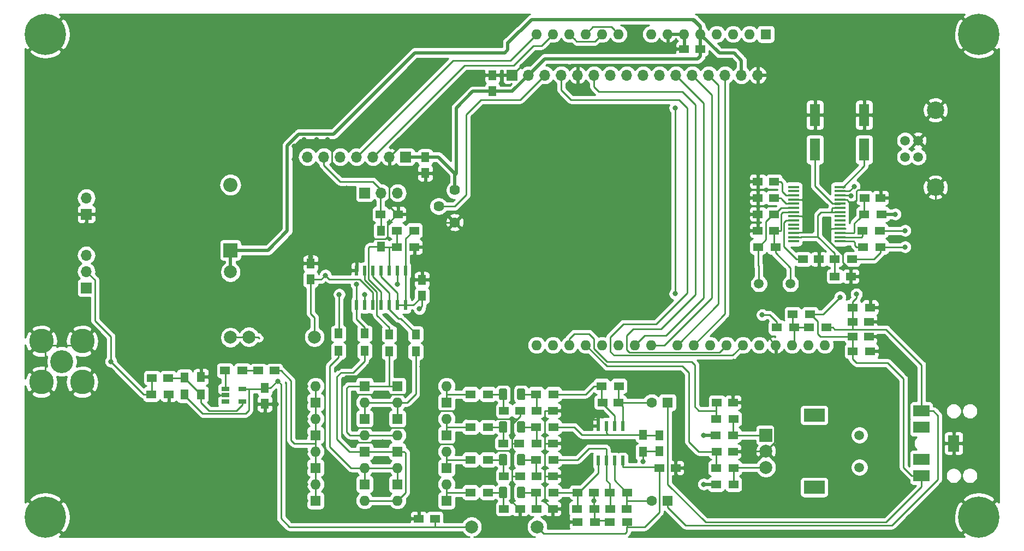
<source format=gbr>
G04 #@! TF.GenerationSoftware,KiCad,Pcbnew,(5.1.2-1)-1*
G04 #@! TF.CreationDate,2019-07-31T09:07:11+08:00*
G04 #@! TF.ProjectId,SDR_RECEIVER,5344525f-5245-4434-9549-5645522e6b69,rev?*
G04 #@! TF.SameCoordinates,Original*
G04 #@! TF.FileFunction,Copper,L1,Top*
G04 #@! TF.FilePolarity,Positive*
%FSLAX46Y46*%
G04 Gerber Fmt 4.6, Leading zero omitted, Abs format (unit mm)*
G04 Created by KiCad (PCBNEW (5.1.2-1)-1) date 2019-07-31 09:07:11*
%MOMM*%
%LPD*%
G04 APERTURE LIST*
%ADD10O,1.700000X1.700000*%
%ADD11R,1.700000X1.700000*%
%ADD12C,2.700000*%
%ADD13C,1.520000*%
%ADD14R,2.500000X1.800000*%
%ADD15R,1.800000X2.500000*%
%ADD16R,1.500000X1.250000*%
%ADD17R,1.500000X1.300000*%
%ADD18R,1.600000X1.600000*%
%ADD19C,1.600000*%
%ADD20O,1.600000X1.600000*%
%ADD21R,1.250000X1.500000*%
%ADD22C,1.998980*%
%ADD23R,1.300000X1.500000*%
%ADD24C,1.620000*%
%ADD25C,1.500000*%
%ADD26R,3.200000X2.000000*%
%ADD27C,2.000000*%
%ADD28R,2.000000X2.000000*%
%ADD29R,1.220000X0.650000*%
%ADD30R,0.600000X1.500000*%
%ADD31C,0.100000*%
%ADD32C,1.250000*%
%ADD33R,1.600000X3.500000*%
%ADD34C,3.810000*%
%ADD35C,3.556000*%
%ADD36C,6.400000*%
%ADD37R,2.200000X2.200000*%
%ADD38O,2.200000X2.200000*%
%ADD39R,0.600000X1.550000*%
%ADD40R,1.750000X0.450000*%
%ADD41C,0.800000*%
%ADD42C,0.250000*%
%ADD43C,0.500000*%
%ADD44C,0.254000*%
G04 APERTURE END LIST*
D10*
X102870000Y-80518000D03*
X100330000Y-80518000D03*
D11*
X97790000Y-80518000D03*
D12*
X186310000Y-67660000D03*
X186310000Y-79660000D03*
D13*
X183610000Y-74930000D03*
X183610000Y-72390000D03*
X181610000Y-72390000D03*
X181610000Y-74930000D03*
D14*
X184150000Y-121880000D03*
X184150000Y-116880000D03*
X184150000Y-124380000D03*
X184150000Y-114380000D03*
D15*
X189150000Y-119380000D03*
D16*
X176002000Y-100533200D03*
X173502000Y-100533200D03*
X176002000Y-102793800D03*
X173502000Y-102793800D03*
D17*
X166856400Y-99314000D03*
X164156400Y-99314000D03*
X176203600Y-98298000D03*
X173503600Y-98298000D03*
X176203600Y-105079800D03*
X173503600Y-105079800D03*
X169421800Y-101422200D03*
X166721800Y-101422200D03*
X161692600Y-101422200D03*
X164392600Y-101422200D03*
D18*
X144780000Y-128270000D03*
D19*
X142280000Y-128270000D03*
D20*
X169160000Y-104140000D03*
X166620000Y-104140000D03*
D18*
X160020000Y-55880000D03*
D20*
X129540000Y-104140000D03*
X157480000Y-55880000D03*
X132080000Y-104140000D03*
X154940000Y-55880000D03*
X134620000Y-104140000D03*
X152400000Y-55880000D03*
X137160000Y-104140000D03*
X149860000Y-55880000D03*
X139700000Y-104140000D03*
X147320000Y-55880000D03*
X142240000Y-104140000D03*
X144780000Y-55880000D03*
X146300000Y-104140000D03*
X142240000Y-55880000D03*
X148840000Y-104140000D03*
X137160000Y-55880000D03*
X151380000Y-104140000D03*
X134620000Y-55880000D03*
X153920000Y-104140000D03*
X132080000Y-55880000D03*
X156460000Y-104140000D03*
X129540000Y-55880000D03*
X159000000Y-104140000D03*
X127000000Y-55880000D03*
X161540000Y-104140000D03*
X124460000Y-55880000D03*
X164080000Y-104140000D03*
X124460000Y-104140000D03*
X127000000Y-104140000D03*
D16*
X64790000Y-109220000D03*
X67290000Y-109220000D03*
X108672000Y-131064000D03*
X106172000Y-131064000D03*
X81300000Y-108110000D03*
X83800000Y-108110000D03*
D21*
X82296000Y-113264000D03*
X82296000Y-110764000D03*
X89408000Y-93960000D03*
X89408000Y-91460000D03*
D16*
X143530000Y-123190000D03*
X146030000Y-123190000D03*
X119400000Y-114300000D03*
X121900000Y-114300000D03*
X119273000Y-119380000D03*
X121773000Y-119380000D03*
X121900000Y-124460000D03*
X119400000Y-124460000D03*
X119400000Y-129540000D03*
X121900000Y-129540000D03*
X126980000Y-114300000D03*
X124480000Y-114300000D03*
X126980000Y-119380000D03*
X124480000Y-119380000D03*
X124480000Y-124460000D03*
X126980000Y-124460000D03*
X126980000Y-129540000D03*
X124480000Y-129540000D03*
D21*
X143510000Y-118130000D03*
X143510000Y-120630000D03*
D16*
X137160000Y-113030000D03*
X134660000Y-113030000D03*
X130830000Y-127000000D03*
X133330000Y-127000000D03*
X135910000Y-129540000D03*
X138410000Y-129540000D03*
D21*
X106680000Y-94000000D03*
X106680000Y-96500000D03*
X100330000Y-86380000D03*
X100330000Y-88880000D03*
D16*
X149840000Y-58166000D03*
X147340000Y-58166000D03*
X152420000Y-120650000D03*
X154920000Y-120650000D03*
D21*
X117602000Y-62250000D03*
X117602000Y-64750000D03*
D16*
X154920000Y-113030000D03*
X152420000Y-113030000D03*
D21*
X107188000Y-74950000D03*
X107188000Y-77450000D03*
D18*
X97790000Y-110490000D03*
D20*
X90170000Y-110490000D03*
D18*
X90170000Y-113030000D03*
D20*
X97790000Y-113030000D03*
X90170000Y-115570000D03*
D18*
X97790000Y-115570000D03*
X90170000Y-118110000D03*
D20*
X97790000Y-118110000D03*
D18*
X97790000Y-120650000D03*
D20*
X90170000Y-120650000D03*
X97790000Y-123190000D03*
D18*
X90170000Y-123190000D03*
D20*
X90170000Y-125730000D03*
D18*
X97790000Y-125730000D03*
D20*
X97790000Y-128270000D03*
D18*
X90170000Y-128270000D03*
D20*
X110490000Y-110490000D03*
D18*
X102870000Y-110490000D03*
D20*
X102870000Y-113030000D03*
D18*
X110490000Y-113030000D03*
D20*
X110490000Y-115570000D03*
D18*
X102870000Y-115570000D03*
X110490000Y-118110000D03*
D20*
X102870000Y-118110000D03*
X110490000Y-120650000D03*
D18*
X102870000Y-120650000D03*
X110490000Y-123190000D03*
D20*
X102870000Y-123190000D03*
D18*
X102870000Y-125730000D03*
D20*
X110490000Y-125730000D03*
D18*
X110490000Y-128270000D03*
D20*
X102870000Y-128270000D03*
D11*
X54610000Y-95250000D03*
D10*
X54610000Y-92710000D03*
X54610000Y-90170000D03*
X54610000Y-81280000D03*
D11*
X54610000Y-83820000D03*
D22*
X76962000Y-92788740D03*
X76962000Y-102948740D03*
X79834740Y-102870000D03*
X89994740Y-102870000D03*
X124538740Y-132334000D03*
X114378740Y-132334000D03*
D17*
X67390000Y-111760000D03*
X64690000Y-111760000D03*
D23*
X69850000Y-111840000D03*
X69850000Y-109140000D03*
X72390000Y-111760000D03*
X72390000Y-109060000D03*
D17*
X76120000Y-108110000D03*
X78820000Y-108110000D03*
D23*
X105700000Y-105150000D03*
X105700000Y-102450000D03*
X93726000Y-102350000D03*
X93726000Y-105050000D03*
X101600000Y-102450000D03*
X101600000Y-105150000D03*
X97790000Y-105050000D03*
X97790000Y-102350000D03*
D17*
X114220000Y-111760000D03*
X116920000Y-111760000D03*
X116920000Y-116840000D03*
X114220000Y-116840000D03*
X114220000Y-121920000D03*
X116920000Y-121920000D03*
X116920000Y-127000000D03*
X114220000Y-127000000D03*
X127080000Y-116840000D03*
X124380000Y-116840000D03*
X124380000Y-121920000D03*
X127080000Y-121920000D03*
X124380000Y-127000000D03*
X127080000Y-127000000D03*
X124380000Y-111760000D03*
X127080000Y-111760000D03*
D23*
X140970000Y-120730000D03*
X140970000Y-118030000D03*
D17*
X134540000Y-110490000D03*
X137240000Y-110490000D03*
X133430000Y-129540000D03*
X130730000Y-129540000D03*
X135810000Y-127000000D03*
X138510000Y-127000000D03*
X100250000Y-83820000D03*
X102950000Y-83820000D03*
X105490000Y-86360000D03*
X102790000Y-86360000D03*
X105490000Y-88900000D03*
X102790000Y-88900000D03*
X138510000Y-131572000D03*
X135810000Y-131572000D03*
X130810000Y-131572000D03*
X133510000Y-131572000D03*
X152320000Y-125730000D03*
X155020000Y-125730000D03*
X154940000Y-118110000D03*
X152240000Y-118110000D03*
X155020000Y-115570000D03*
X152320000Y-115570000D03*
X152320000Y-123190000D03*
X155020000Y-123190000D03*
D24*
X111760000Y-80090000D03*
X109260000Y-82590000D03*
X111760000Y-85090000D03*
D25*
X174520000Y-123110000D03*
X174520000Y-118110000D03*
D26*
X167520000Y-126210000D03*
X167520000Y-115010000D03*
D27*
X160020000Y-123110000D03*
X160020000Y-120610000D03*
D28*
X160020000Y-118110000D03*
D29*
X76160000Y-110970000D03*
X76160000Y-111920000D03*
X76160000Y-112870000D03*
X78780000Y-112870000D03*
X78780000Y-110970000D03*
D19*
X142280000Y-113030000D03*
D18*
X144780000Y-113030000D03*
D30*
X104140000Y-92550000D03*
X102870000Y-92550000D03*
X101600000Y-92550000D03*
X100330000Y-92550000D03*
X99060000Y-92550000D03*
X97790000Y-92550000D03*
X96520000Y-92550000D03*
X96520000Y-97950000D03*
X97790000Y-97950000D03*
X99060000Y-97950000D03*
X100330000Y-97950000D03*
X101600000Y-97950000D03*
X102870000Y-97950000D03*
X104140000Y-97950000D03*
D31*
G36*
X122449504Y-110886204D02*
G01*
X122473773Y-110889804D01*
X122497571Y-110895765D01*
X122520671Y-110904030D01*
X122542849Y-110914520D01*
X122563893Y-110927133D01*
X122583598Y-110941747D01*
X122601777Y-110958223D01*
X122618253Y-110976402D01*
X122632867Y-110996107D01*
X122645480Y-111017151D01*
X122655970Y-111039329D01*
X122664235Y-111062429D01*
X122670196Y-111086227D01*
X122673796Y-111110496D01*
X122675000Y-111135000D01*
X122675000Y-112385000D01*
X122673796Y-112409504D01*
X122670196Y-112433773D01*
X122664235Y-112457571D01*
X122655970Y-112480671D01*
X122645480Y-112502849D01*
X122632867Y-112523893D01*
X122618253Y-112543598D01*
X122601777Y-112561777D01*
X122583598Y-112578253D01*
X122563893Y-112592867D01*
X122542849Y-112605480D01*
X122520671Y-112615970D01*
X122497571Y-112624235D01*
X122473773Y-112630196D01*
X122449504Y-112633796D01*
X122425000Y-112635000D01*
X121675000Y-112635000D01*
X121650496Y-112633796D01*
X121626227Y-112630196D01*
X121602429Y-112624235D01*
X121579329Y-112615970D01*
X121557151Y-112605480D01*
X121536107Y-112592867D01*
X121516402Y-112578253D01*
X121498223Y-112561777D01*
X121481747Y-112543598D01*
X121467133Y-112523893D01*
X121454520Y-112502849D01*
X121444030Y-112480671D01*
X121435765Y-112457571D01*
X121429804Y-112433773D01*
X121426204Y-112409504D01*
X121425000Y-112385000D01*
X121425000Y-111135000D01*
X121426204Y-111110496D01*
X121429804Y-111086227D01*
X121435765Y-111062429D01*
X121444030Y-111039329D01*
X121454520Y-111017151D01*
X121467133Y-110996107D01*
X121481747Y-110976402D01*
X121498223Y-110958223D01*
X121516402Y-110941747D01*
X121536107Y-110927133D01*
X121557151Y-110914520D01*
X121579329Y-110904030D01*
X121602429Y-110895765D01*
X121626227Y-110889804D01*
X121650496Y-110886204D01*
X121675000Y-110885000D01*
X122425000Y-110885000D01*
X122449504Y-110886204D01*
X122449504Y-110886204D01*
G37*
D32*
X122050000Y-111760000D03*
D31*
G36*
X119649504Y-110886204D02*
G01*
X119673773Y-110889804D01*
X119697571Y-110895765D01*
X119720671Y-110904030D01*
X119742849Y-110914520D01*
X119763893Y-110927133D01*
X119783598Y-110941747D01*
X119801777Y-110958223D01*
X119818253Y-110976402D01*
X119832867Y-110996107D01*
X119845480Y-111017151D01*
X119855970Y-111039329D01*
X119864235Y-111062429D01*
X119870196Y-111086227D01*
X119873796Y-111110496D01*
X119875000Y-111135000D01*
X119875000Y-112385000D01*
X119873796Y-112409504D01*
X119870196Y-112433773D01*
X119864235Y-112457571D01*
X119855970Y-112480671D01*
X119845480Y-112502849D01*
X119832867Y-112523893D01*
X119818253Y-112543598D01*
X119801777Y-112561777D01*
X119783598Y-112578253D01*
X119763893Y-112592867D01*
X119742849Y-112605480D01*
X119720671Y-112615970D01*
X119697571Y-112624235D01*
X119673773Y-112630196D01*
X119649504Y-112633796D01*
X119625000Y-112635000D01*
X118875000Y-112635000D01*
X118850496Y-112633796D01*
X118826227Y-112630196D01*
X118802429Y-112624235D01*
X118779329Y-112615970D01*
X118757151Y-112605480D01*
X118736107Y-112592867D01*
X118716402Y-112578253D01*
X118698223Y-112561777D01*
X118681747Y-112543598D01*
X118667133Y-112523893D01*
X118654520Y-112502849D01*
X118644030Y-112480671D01*
X118635765Y-112457571D01*
X118629804Y-112433773D01*
X118626204Y-112409504D01*
X118625000Y-112385000D01*
X118625000Y-111135000D01*
X118626204Y-111110496D01*
X118629804Y-111086227D01*
X118635765Y-111062429D01*
X118644030Y-111039329D01*
X118654520Y-111017151D01*
X118667133Y-110996107D01*
X118681747Y-110976402D01*
X118698223Y-110958223D01*
X118716402Y-110941747D01*
X118736107Y-110927133D01*
X118757151Y-110914520D01*
X118779329Y-110904030D01*
X118802429Y-110895765D01*
X118826227Y-110889804D01*
X118850496Y-110886204D01*
X118875000Y-110885000D01*
X119625000Y-110885000D01*
X119649504Y-110886204D01*
X119649504Y-110886204D01*
G37*
D32*
X119250000Y-111760000D03*
D31*
G36*
X119649504Y-115966204D02*
G01*
X119673773Y-115969804D01*
X119697571Y-115975765D01*
X119720671Y-115984030D01*
X119742849Y-115994520D01*
X119763893Y-116007133D01*
X119783598Y-116021747D01*
X119801777Y-116038223D01*
X119818253Y-116056402D01*
X119832867Y-116076107D01*
X119845480Y-116097151D01*
X119855970Y-116119329D01*
X119864235Y-116142429D01*
X119870196Y-116166227D01*
X119873796Y-116190496D01*
X119875000Y-116215000D01*
X119875000Y-117465000D01*
X119873796Y-117489504D01*
X119870196Y-117513773D01*
X119864235Y-117537571D01*
X119855970Y-117560671D01*
X119845480Y-117582849D01*
X119832867Y-117603893D01*
X119818253Y-117623598D01*
X119801777Y-117641777D01*
X119783598Y-117658253D01*
X119763893Y-117672867D01*
X119742849Y-117685480D01*
X119720671Y-117695970D01*
X119697571Y-117704235D01*
X119673773Y-117710196D01*
X119649504Y-117713796D01*
X119625000Y-117715000D01*
X118875000Y-117715000D01*
X118850496Y-117713796D01*
X118826227Y-117710196D01*
X118802429Y-117704235D01*
X118779329Y-117695970D01*
X118757151Y-117685480D01*
X118736107Y-117672867D01*
X118716402Y-117658253D01*
X118698223Y-117641777D01*
X118681747Y-117623598D01*
X118667133Y-117603893D01*
X118654520Y-117582849D01*
X118644030Y-117560671D01*
X118635765Y-117537571D01*
X118629804Y-117513773D01*
X118626204Y-117489504D01*
X118625000Y-117465000D01*
X118625000Y-116215000D01*
X118626204Y-116190496D01*
X118629804Y-116166227D01*
X118635765Y-116142429D01*
X118644030Y-116119329D01*
X118654520Y-116097151D01*
X118667133Y-116076107D01*
X118681747Y-116056402D01*
X118698223Y-116038223D01*
X118716402Y-116021747D01*
X118736107Y-116007133D01*
X118757151Y-115994520D01*
X118779329Y-115984030D01*
X118802429Y-115975765D01*
X118826227Y-115969804D01*
X118850496Y-115966204D01*
X118875000Y-115965000D01*
X119625000Y-115965000D01*
X119649504Y-115966204D01*
X119649504Y-115966204D01*
G37*
D32*
X119250000Y-116840000D03*
D31*
G36*
X122449504Y-115966204D02*
G01*
X122473773Y-115969804D01*
X122497571Y-115975765D01*
X122520671Y-115984030D01*
X122542849Y-115994520D01*
X122563893Y-116007133D01*
X122583598Y-116021747D01*
X122601777Y-116038223D01*
X122618253Y-116056402D01*
X122632867Y-116076107D01*
X122645480Y-116097151D01*
X122655970Y-116119329D01*
X122664235Y-116142429D01*
X122670196Y-116166227D01*
X122673796Y-116190496D01*
X122675000Y-116215000D01*
X122675000Y-117465000D01*
X122673796Y-117489504D01*
X122670196Y-117513773D01*
X122664235Y-117537571D01*
X122655970Y-117560671D01*
X122645480Y-117582849D01*
X122632867Y-117603893D01*
X122618253Y-117623598D01*
X122601777Y-117641777D01*
X122583598Y-117658253D01*
X122563893Y-117672867D01*
X122542849Y-117685480D01*
X122520671Y-117695970D01*
X122497571Y-117704235D01*
X122473773Y-117710196D01*
X122449504Y-117713796D01*
X122425000Y-117715000D01*
X121675000Y-117715000D01*
X121650496Y-117713796D01*
X121626227Y-117710196D01*
X121602429Y-117704235D01*
X121579329Y-117695970D01*
X121557151Y-117685480D01*
X121536107Y-117672867D01*
X121516402Y-117658253D01*
X121498223Y-117641777D01*
X121481747Y-117623598D01*
X121467133Y-117603893D01*
X121454520Y-117582849D01*
X121444030Y-117560671D01*
X121435765Y-117537571D01*
X121429804Y-117513773D01*
X121426204Y-117489504D01*
X121425000Y-117465000D01*
X121425000Y-116215000D01*
X121426204Y-116190496D01*
X121429804Y-116166227D01*
X121435765Y-116142429D01*
X121444030Y-116119329D01*
X121454520Y-116097151D01*
X121467133Y-116076107D01*
X121481747Y-116056402D01*
X121498223Y-116038223D01*
X121516402Y-116021747D01*
X121536107Y-116007133D01*
X121557151Y-115994520D01*
X121579329Y-115984030D01*
X121602429Y-115975765D01*
X121626227Y-115969804D01*
X121650496Y-115966204D01*
X121675000Y-115965000D01*
X122425000Y-115965000D01*
X122449504Y-115966204D01*
X122449504Y-115966204D01*
G37*
D32*
X122050000Y-116840000D03*
D31*
G36*
X122449504Y-121046204D02*
G01*
X122473773Y-121049804D01*
X122497571Y-121055765D01*
X122520671Y-121064030D01*
X122542849Y-121074520D01*
X122563893Y-121087133D01*
X122583598Y-121101747D01*
X122601777Y-121118223D01*
X122618253Y-121136402D01*
X122632867Y-121156107D01*
X122645480Y-121177151D01*
X122655970Y-121199329D01*
X122664235Y-121222429D01*
X122670196Y-121246227D01*
X122673796Y-121270496D01*
X122675000Y-121295000D01*
X122675000Y-122545000D01*
X122673796Y-122569504D01*
X122670196Y-122593773D01*
X122664235Y-122617571D01*
X122655970Y-122640671D01*
X122645480Y-122662849D01*
X122632867Y-122683893D01*
X122618253Y-122703598D01*
X122601777Y-122721777D01*
X122583598Y-122738253D01*
X122563893Y-122752867D01*
X122542849Y-122765480D01*
X122520671Y-122775970D01*
X122497571Y-122784235D01*
X122473773Y-122790196D01*
X122449504Y-122793796D01*
X122425000Y-122795000D01*
X121675000Y-122795000D01*
X121650496Y-122793796D01*
X121626227Y-122790196D01*
X121602429Y-122784235D01*
X121579329Y-122775970D01*
X121557151Y-122765480D01*
X121536107Y-122752867D01*
X121516402Y-122738253D01*
X121498223Y-122721777D01*
X121481747Y-122703598D01*
X121467133Y-122683893D01*
X121454520Y-122662849D01*
X121444030Y-122640671D01*
X121435765Y-122617571D01*
X121429804Y-122593773D01*
X121426204Y-122569504D01*
X121425000Y-122545000D01*
X121425000Y-121295000D01*
X121426204Y-121270496D01*
X121429804Y-121246227D01*
X121435765Y-121222429D01*
X121444030Y-121199329D01*
X121454520Y-121177151D01*
X121467133Y-121156107D01*
X121481747Y-121136402D01*
X121498223Y-121118223D01*
X121516402Y-121101747D01*
X121536107Y-121087133D01*
X121557151Y-121074520D01*
X121579329Y-121064030D01*
X121602429Y-121055765D01*
X121626227Y-121049804D01*
X121650496Y-121046204D01*
X121675000Y-121045000D01*
X122425000Y-121045000D01*
X122449504Y-121046204D01*
X122449504Y-121046204D01*
G37*
D32*
X122050000Y-121920000D03*
D31*
G36*
X119649504Y-121046204D02*
G01*
X119673773Y-121049804D01*
X119697571Y-121055765D01*
X119720671Y-121064030D01*
X119742849Y-121074520D01*
X119763893Y-121087133D01*
X119783598Y-121101747D01*
X119801777Y-121118223D01*
X119818253Y-121136402D01*
X119832867Y-121156107D01*
X119845480Y-121177151D01*
X119855970Y-121199329D01*
X119864235Y-121222429D01*
X119870196Y-121246227D01*
X119873796Y-121270496D01*
X119875000Y-121295000D01*
X119875000Y-122545000D01*
X119873796Y-122569504D01*
X119870196Y-122593773D01*
X119864235Y-122617571D01*
X119855970Y-122640671D01*
X119845480Y-122662849D01*
X119832867Y-122683893D01*
X119818253Y-122703598D01*
X119801777Y-122721777D01*
X119783598Y-122738253D01*
X119763893Y-122752867D01*
X119742849Y-122765480D01*
X119720671Y-122775970D01*
X119697571Y-122784235D01*
X119673773Y-122790196D01*
X119649504Y-122793796D01*
X119625000Y-122795000D01*
X118875000Y-122795000D01*
X118850496Y-122793796D01*
X118826227Y-122790196D01*
X118802429Y-122784235D01*
X118779329Y-122775970D01*
X118757151Y-122765480D01*
X118736107Y-122752867D01*
X118716402Y-122738253D01*
X118698223Y-122721777D01*
X118681747Y-122703598D01*
X118667133Y-122683893D01*
X118654520Y-122662849D01*
X118644030Y-122640671D01*
X118635765Y-122617571D01*
X118629804Y-122593773D01*
X118626204Y-122569504D01*
X118625000Y-122545000D01*
X118625000Y-121295000D01*
X118626204Y-121270496D01*
X118629804Y-121246227D01*
X118635765Y-121222429D01*
X118644030Y-121199329D01*
X118654520Y-121177151D01*
X118667133Y-121156107D01*
X118681747Y-121136402D01*
X118698223Y-121118223D01*
X118716402Y-121101747D01*
X118736107Y-121087133D01*
X118757151Y-121074520D01*
X118779329Y-121064030D01*
X118802429Y-121055765D01*
X118826227Y-121049804D01*
X118850496Y-121046204D01*
X118875000Y-121045000D01*
X119625000Y-121045000D01*
X119649504Y-121046204D01*
X119649504Y-121046204D01*
G37*
D32*
X119250000Y-121920000D03*
D31*
G36*
X119649504Y-126126204D02*
G01*
X119673773Y-126129804D01*
X119697571Y-126135765D01*
X119720671Y-126144030D01*
X119742849Y-126154520D01*
X119763893Y-126167133D01*
X119783598Y-126181747D01*
X119801777Y-126198223D01*
X119818253Y-126216402D01*
X119832867Y-126236107D01*
X119845480Y-126257151D01*
X119855970Y-126279329D01*
X119864235Y-126302429D01*
X119870196Y-126326227D01*
X119873796Y-126350496D01*
X119875000Y-126375000D01*
X119875000Y-127625000D01*
X119873796Y-127649504D01*
X119870196Y-127673773D01*
X119864235Y-127697571D01*
X119855970Y-127720671D01*
X119845480Y-127742849D01*
X119832867Y-127763893D01*
X119818253Y-127783598D01*
X119801777Y-127801777D01*
X119783598Y-127818253D01*
X119763893Y-127832867D01*
X119742849Y-127845480D01*
X119720671Y-127855970D01*
X119697571Y-127864235D01*
X119673773Y-127870196D01*
X119649504Y-127873796D01*
X119625000Y-127875000D01*
X118875000Y-127875000D01*
X118850496Y-127873796D01*
X118826227Y-127870196D01*
X118802429Y-127864235D01*
X118779329Y-127855970D01*
X118757151Y-127845480D01*
X118736107Y-127832867D01*
X118716402Y-127818253D01*
X118698223Y-127801777D01*
X118681747Y-127783598D01*
X118667133Y-127763893D01*
X118654520Y-127742849D01*
X118644030Y-127720671D01*
X118635765Y-127697571D01*
X118629804Y-127673773D01*
X118626204Y-127649504D01*
X118625000Y-127625000D01*
X118625000Y-126375000D01*
X118626204Y-126350496D01*
X118629804Y-126326227D01*
X118635765Y-126302429D01*
X118644030Y-126279329D01*
X118654520Y-126257151D01*
X118667133Y-126236107D01*
X118681747Y-126216402D01*
X118698223Y-126198223D01*
X118716402Y-126181747D01*
X118736107Y-126167133D01*
X118757151Y-126154520D01*
X118779329Y-126144030D01*
X118802429Y-126135765D01*
X118826227Y-126129804D01*
X118850496Y-126126204D01*
X118875000Y-126125000D01*
X119625000Y-126125000D01*
X119649504Y-126126204D01*
X119649504Y-126126204D01*
G37*
D32*
X119250000Y-127000000D03*
D31*
G36*
X122449504Y-126126204D02*
G01*
X122473773Y-126129804D01*
X122497571Y-126135765D01*
X122520671Y-126144030D01*
X122542849Y-126154520D01*
X122563893Y-126167133D01*
X122583598Y-126181747D01*
X122601777Y-126198223D01*
X122618253Y-126216402D01*
X122632867Y-126236107D01*
X122645480Y-126257151D01*
X122655970Y-126279329D01*
X122664235Y-126302429D01*
X122670196Y-126326227D01*
X122673796Y-126350496D01*
X122675000Y-126375000D01*
X122675000Y-127625000D01*
X122673796Y-127649504D01*
X122670196Y-127673773D01*
X122664235Y-127697571D01*
X122655970Y-127720671D01*
X122645480Y-127742849D01*
X122632867Y-127763893D01*
X122618253Y-127783598D01*
X122601777Y-127801777D01*
X122583598Y-127818253D01*
X122563893Y-127832867D01*
X122542849Y-127845480D01*
X122520671Y-127855970D01*
X122497571Y-127864235D01*
X122473773Y-127870196D01*
X122449504Y-127873796D01*
X122425000Y-127875000D01*
X121675000Y-127875000D01*
X121650496Y-127873796D01*
X121626227Y-127870196D01*
X121602429Y-127864235D01*
X121579329Y-127855970D01*
X121557151Y-127845480D01*
X121536107Y-127832867D01*
X121516402Y-127818253D01*
X121498223Y-127801777D01*
X121481747Y-127783598D01*
X121467133Y-127763893D01*
X121454520Y-127742849D01*
X121444030Y-127720671D01*
X121435765Y-127697571D01*
X121429804Y-127673773D01*
X121426204Y-127649504D01*
X121425000Y-127625000D01*
X121425000Y-126375000D01*
X121426204Y-126350496D01*
X121429804Y-126326227D01*
X121435765Y-126302429D01*
X121444030Y-126279329D01*
X121454520Y-126257151D01*
X121467133Y-126236107D01*
X121481747Y-126216402D01*
X121498223Y-126198223D01*
X121516402Y-126181747D01*
X121536107Y-126167133D01*
X121557151Y-126154520D01*
X121579329Y-126144030D01*
X121602429Y-126135765D01*
X121626227Y-126129804D01*
X121650496Y-126126204D01*
X121675000Y-126125000D01*
X122425000Y-126125000D01*
X122449504Y-126126204D01*
X122449504Y-126126204D01*
G37*
D32*
X122050000Y-127000000D03*
D16*
X177800000Y-81280000D03*
X175300000Y-81280000D03*
D33*
X167640000Y-73820000D03*
X167640000Y-68420000D03*
X175260000Y-68420000D03*
X175260000Y-73820000D03*
D16*
X173208000Y-93472000D03*
X170708000Y-93472000D03*
X165755000Y-90805000D03*
X168255000Y-90805000D03*
X158770000Y-86360000D03*
X161270000Y-86360000D03*
X161270000Y-83820000D03*
X158770000Y-83820000D03*
X158770000Y-81280000D03*
X161270000Y-81280000D03*
X161270000Y-78740000D03*
X158770000Y-78740000D03*
D17*
X177960000Y-83820000D03*
X175260000Y-83820000D03*
X173355000Y-90805000D03*
X170655000Y-90805000D03*
X177800000Y-88900000D03*
X175100000Y-88900000D03*
X175006000Y-86360000D03*
X177706000Y-86360000D03*
X161497000Y-88900000D03*
X158797000Y-88900000D03*
D25*
X163830000Y-94615000D03*
X158930000Y-94615000D03*
D34*
X47625000Y-103505000D03*
D35*
X50800000Y-106680000D03*
D34*
X53975000Y-103505000D03*
X47625000Y-109855000D03*
X53975000Y-109855000D03*
D11*
X120650000Y-62230000D03*
D10*
X123190000Y-62230000D03*
X125730000Y-62230000D03*
X128270000Y-62230000D03*
X130810000Y-62230000D03*
X133350000Y-62230000D03*
X135890000Y-62230000D03*
X138430000Y-62230000D03*
X140970000Y-62230000D03*
X143510000Y-62230000D03*
X146050000Y-62230000D03*
X148590000Y-62230000D03*
X151130000Y-62230000D03*
X153670000Y-62230000D03*
X156210000Y-62230000D03*
X158750000Y-62230000D03*
D11*
X104140000Y-74930000D03*
D10*
X101600000Y-74930000D03*
X99060000Y-74930000D03*
X96520000Y-74930000D03*
X93980000Y-74930000D03*
X91440000Y-74930000D03*
X88900000Y-74930000D03*
D36*
X193040000Y-55880000D03*
X48260000Y-130810000D03*
X193040000Y-130810000D03*
X48260000Y-55880000D03*
D37*
X76962000Y-89408000D03*
D38*
X76962000Y-79248000D03*
D39*
X137795000Y-116680000D03*
X136525000Y-116680000D03*
X135255000Y-116680000D03*
X133985000Y-116680000D03*
X133985000Y-122080000D03*
X135255000Y-122080000D03*
X136525000Y-122080000D03*
X137795000Y-122080000D03*
D40*
X171494000Y-88045000D03*
X171494000Y-87395000D03*
X171494000Y-86745000D03*
X171494000Y-86095000D03*
X171494000Y-85445000D03*
X171494000Y-84795000D03*
X171494000Y-84145000D03*
X171494000Y-83495000D03*
X171494000Y-82845000D03*
X171494000Y-82195000D03*
X171494000Y-81545000D03*
X171494000Y-80895000D03*
X171494000Y-80245000D03*
X171494000Y-79595000D03*
X164294000Y-79595000D03*
X164294000Y-80245000D03*
X164294000Y-80895000D03*
X164294000Y-81545000D03*
X164294000Y-82195000D03*
X164294000Y-82845000D03*
X164294000Y-83495000D03*
X164294000Y-84145000D03*
X164294000Y-84795000D03*
X164294000Y-85445000D03*
X164294000Y-86095000D03*
X164294000Y-86745000D03*
X164294000Y-87395000D03*
X164294000Y-88045000D03*
D41*
X150368000Y-118110000D03*
X150368000Y-125730000D03*
X180086000Y-83820000D03*
X107900000Y-86600000D03*
X94400000Y-77500000D03*
X146050000Y-121158000D03*
X128778000Y-119380000D03*
X154940000Y-88138000D03*
X143510000Y-88138000D03*
X92047998Y-72300000D03*
X90300000Y-72300000D03*
X86900000Y-73300000D03*
X86900000Y-75300000D03*
X87700000Y-77300000D03*
X106680000Y-83820000D03*
X105100000Y-83820000D03*
X102400000Y-77450000D03*
X105400000Y-77450000D03*
X99800000Y-107500000D03*
X103400000Y-107500000D03*
X98800000Y-99900000D03*
X105400000Y-116984999D03*
X105300000Y-114300000D03*
X99822000Y-116984999D03*
X112776000Y-63754000D03*
X96520000Y-87884000D03*
X87630000Y-88646000D03*
X89432992Y-90424000D03*
X126980000Y-130895000D03*
X99822000Y-111800000D03*
X154940000Y-90424000D03*
X154940000Y-94488000D03*
X154940000Y-97790000D03*
X168656000Y-94996000D03*
X120650000Y-115600000D03*
X120650000Y-118364000D03*
X120650000Y-120500000D03*
X120650000Y-123190000D03*
X120650000Y-125600000D03*
X120650000Y-128415000D03*
X125730000Y-125730000D03*
X125730000Y-123190000D03*
X125730000Y-120650000D03*
X125730000Y-118110000D03*
X125730000Y-115570000D03*
X167132000Y-84150200D03*
X169418000Y-86360000D03*
X84074000Y-113284000D03*
X91948000Y-100076000D03*
X91948000Y-102362000D03*
X91948000Y-104394000D03*
X91948000Y-106172000D03*
X90932000Y-107950000D03*
X93726000Y-107696000D03*
X106680000Y-107442000D03*
X107950000Y-106426000D03*
X108458000Y-104902000D03*
X108458000Y-102870000D03*
X108458000Y-101092000D03*
X107442000Y-99568000D03*
X108458000Y-98044000D03*
X109728000Y-97028000D03*
X109728000Y-95250000D03*
X109728000Y-93472000D03*
X109728000Y-91694000D03*
X109728000Y-89916000D03*
X109728000Y-88392000D03*
X109728000Y-86868000D03*
X92710000Y-97536000D03*
X92710000Y-95250000D03*
X92710000Y-92456000D03*
X94488000Y-91440000D03*
X95504000Y-89916000D03*
X95504000Y-87630000D03*
X95504000Y-85598000D03*
X94996000Y-82804000D03*
X94996000Y-79756000D03*
X105410000Y-79756000D03*
X105410000Y-81788000D03*
X89408000Y-77470000D03*
X91186000Y-77470000D03*
X88392000Y-72300000D03*
X112268000Y-113030000D03*
X112268000Y-115570000D03*
X112268000Y-118110000D03*
X112268000Y-120650000D03*
X112268000Y-123190000D03*
X112268000Y-125730000D03*
X112268000Y-128270000D03*
X112268000Y-130810000D03*
X110744000Y-130810000D03*
X103124000Y-130556000D03*
X100330000Y-130556000D03*
X97790000Y-130556000D03*
X95250000Y-130556000D03*
X92710000Y-130556000D03*
X90170000Y-130556000D03*
X88646000Y-130048000D03*
X88646000Y-128270000D03*
X88646000Y-125730000D03*
X88646000Y-123190000D03*
X88646000Y-120650000D03*
X88646000Y-118110000D03*
X88646000Y-115570000D03*
X88646000Y-113030000D03*
X88646000Y-110490000D03*
X89154000Y-108458000D03*
X108458000Y-108204000D03*
X110744000Y-108712000D03*
X112268000Y-110236000D03*
X100584000Y-119126000D03*
X100584000Y-121920000D03*
X100584000Y-124714000D03*
X100584000Y-127000000D03*
X178562000Y-103378000D03*
X178562000Y-100076000D03*
X58420000Y-106680000D03*
X84328000Y-109728000D03*
X91700000Y-93300000D03*
X106274999Y-98525001D03*
X181610000Y-88900000D03*
X181610000Y-86360000D03*
X133330000Y-128270000D03*
X140970000Y-122174000D03*
X97790000Y-96266000D03*
X93834000Y-96266000D03*
X102870000Y-94700000D03*
X96520000Y-94700000D03*
X159461200Y-99441000D03*
X145923000Y-96164400D03*
X145923000Y-67335400D03*
X173253400Y-80975200D03*
X171526200Y-96697800D03*
X173736000Y-79502000D03*
X174066200Y-96240600D03*
D42*
X152320000Y-113130000D02*
X152420000Y-113030000D01*
X148485000Y-106680000D02*
X135382000Y-106680000D01*
X132588000Y-102362000D02*
X130302000Y-102362000D01*
X129540000Y-103124000D02*
X129540000Y-104140000D01*
X133350000Y-103124000D02*
X132588000Y-102362000D01*
X133350000Y-104648000D02*
X133350000Y-103124000D01*
X130302000Y-102362000D02*
X129540000Y-103124000D01*
X135382000Y-106680000D02*
X133350000Y-104648000D01*
X152320000Y-114300000D02*
X149606000Y-114300000D01*
X152320000Y-115570000D02*
X152320000Y-114300000D01*
X152320000Y-114300000D02*
X152320000Y-113130000D01*
X148993000Y-113687000D02*
X148993000Y-107188000D01*
X149606000Y-114300000D02*
X148993000Y-113687000D01*
X148993000Y-107188000D02*
X148485000Y-106680000D01*
X152320000Y-120750000D02*
X152420000Y-120650000D01*
X152320000Y-123190000D02*
X152320000Y-120750000D01*
X132080000Y-104140000D02*
X135361410Y-107421410D01*
X152420000Y-120650000D02*
X149606000Y-120650000D01*
X149606000Y-120650000D02*
X148082000Y-119126000D01*
X148082000Y-108437410D02*
X147066000Y-107421410D01*
X148082000Y-119126000D02*
X148082000Y-108437410D01*
X135361410Y-107421410D02*
X147066000Y-107421410D01*
X125730000Y-59690000D02*
X129540000Y-59690000D01*
X104140000Y-74930000D02*
X109220000Y-74930000D01*
X112014000Y-67310000D02*
X114554000Y-64770000D01*
X120650000Y-64770000D02*
X123190000Y-62230000D01*
X114554000Y-64770000D02*
X120650000Y-64770000D01*
X152320000Y-125730000D02*
X152420000Y-125730000D01*
X152340000Y-118110000D02*
X152240000Y-118110000D01*
X149840000Y-59202000D02*
X149840000Y-58166000D01*
X149352000Y-59690000D02*
X149840000Y-59202000D01*
X149840000Y-55900000D02*
X149860000Y-55880000D01*
X149840000Y-58166000D02*
X149840000Y-55900000D01*
X148844000Y-53732630D02*
X149860000Y-54748630D01*
D43*
X146050000Y-53594000D02*
X147574000Y-53594000D01*
X149860000Y-54610000D02*
X148844000Y-53594000D01*
X149860000Y-55880000D02*
X149860000Y-54610000D01*
X149860000Y-55880000D02*
X149860000Y-54748630D01*
X148705370Y-53594000D02*
X146812000Y-53594000D01*
X146050000Y-53594000D02*
X146812000Y-53594000D01*
X146050000Y-53594000D02*
X147828000Y-53594000D01*
X147828000Y-53594000D02*
X148844000Y-53594000D01*
X146812000Y-53594000D02*
X147828000Y-53594000D01*
X148705370Y-53594000D02*
X149860000Y-54748630D01*
X147828000Y-53594000D02*
X148705370Y-53594000D01*
X149840000Y-54768630D02*
X149840000Y-58166000D01*
X149860000Y-54748630D02*
X149840000Y-54768630D01*
X149441000Y-59690000D02*
X147574000Y-59690000D01*
D42*
X147574000Y-59690000D02*
X149352000Y-59690000D01*
D43*
X145796000Y-59690000D02*
X148933000Y-59690000D01*
D42*
X145796000Y-59690000D02*
X147574000Y-59690000D01*
D43*
X149840000Y-58166000D02*
X149840000Y-59291000D01*
X149441000Y-59690000D02*
X143510000Y-59690000D01*
X149840000Y-59291000D02*
X149441000Y-59690000D01*
D42*
X143510000Y-59690000D02*
X145796000Y-59690000D01*
X129540000Y-59690000D02*
X143510000Y-59690000D01*
D43*
X125730000Y-59690000D02*
X123190000Y-62230000D01*
X143510000Y-59690000D02*
X125730000Y-59690000D01*
X129540000Y-59757919D02*
X129540000Y-59690000D01*
X120670000Y-64750000D02*
X117602000Y-64750000D01*
X123190000Y-62230000D02*
X120670000Y-64750000D01*
X114574000Y-64750000D02*
X112014000Y-67310000D01*
X117602000Y-64750000D02*
X114574000Y-64750000D01*
X112014000Y-77470000D02*
X111760000Y-77724000D01*
X112014000Y-67310000D02*
X112014000Y-77470000D01*
X111760000Y-77724000D02*
X111760000Y-80090000D01*
X111760000Y-77470000D02*
X109220000Y-74930000D01*
X111760000Y-80090000D02*
X111760000Y-77470000D01*
X109200000Y-74950000D02*
X107188000Y-74950000D01*
X109220000Y-74930000D02*
X109200000Y-74950000D01*
X104160000Y-74950000D02*
X104140000Y-74930000D01*
X107188000Y-74950000D02*
X104160000Y-74950000D01*
X150368000Y-118110000D02*
X152240000Y-118110000D01*
X152320000Y-125730000D02*
X150368000Y-125730000D01*
X177960000Y-83820000D02*
X180086000Y-83820000D01*
X76962000Y-92788740D02*
X76962000Y-89408000D01*
X149860000Y-55880000D02*
X152781000Y-58801000D01*
X152781000Y-58801000D02*
X155092400Y-58801000D01*
X155092400Y-58801000D02*
X156235400Y-59944000D01*
X156210000Y-59969400D02*
X156210000Y-62230000D01*
X156235400Y-59944000D02*
X156210000Y-59969400D01*
X121920000Y-55372000D02*
X123698000Y-53594000D01*
X121846000Y-55372000D02*
X121920000Y-55372000D01*
X119968000Y-57150000D02*
X120068000Y-57150000D01*
X119505999Y-58762001D02*
X119968000Y-58300000D01*
X85789998Y-73152000D02*
X87567998Y-71374000D01*
X105575999Y-58762001D02*
X119505999Y-58762001D01*
X119968000Y-58300000D02*
X119968000Y-57150000D01*
X92964000Y-71374000D02*
X105575999Y-58762001D01*
X123698000Y-53594000D02*
X146050000Y-53594000D01*
X87567998Y-71374000D02*
X92964000Y-71374000D01*
X82804000Y-89408000D02*
X85789998Y-86422002D01*
X120068000Y-57150000D02*
X121846000Y-55372000D01*
X85789998Y-86422002D02*
X85789998Y-73152000D01*
X76962000Y-89408000D02*
X82804000Y-89408000D01*
D42*
X139700000Y-104140000D02*
X141224000Y-102616000D01*
X141224000Y-102616000D02*
X144526000Y-102616000D01*
X150368000Y-96774000D02*
X150368000Y-93980000D01*
X144526000Y-102616000D02*
X150368000Y-96774000D01*
X150368000Y-93980000D02*
X150368000Y-94538800D01*
X150368000Y-66548000D02*
X146050000Y-62230000D01*
X150368000Y-93980000D02*
X150368000Y-66548000D01*
X121775000Y-129540000D02*
X120650000Y-128415000D01*
X121900000Y-129540000D02*
X121775000Y-129540000D01*
X121900000Y-115175000D02*
X121900000Y-114300000D01*
X121773000Y-119380000D02*
X120650000Y-119380000D01*
X121900000Y-124460000D02*
X120650000Y-124460000D01*
X126855000Y-114300000D02*
X126980000Y-114300000D01*
X126855000Y-119380000D02*
X126980000Y-119380000D01*
X126855000Y-124460000D02*
X126980000Y-124460000D01*
X64818998Y-102870000D02*
X68580000Y-102870000D01*
X62230000Y-100281002D02*
X64818998Y-102870000D01*
X62230000Y-99060000D02*
X62230000Y-100281002D01*
X126980000Y-130415000D02*
X126980000Y-130895000D01*
X48260000Y-109220000D02*
X48260000Y-104140000D01*
X154940000Y-106291370D02*
X154920000Y-106311370D01*
X161345001Y-119284999D02*
X160020000Y-120610000D01*
X161345001Y-116790001D02*
X161345001Y-119284999D01*
X155045000Y-110490000D02*
X161345001Y-116790001D01*
X154920000Y-110490000D02*
X155045000Y-110490000D01*
X101600000Y-77470000D02*
X101600000Y-74930000D01*
X102850000Y-83820000D02*
X101600000Y-82570000D01*
X102950000Y-83820000D02*
X105100000Y-83820000D01*
X106680000Y-83820000D02*
X107950000Y-85090000D01*
X107950000Y-85090000D02*
X111760000Y-85090000D01*
X105490000Y-88900000D02*
X106680000Y-88900000D01*
X106680000Y-88900000D02*
X107950000Y-87630000D01*
X106680000Y-94000000D02*
X106680000Y-91440000D01*
X107950000Y-90170000D02*
X107950000Y-86360000D01*
X106680000Y-91440000D02*
X107950000Y-90170000D01*
X107950000Y-86360000D02*
X107950000Y-85090000D01*
X107950000Y-87630000D02*
X107950000Y-86360000D01*
X121900000Y-114300000D02*
X121775000Y-114300000D01*
X114300000Y-62230000D02*
X120650000Y-62230000D01*
X101600000Y-74930000D02*
X112776000Y-63754000D01*
X133985000Y-115680000D02*
X130920000Y-115680000D01*
X129540000Y-114300000D02*
X126980000Y-114300000D01*
X130920000Y-115680000D02*
X129540000Y-114300000D01*
X154960000Y-120610000D02*
X154920000Y-120650000D01*
X160020000Y-120610000D02*
X154960000Y-120610000D01*
X161395000Y-116840000D02*
X161345001Y-116790001D01*
X177760000Y-81240000D02*
X177800000Y-81280000D01*
X177760000Y-80010000D02*
X182372000Y-80010000D01*
X177760000Y-80010000D02*
X177760000Y-81240000D01*
X182372000Y-80010000D02*
X183642000Y-81280000D01*
X183610000Y-81312000D02*
X183610000Y-83820000D01*
X183642000Y-81280000D02*
X183610000Y-81312000D01*
X186310000Y-83820000D02*
X186310000Y-79090000D01*
X171510000Y-86042500D02*
X172360000Y-86042500D01*
X154920000Y-113030000D02*
X154920000Y-110236000D01*
X154920000Y-110236000D02*
X154920000Y-110490000D01*
X50800000Y-88730000D02*
X54610000Y-84920000D01*
X50800000Y-104140000D02*
X50800000Y-88730000D01*
X53340000Y-104140000D02*
X50800000Y-104140000D01*
X50800000Y-104140000D02*
X48260000Y-104140000D01*
X96520000Y-87884000D02*
X96774000Y-87630000D01*
X101040002Y-87630000D02*
X101346000Y-87324002D01*
X96774000Y-87630000D02*
X101040002Y-87630000D01*
X101346000Y-87324002D02*
X101346000Y-85324000D01*
X102850000Y-83820000D02*
X102950000Y-83820000D01*
X101346000Y-85324000D02*
X102850000Y-83820000D01*
X53510000Y-83820000D02*
X52070000Y-82380000D01*
X54610000Y-83820000D02*
X53510000Y-83820000D01*
X52070000Y-82380000D02*
X52070000Y-78994000D01*
X101600000Y-77470000D02*
X94234000Y-77470000D01*
X101600000Y-82570000D02*
X101600000Y-77470000D01*
X101620000Y-77450000D02*
X102400000Y-77450000D01*
X101600000Y-77470000D02*
X101620000Y-77450000D01*
X154920000Y-106934000D02*
X160020000Y-106934000D01*
X154920000Y-106311370D02*
X154920000Y-106934000D01*
X154920000Y-106934000D02*
X154920000Y-110236000D01*
X161540000Y-105414000D02*
X161540000Y-104140000D01*
X160020000Y-106934000D02*
X161540000Y-105414000D01*
X173208000Y-94347000D02*
X172559000Y-94996000D01*
X173208000Y-93472000D02*
X173208000Y-94347000D01*
X172559000Y-94996000D02*
X168656000Y-94996000D01*
X168656000Y-94996000D02*
X168656000Y-94742000D01*
X168255000Y-94341000D02*
X168255000Y-90805000D01*
X168656000Y-94742000D02*
X168255000Y-94341000D01*
X167322500Y-84137500D02*
X167386000Y-84074000D01*
X166310000Y-84137500D02*
X167322500Y-84137500D01*
X167640000Y-68420000D02*
X175260000Y-68420000D01*
X176370000Y-68420000D02*
X175260000Y-68420000D01*
X177760000Y-69810000D02*
X176370000Y-68420000D01*
X177760000Y-80010000D02*
X177760000Y-69810000D01*
X147320000Y-55880000D02*
X144780000Y-55880000D01*
X147320000Y-58146000D02*
X147340000Y-58166000D01*
X147320000Y-55880000D02*
X147320000Y-58146000D01*
X134366000Y-58420000D02*
X134620000Y-58420000D01*
X143530000Y-82550000D02*
X143655000Y-82550000D01*
X62230000Y-99060000D02*
X58166000Y-94996000D01*
X89408000Y-90460000D02*
X89432992Y-90424000D01*
X89408000Y-91460000D02*
X89408000Y-90460000D01*
X96520000Y-92550000D02*
X96520000Y-87884000D01*
X146030000Y-124065000D02*
X151251000Y-129286000D01*
X146030000Y-123190000D02*
X146030000Y-124065000D01*
X151251000Y-129286000D02*
X159004000Y-129286000D01*
X159004000Y-129286000D02*
X162306000Y-125984000D01*
X162306000Y-122896000D02*
X160020000Y-120610000D01*
X162306000Y-125984000D02*
X162306000Y-122896000D01*
X154940000Y-97790000D02*
X154940000Y-94488000D01*
X146030000Y-122315000D02*
X146050000Y-122295000D01*
X146030000Y-123190000D02*
X146030000Y-122315000D01*
X146050000Y-122295000D02*
X146050000Y-121158000D01*
X126980000Y-119380000D02*
X128778000Y-119380000D01*
X143530000Y-88118000D02*
X143510000Y-88138000D01*
X143530000Y-82550000D02*
X143530000Y-88118000D01*
X114808000Y-88138000D02*
X111760000Y-85090000D01*
X143510000Y-88138000D02*
X114808000Y-88138000D01*
X92047998Y-72300000D02*
X90300000Y-72300000D01*
X87800000Y-72300000D02*
X86900000Y-73200000D01*
X86900000Y-73200000D02*
X86900000Y-73300000D01*
X87600000Y-77300000D02*
X87700000Y-77300000D01*
X90300000Y-72300000D02*
X88392000Y-72300000D01*
X86900000Y-73300000D02*
X86900000Y-75300000D01*
X86900000Y-75300000D02*
X86900000Y-76600000D01*
X86900000Y-76600000D02*
X87600000Y-77300000D01*
X105100000Y-83820000D02*
X106680000Y-83820000D01*
X102400000Y-77450000D02*
X105400000Y-77450000D01*
X105400000Y-77450000D02*
X107188000Y-77450000D01*
X99800000Y-107500000D02*
X99800000Y-100900000D01*
X99800000Y-100900000D02*
X98800000Y-99900000D01*
X98800000Y-99900000D02*
X98700000Y-99800000D01*
X95135001Y-119235001D02*
X99735001Y-119235001D01*
X99735001Y-119235001D02*
X99770002Y-119200000D01*
X94200000Y-118300000D02*
X95135001Y-119235001D01*
X94900000Y-108900000D02*
X94200000Y-109600000D01*
X94200000Y-109600000D02*
X94200000Y-118300000D01*
X99800000Y-107500000D02*
X98000000Y-107500000D01*
X96600000Y-108900000D02*
X94900000Y-108900000D01*
X98000000Y-107500000D02*
X96600000Y-108900000D01*
X103400000Y-107500000D02*
X104600000Y-108700000D01*
X104600000Y-108700000D02*
X104600000Y-111500000D01*
X104600000Y-111500000D02*
X104300000Y-111800000D01*
X104300000Y-111800000D02*
X99822000Y-111800000D01*
X96600000Y-111800000D02*
X95900000Y-112500000D01*
X95900000Y-112500000D02*
X95900000Y-116500000D01*
X96384999Y-116984999D02*
X99822000Y-116984999D01*
X95900000Y-116500000D02*
X96384999Y-116984999D01*
X105400000Y-116984999D02*
X105415001Y-116984999D01*
X120650000Y-116425000D02*
X121475000Y-115600000D01*
X121475000Y-115600000D02*
X120650000Y-115600000D01*
X121475000Y-115600000D02*
X121900000Y-115175000D01*
X120650000Y-124460000D02*
X120650000Y-123190000D01*
X120650000Y-120500000D02*
X120650000Y-118364000D01*
X112324999Y-119524999D02*
X106724999Y-119524999D01*
X113300000Y-120500000D02*
X112324999Y-119524999D01*
X106724999Y-119524999D02*
X106700000Y-119500000D01*
X120650000Y-128415000D02*
X120650000Y-125600000D01*
X120650000Y-125600000D02*
X120650000Y-124460000D01*
X105300000Y-114300000D02*
X108400000Y-114300000D01*
X124460000Y-58420000D02*
X120650000Y-62230000D01*
X134366000Y-58420000D02*
X124460000Y-58420000D01*
X99822000Y-116984999D02*
X105400000Y-116984999D01*
X112776000Y-63754000D02*
X114300000Y-62230000D01*
X126980000Y-130895000D02*
X126980000Y-129540000D01*
X54610000Y-83820000D02*
X54610000Y-84920000D01*
X54610000Y-88138000D02*
X58166000Y-91694000D01*
X54610000Y-84920000D02*
X54610000Y-88138000D01*
X58166000Y-94996000D02*
X58166000Y-91694000D01*
X53106000Y-71628000D02*
X53086000Y-71608000D01*
X50339999Y-77263999D02*
X52070000Y-78994000D01*
X50339999Y-77009999D02*
X50339999Y-77263999D01*
X49530000Y-76200000D02*
X50339999Y-77009999D01*
X52211000Y-71608000D02*
X50453000Y-69850000D01*
X53086000Y-71608000D02*
X52211000Y-71608000D01*
X50453000Y-69850000D02*
X48514000Y-69850000D01*
X48514000Y-69850000D02*
X48006000Y-70358000D01*
X48006000Y-70358000D02*
X48006000Y-72390000D01*
X49530000Y-73914000D02*
X49530000Y-76200000D01*
X48006000Y-72390000D02*
X49530000Y-73914000D01*
X53627000Y-61816000D02*
X53721000Y-61722000D01*
X46388000Y-61816000D02*
X53627000Y-61816000D01*
X46388000Y-61816000D02*
X45466000Y-62738000D01*
X45466000Y-62738000D02*
X45466000Y-76200000D01*
X45466000Y-76200000D02*
X49530000Y-76200000D01*
X99822000Y-111800000D02*
X96600000Y-111800000D01*
X154940000Y-90424000D02*
X154940000Y-88138000D01*
X154940000Y-94488000D02*
X154940000Y-90424000D01*
X145796000Y-58166000D02*
X147340000Y-58166000D01*
X145542000Y-58420000D02*
X145796000Y-58166000D01*
X134366000Y-58420000D02*
X145542000Y-58420000D01*
X173208000Y-92597000D02*
X171958000Y-91347000D01*
X173208000Y-93472000D02*
X173208000Y-92597000D01*
X171958000Y-90122998D02*
X169418000Y-87582998D01*
X171958000Y-91347000D02*
X171958000Y-90122998D01*
X169418000Y-87582998D02*
X169418000Y-86360000D01*
X169735500Y-86042500D02*
X171510000Y-86042500D01*
X169418000Y-86360000D02*
X169735500Y-86042500D01*
X92710000Y-72962002D02*
X92047998Y-72300000D01*
X92710000Y-76454000D02*
X92710000Y-72962002D01*
X93756000Y-77500000D02*
X92710000Y-76454000D01*
X94400000Y-77500000D02*
X93756000Y-77500000D01*
X133985000Y-116680000D02*
X133985000Y-115680000D01*
X120650000Y-118364000D02*
X120650000Y-116425000D01*
X120650000Y-120500000D02*
X113300000Y-120500000D01*
X120650000Y-123190000D02*
X120650000Y-120500000D01*
X125730000Y-128415000D02*
X125730000Y-125730000D01*
X126855000Y-129540000D02*
X125730000Y-128415000D01*
X126980000Y-129540000D02*
X126855000Y-129540000D01*
X125730000Y-123190000D02*
X125730000Y-120650000D01*
X125730000Y-118110000D02*
X125730000Y-115570000D01*
X126980000Y-114300000D02*
X125730000Y-114300000D01*
X125730000Y-115570000D02*
X125730000Y-114300000D01*
X126980000Y-119380000D02*
X125730000Y-119380000D01*
X125730000Y-119380000D02*
X125730000Y-118110000D01*
X125730000Y-120650000D02*
X125730000Y-119380000D01*
X126980000Y-124460000D02*
X125730000Y-124460000D01*
X125730000Y-124460000D02*
X125730000Y-123190000D01*
X125730000Y-125730000D02*
X125730000Y-124460000D01*
X112492000Y-114300000D02*
X113792000Y-115600000D01*
X108084999Y-114300000D02*
X112492000Y-114300000D01*
X113792000Y-115600000D02*
X120650000Y-115600000D01*
X105400000Y-116984999D02*
X108084999Y-114300000D01*
X171494000Y-81545000D02*
X172350000Y-81545000D01*
X167386000Y-86451500D02*
X167386000Y-84074000D01*
X167160000Y-86677500D02*
X167386000Y-86451500D01*
X165036500Y-86677500D02*
X167160000Y-86677500D01*
X164969000Y-86745000D02*
X165036500Y-86677500D01*
X164294000Y-86745000D02*
X164969000Y-86745000D01*
X166302500Y-84145000D02*
X166310000Y-84137500D01*
X164294000Y-84145000D02*
X166302500Y-84145000D01*
X167386000Y-81823500D02*
X167386000Y-84074000D01*
X167160000Y-81597500D02*
X167386000Y-81823500D01*
X165471500Y-81597500D02*
X167160000Y-81597500D01*
X165419000Y-81545000D02*
X165471500Y-81597500D01*
X164294000Y-81545000D02*
X165419000Y-81545000D01*
X154432000Y-71628000D02*
X157640000Y-68420000D01*
X154432000Y-78232000D02*
X154432000Y-71628000D01*
X157640000Y-68420000D02*
X167640000Y-68420000D01*
X154940000Y-78740000D02*
X154432000Y-78232000D01*
X154940000Y-88138000D02*
X154940000Y-78740000D01*
X81421000Y-113264000D02*
X81401000Y-113284000D01*
X82296000Y-113264000D02*
X81421000Y-113264000D01*
X183610000Y-83820000D02*
X186310000Y-83820000D01*
X75300000Y-111920000D02*
X74168000Y-110788000D01*
X76160000Y-111920000D02*
X75300000Y-111920000D01*
X74168000Y-110788000D02*
X74168000Y-105664000D01*
X71628000Y-103124000D02*
X68834000Y-103124000D01*
X74168000Y-105664000D02*
X71628000Y-103124000D01*
X68834000Y-103124000D02*
X68580000Y-102870000D01*
X83171000Y-113264000D02*
X83191000Y-113284000D01*
X82296000Y-113264000D02*
X83171000Y-113264000D01*
X83191000Y-113284000D02*
X84074000Y-113284000D01*
X88392000Y-72300000D02*
X87800000Y-72300000D01*
X174091600Y-80219402D02*
X174301002Y-80010000D01*
X173913800Y-81915000D02*
X174091600Y-81737200D01*
X172745400Y-81737200D02*
X172923200Y-81915000D01*
X172923200Y-81915000D02*
X173913800Y-81915000D01*
X174301002Y-80010000D02*
X177760000Y-80010000D01*
X174091600Y-81737200D02*
X174091600Y-80219402D01*
X172619000Y-81545000D02*
X172745400Y-81671400D01*
X172745400Y-81671400D02*
X172745400Y-81737200D01*
X171494000Y-81545000D02*
X172619000Y-81545000D01*
X160740001Y-103289201D02*
X159054800Y-101604000D01*
X160740001Y-103340001D02*
X160740001Y-103289201D01*
X161540000Y-104140000D02*
X160740001Y-103340001D01*
X159054800Y-101604000D02*
X158754000Y-101604000D01*
X157657800Y-100507800D02*
X154940000Y-97790000D01*
X158754000Y-101604000D02*
X157657800Y-100507800D01*
X177002000Y-102793800D02*
X177586200Y-103378000D01*
X176002000Y-102793800D02*
X177002000Y-102793800D01*
X177586200Y-103378000D02*
X178562000Y-103378000D01*
X176002000Y-100533200D02*
X178104800Y-100533200D01*
X178104800Y-100533200D02*
X178562000Y-100076000D01*
X168656000Y-97790000D02*
X168656000Y-96520000D01*
X157657800Y-100507800D02*
X157657800Y-99237800D01*
X158851600Y-98044000D02*
X168402000Y-98044000D01*
X168656000Y-96520000D02*
X168656000Y-94742000D01*
X157657800Y-99237800D02*
X158851600Y-98044000D01*
X168402000Y-98044000D02*
X168656000Y-97790000D01*
X151638000Y-68834000D02*
X151638000Y-67564000D01*
X151638000Y-68834000D02*
X151638000Y-67818000D01*
X142240000Y-104140000D02*
X144272000Y-104140000D01*
X144272000Y-104140000D02*
X151638000Y-96774000D01*
X151638000Y-94488000D02*
X151638000Y-95199200D01*
X151638000Y-96774000D02*
X151638000Y-94488000D01*
X151638000Y-65278000D02*
X148590000Y-62230000D01*
X151638000Y-69088000D02*
X151638000Y-65278000D01*
X151638000Y-68834000D02*
X151638000Y-69088000D01*
X151638000Y-69088000D02*
X151638000Y-94488000D01*
X152654000Y-97786000D02*
X152654000Y-95250000D01*
X146300000Y-104140000D02*
X152654000Y-97786000D01*
X152654000Y-95250000D02*
X152654000Y-95859600D01*
X152654000Y-63754000D02*
X151130000Y-62230000D01*
X152654000Y-95250000D02*
X152654000Y-63754000D01*
X148840000Y-104140000D02*
X153670000Y-99310000D01*
X153670000Y-95504000D02*
X153670000Y-96494600D01*
X153670000Y-99310000D02*
X153670000Y-95504000D01*
X153670000Y-62230000D02*
X153670000Y-95504000D01*
X149098000Y-93472000D02*
X149098000Y-94157800D01*
X143764000Y-101600000D02*
X149098000Y-96266000D01*
X139446000Y-101600000D02*
X143764000Y-101600000D01*
X149098000Y-96266000D02*
X149098000Y-93472000D01*
X138430000Y-102616000D02*
X139446000Y-101600000D01*
X138430000Y-104825000D02*
X138430000Y-102616000D01*
X152794999Y-105265001D02*
X138870001Y-105265001D01*
X138870001Y-105265001D02*
X138430000Y-104825000D01*
X153920000Y-104140000D02*
X152794999Y-105265001D01*
X133350000Y-64008000D02*
X133350000Y-62230000D01*
X147066000Y-64770000D02*
X134112000Y-64770000D01*
X149098000Y-66802000D02*
X147066000Y-64770000D01*
X134112000Y-64770000D02*
X133350000Y-64008000D01*
X149098000Y-93472000D02*
X149098000Y-66802000D01*
X147828000Y-92964000D02*
X147828000Y-93573600D01*
X136449010Y-105715010D02*
X154884990Y-105715010D01*
X135890000Y-105156000D02*
X136449010Y-105715010D01*
X135890000Y-102870000D02*
X135890000Y-105156000D01*
X154884990Y-105715010D02*
X156460000Y-104140000D01*
X143002000Y-100838000D02*
X137922000Y-100838000D01*
X147828000Y-96012000D02*
X143002000Y-100838000D01*
X137922000Y-100838000D02*
X135890000Y-102870000D01*
X147828000Y-92964000D02*
X147828000Y-96012000D01*
X146558000Y-66040000D02*
X129794000Y-66040000D01*
X128270000Y-64516000D02*
X128270000Y-62230000D01*
X147828000Y-67310000D02*
X146558000Y-66040000D01*
X129794000Y-66040000D02*
X128270000Y-64516000D01*
X147828000Y-92964000D02*
X147828000Y-67310000D01*
X113284000Y-60706000D02*
X99060000Y-74930000D01*
X120904000Y-60706000D02*
X113284000Y-60706000D01*
X123952000Y-57658000D02*
X120904000Y-60706000D01*
X125222000Y-57658000D02*
X123952000Y-57658000D01*
X127000000Y-55880000D02*
X125222000Y-57658000D01*
X111506000Y-59944000D02*
X96520000Y-74930000D01*
X120396000Y-59944000D02*
X111506000Y-59944000D01*
X124460000Y-55880000D02*
X120396000Y-59944000D01*
X55958740Y-94058740D02*
X54610000Y-92710000D01*
X55958740Y-100330000D02*
X55958740Y-94058740D01*
X57150000Y-101521260D02*
X55958740Y-100330000D01*
X58440000Y-102811260D02*
X55958740Y-100330000D01*
X58440000Y-106680000D02*
X58440000Y-102811260D01*
X64790000Y-111660000D02*
X64690000Y-111760000D01*
X64790000Y-109220000D02*
X64790000Y-111660000D01*
X63500000Y-111760000D02*
X58420000Y-106680000D01*
X64690000Y-111760000D02*
X63500000Y-111760000D01*
X78495000Y-110970000D02*
X78780000Y-110970000D01*
X81376520Y-103045260D02*
X81280000Y-102948740D01*
X78780000Y-110970000D02*
X79640000Y-110970000D01*
X82090000Y-110970000D02*
X82296000Y-110764000D01*
X83171000Y-110764000D02*
X84207000Y-109728000D01*
X82296000Y-110764000D02*
X83171000Y-110764000D01*
X69930000Y-111760000D02*
X69850000Y-111840000D01*
X69850000Y-111840000D02*
X69850000Y-111655000D01*
X72660010Y-114750010D02*
X79305990Y-114750010D01*
X69850000Y-111940000D02*
X72660010Y-114750010D01*
X69850000Y-111840000D02*
X69850000Y-111940000D01*
X79792999Y-111006999D02*
X79756000Y-110970000D01*
X79305990Y-114750010D02*
X79792999Y-114263001D01*
X79756000Y-110970000D02*
X82090000Y-110970000D01*
X79792999Y-114263001D02*
X79792999Y-111006999D01*
X78780000Y-110970000D02*
X79756000Y-110970000D01*
X79756000Y-102948740D02*
X79834740Y-102870000D01*
X76962000Y-102948740D02*
X79756000Y-102948740D01*
X81248232Y-102870000D02*
X81423492Y-103045260D01*
X79834740Y-102870000D02*
X81248232Y-102870000D01*
X84207000Y-109728000D02*
X84328000Y-109728000D01*
X108672000Y-132294000D02*
X108712000Y-132334000D01*
X108672000Y-131064000D02*
X108672000Y-132294000D01*
X108712000Y-132334000D02*
X114378740Y-132334000D01*
X91186000Y-132334000D02*
X86106000Y-132334000D01*
X87503000Y-132334000D02*
X91186000Y-132334000D01*
X91186000Y-132334000D02*
X108712000Y-132334000D01*
X84799001Y-110199001D02*
X84328000Y-109728000D01*
X84799001Y-131027001D02*
X84799001Y-110199001D01*
X86106000Y-132334000D02*
X84799001Y-131027001D01*
X78760000Y-108050000D02*
X78820000Y-108110000D01*
X78820000Y-108110000D02*
X81300000Y-108110000D01*
X138720000Y-123080000D02*
X137795000Y-123080000D01*
X137795000Y-123080000D02*
X143400000Y-123080000D01*
X143510000Y-123190000D02*
X143510000Y-125730000D01*
X143400000Y-123080000D02*
X143510000Y-123190000D01*
X143510000Y-125730000D02*
X143510000Y-125294998D01*
X143510000Y-130048000D02*
X143510000Y-127762000D01*
X143510000Y-127762000D02*
X143510000Y-125730000D01*
X143510000Y-128270000D02*
X143510000Y-127762000D01*
X141224000Y-132334000D02*
X143510000Y-130048000D01*
X143510000Y-123170000D02*
X143530000Y-123190000D01*
X137795000Y-123080000D02*
X137795000Y-122080000D01*
X138510000Y-132254000D02*
X138430000Y-132334000D01*
X138510000Y-131318000D02*
X138510000Y-132254000D01*
X138430000Y-132334000D02*
X141224000Y-132334000D01*
X124538740Y-132334000D02*
X125554740Y-133350000D01*
X129540000Y-133350000D02*
X138176000Y-133350000D01*
X125554740Y-133350000D02*
X129540000Y-133350000D01*
X129540000Y-133350000D02*
X132842000Y-133350000D01*
X138430000Y-133096000D02*
X138430000Y-132334000D01*
X138176000Y-133350000D02*
X138430000Y-133096000D01*
X116920000Y-111760000D02*
X119250000Y-111760000D01*
X119250000Y-114150000D02*
X119400000Y-114300000D01*
X119250000Y-111760000D02*
X119250000Y-114150000D01*
X116920000Y-116840000D02*
X119250000Y-116840000D01*
X119250000Y-119357000D02*
X119273000Y-119380000D01*
X119250000Y-116840000D02*
X119250000Y-119357000D01*
X116920000Y-121920000D02*
X119250000Y-121920000D01*
X119250000Y-124310000D02*
X119400000Y-124460000D01*
X119250000Y-121920000D02*
X119250000Y-124310000D01*
X116920000Y-127000000D02*
X119250000Y-127000000D01*
X119250000Y-129390000D02*
X119400000Y-129540000D01*
X119250000Y-127000000D02*
X119250000Y-129390000D01*
X124480000Y-111860000D02*
X124380000Y-111760000D01*
X124480000Y-114300000D02*
X124480000Y-111860000D01*
X124380000Y-111760000D02*
X122050000Y-111760000D01*
X124480000Y-116940000D02*
X124380000Y-116840000D01*
X124480000Y-119380000D02*
X124480000Y-116940000D01*
X124380000Y-116840000D02*
X122050000Y-116840000D01*
X122050000Y-121920000D02*
X124380000Y-121920000D01*
X124380000Y-124360000D02*
X124480000Y-124460000D01*
X124380000Y-121920000D02*
X124380000Y-124360000D01*
X122050000Y-127000000D02*
X124380000Y-127000000D01*
X124380000Y-129440000D02*
X124480000Y-129540000D01*
X124380000Y-127000000D02*
X124380000Y-129440000D01*
X141070000Y-118130000D02*
X140970000Y-118030000D01*
X143510000Y-118130000D02*
X141070000Y-118130000D01*
X135255000Y-117729000D02*
X135255000Y-116680000D01*
X135556000Y-118030000D02*
X135255000Y-117729000D01*
X140970000Y-118030000D02*
X135556000Y-118030000D01*
X131492000Y-118030000D02*
X130302000Y-116840000D01*
X135556000Y-118030000D02*
X131492000Y-118030000D01*
X130302000Y-116840000D02*
X127080000Y-116840000D01*
X137160000Y-110570000D02*
X137240000Y-110490000D01*
X137160000Y-113030000D02*
X137160000Y-110570000D01*
X137160000Y-113030000D02*
X142280000Y-113030000D01*
X137795000Y-113665000D02*
X137160000Y-113030000D01*
X137795000Y-116680000D02*
X137795000Y-113665000D01*
X134540000Y-112910000D02*
X134660000Y-113030000D01*
X134540000Y-110490000D02*
X134540000Y-112910000D01*
X132080000Y-111760000D02*
X133350000Y-110490000D01*
X127080000Y-111760000D02*
X132080000Y-111760000D01*
X134540000Y-110490000D02*
X133350000Y-110490000D01*
X134660000Y-113215000D02*
X134660000Y-113030000D01*
X136525000Y-115080000D02*
X134660000Y-113215000D01*
X136525000Y-116680000D02*
X136525000Y-115080000D01*
X127080000Y-127000000D02*
X130830000Y-127000000D01*
X130830000Y-129440000D02*
X130730000Y-129540000D01*
X130830000Y-127000000D02*
X130830000Y-129440000D01*
X133985000Y-123970000D02*
X133985000Y-122080000D01*
X130955000Y-127000000D02*
X133985000Y-123970000D01*
X130830000Y-127000000D02*
X130955000Y-127000000D01*
X135910000Y-127100000D02*
X135810000Y-127000000D01*
X135910000Y-129540000D02*
X135910000Y-127100000D01*
X135810000Y-127000000D02*
X135810000Y-125650000D01*
X135255000Y-125095000D02*
X135255000Y-122480000D01*
X135810000Y-125650000D02*
X135255000Y-125095000D01*
X128080000Y-121920000D02*
X127080000Y-121920000D01*
X128120001Y-121879999D02*
X128080000Y-121920000D01*
X127080000Y-121920000D02*
X130810000Y-121920000D01*
X130810000Y-121920000D02*
X132588000Y-120142000D01*
X132588000Y-120142000D02*
X135128000Y-120142000D01*
X135255000Y-120269000D02*
X135255000Y-122080000D01*
X135128000Y-120142000D02*
X135255000Y-120269000D01*
X138410000Y-127100000D02*
X138510000Y-127000000D01*
X142280000Y-128270000D02*
X138410000Y-128270000D01*
X138410000Y-128270000D02*
X138410000Y-127100000D01*
X138410000Y-129540000D02*
X138410000Y-128270000D01*
X136525000Y-125115000D02*
X136525000Y-122080000D01*
X138410000Y-127000000D02*
X136525000Y-125115000D01*
X138510000Y-127000000D02*
X138410000Y-127000000D01*
X100330000Y-83900000D02*
X100250000Y-83820000D01*
X100330000Y-86380000D02*
X100330000Y-83900000D01*
X100250000Y-81360000D02*
X100330000Y-81280000D01*
X100250000Y-83820000D02*
X100250000Y-81360000D01*
X91440000Y-74930000D02*
X91440000Y-76200000D01*
X91440000Y-76200000D02*
X93980000Y-78740000D01*
X93980000Y-78740000D02*
X99060000Y-78740000D01*
X100330000Y-80010000D02*
X100330000Y-81280000D01*
X99060000Y-78740000D02*
X100330000Y-80010000D01*
X102790000Y-86360000D02*
X102790000Y-88900000D01*
X100350000Y-88900000D02*
X100330000Y-88880000D01*
X101600000Y-88900000D02*
X100350000Y-88900000D01*
X102790000Y-88900000D02*
X101600000Y-88900000D01*
X100330000Y-95883590D02*
X98415001Y-93968591D01*
X100330000Y-97950000D02*
X100330000Y-95883590D01*
X101600000Y-92550000D02*
X101600000Y-88900000D01*
X98415001Y-91694000D02*
X98415001Y-89017001D01*
X98415001Y-93968591D02*
X98415001Y-91694000D01*
X98415001Y-91694000D02*
X98415001Y-91539999D01*
X98552002Y-88880000D02*
X100330000Y-88880000D01*
X98415001Y-89017001D02*
X98552002Y-88880000D01*
X101820000Y-110490000D02*
X102870000Y-110490000D01*
X102870000Y-118110000D02*
X97790000Y-118110000D01*
X101600000Y-110490000D02*
X97790000Y-110490000D01*
X102870000Y-110490000D02*
X101600000Y-110490000D01*
X101600000Y-105150000D02*
X101600000Y-110490000D01*
X97790000Y-110490000D02*
X95310000Y-110490000D01*
X95310000Y-110490000D02*
X95000000Y-110800000D01*
X95000000Y-110800000D02*
X95000000Y-117600000D01*
X95510000Y-118110000D02*
X97790000Y-118110000D01*
X95000000Y-117600000D02*
X95510000Y-118110000D01*
X97790000Y-113030000D02*
X102870000Y-113030000D01*
X97790000Y-115570000D02*
X97790000Y-113030000D01*
X102870000Y-115570000D02*
X102870000Y-113030000D01*
X104394000Y-113030000D02*
X102870000Y-113030000D01*
X105700000Y-111724000D02*
X104394000Y-113030000D01*
X105700000Y-105150000D02*
X105700000Y-111724000D01*
X102870000Y-120650000D02*
X97790000Y-120650000D01*
X97790000Y-128270000D02*
X102870000Y-128270000D01*
X103920000Y-120650000D02*
X102870000Y-120650000D01*
X104140000Y-120870000D02*
X103920000Y-120650000D01*
X104140000Y-127000000D02*
X104140000Y-120870000D01*
X102870000Y-128270000D02*
X104140000Y-127000000D01*
X95450000Y-120650000D02*
X97790000Y-120650000D01*
X93500000Y-118700000D02*
X95450000Y-120650000D01*
X96000000Y-108400000D02*
X94100000Y-108400000D01*
X97790000Y-106610000D02*
X96000000Y-108400000D01*
X94100000Y-108400000D02*
X93500000Y-109000000D01*
X93500000Y-109000000D02*
X93500000Y-118700000D01*
X97790000Y-105050000D02*
X97790000Y-106610000D01*
X102870000Y-125730000D02*
X102870000Y-123190000D01*
X97790000Y-123190000D02*
X102870000Y-123190000D01*
X97790000Y-123190000D02*
X97790000Y-125730000D01*
X95690000Y-123190000D02*
X97790000Y-123190000D01*
X92400000Y-119900000D02*
X95690000Y-123190000D01*
X93726000Y-106050000D02*
X92400000Y-107376000D01*
X92400000Y-107376000D02*
X92400000Y-119900000D01*
X93726000Y-105050000D02*
X93726000Y-106050000D01*
X114220000Y-111760000D02*
X110490000Y-111760000D01*
X110490000Y-111760000D02*
X110490000Y-113030000D01*
X110490000Y-110490000D02*
X110490000Y-111760000D01*
X110490000Y-116840000D02*
X110490000Y-118110000D01*
X114220000Y-116840000D02*
X110490000Y-116840000D01*
X110490000Y-115570000D02*
X110490000Y-116840000D01*
X114220000Y-121920000D02*
X110490000Y-121920000D01*
X110490000Y-121920000D02*
X110490000Y-123190000D01*
X110490000Y-120650000D02*
X110490000Y-121920000D01*
X110490000Y-127000000D02*
X110490000Y-128270000D01*
X114220000Y-127000000D02*
X110490000Y-127000000D01*
X110490000Y-125730000D02*
X110490000Y-127000000D01*
X121920000Y-66040000D02*
X125730000Y-62230000D01*
X109260000Y-82590000D02*
X111760000Y-82590000D01*
X115824000Y-66040000D02*
X121920000Y-66040000D01*
X113538000Y-68326000D02*
X115824000Y-66040000D01*
X111760000Y-82590000D02*
X113538000Y-80812000D01*
X113538000Y-80812000D02*
X113538000Y-68326000D01*
X155100000Y-123110000D02*
X155020000Y-123190000D01*
X160020000Y-123110000D02*
X155100000Y-123110000D01*
X155020000Y-123190000D02*
X155020000Y-125730000D01*
X160020000Y-118110000D02*
X154940000Y-118110000D01*
X154940000Y-115650000D02*
X155020000Y-115570000D01*
X154940000Y-118110000D02*
X154940000Y-115650000D01*
X101600000Y-98610000D02*
X101600000Y-97950000D01*
X102990000Y-100000000D02*
X101600000Y-98610000D01*
X101600000Y-96090000D02*
X101600000Y-97950000D01*
X99060000Y-93550000D02*
X101600000Y-96090000D01*
X99060000Y-92550000D02*
X99060000Y-93550000D01*
X105700000Y-102350000D02*
X105700000Y-102450000D01*
X103350000Y-100000000D02*
X105700000Y-102350000D01*
X102990000Y-100000000D02*
X103350000Y-100000000D01*
X99685001Y-99505001D02*
X99685001Y-95875001D01*
X101600000Y-101420000D02*
X99685001Y-99505001D01*
X101600000Y-101520000D02*
X101600000Y-101420000D01*
X97790000Y-93980000D02*
X97790000Y-92550000D01*
X99685001Y-95875001D02*
X97790000Y-93980000D01*
X101600000Y-102450000D02*
X101600000Y-101420000D01*
X102870000Y-97950000D02*
X104140000Y-97950000D01*
X105355000Y-97950000D02*
X104140000Y-97950000D01*
X106680000Y-96625000D02*
X105355000Y-97950000D01*
X106680000Y-96500000D02*
X106680000Y-96625000D01*
X104140000Y-97950000D02*
X104140000Y-92550000D01*
X105390000Y-86360000D02*
X105490000Y-86360000D01*
X104140000Y-87610000D02*
X105390000Y-86360000D01*
X104140000Y-92550000D02*
X104140000Y-87610000D01*
X89408000Y-93960000D02*
X91040000Y-93960000D01*
X91040000Y-93960000D02*
X91700000Y-93300000D01*
X106680000Y-98120000D02*
X106274999Y-98525001D01*
X106680000Y-96500000D02*
X106680000Y-98120000D01*
X99060000Y-97950000D02*
X99060000Y-95960000D01*
X99060000Y-95960000D02*
X97000000Y-93900000D01*
X92300000Y-93900000D02*
X91700000Y-93300000D01*
X97000000Y-93900000D02*
X92300000Y-93900000D01*
X100330000Y-93550000D02*
X100330000Y-92550000D01*
X102870000Y-96090000D02*
X100330000Y-93550000D01*
X102870000Y-97950000D02*
X102870000Y-96090000D01*
X89408000Y-99238261D02*
X89408000Y-93960000D01*
X89994740Y-99825001D02*
X89408000Y-99238261D01*
X89994740Y-102870000D02*
X89994740Y-99825001D01*
X175160000Y-83820000D02*
X175260000Y-83820000D01*
X175260000Y-81320000D02*
X175300000Y-81280000D01*
X175260000Y-83820000D02*
X175260000Y-81320000D01*
X173635000Y-86745000D02*
X173766000Y-86614000D01*
X173766000Y-85214000D02*
X174371000Y-84609000D01*
X173766000Y-86614000D02*
X173766000Y-85214000D01*
X174371000Y-84609000D02*
X175160000Y-83820000D01*
X174260000Y-84720000D02*
X174371000Y-84609000D01*
X171494000Y-86745000D02*
X172847000Y-86745000D01*
X172847000Y-86745000D02*
X173635000Y-86745000D01*
X172510000Y-86745000D02*
X172847000Y-86745000D01*
X171510000Y-82232500D02*
X170660000Y-82232500D01*
X167640000Y-79466000D02*
X167640000Y-79095600D01*
X170369000Y-82195000D02*
X167640000Y-79466000D01*
X171494000Y-82195000D02*
X170369000Y-82195000D01*
X167640000Y-79095600D02*
X167640000Y-73820000D01*
X167640000Y-79212500D02*
X167640000Y-79095600D01*
X175260000Y-76342500D02*
X175260000Y-73820000D01*
X171910000Y-79692500D02*
X175260000Y-76342500D01*
X168062500Y-87312500D02*
X165501500Y-87312500D01*
X170655000Y-89905000D02*
X168062500Y-87312500D01*
X170655000Y-90805000D02*
X170655000Y-89905000D01*
X170708000Y-90858000D02*
X170655000Y-90805000D01*
X170708000Y-93472000D02*
X170708000Y-90858000D01*
X168062500Y-84032500D02*
X168600000Y-83495000D01*
X168062500Y-87312500D02*
X168062500Y-84032500D01*
X170369000Y-82845000D02*
X170283000Y-82931000D01*
X171494000Y-82845000D02*
X170369000Y-82845000D01*
X170283000Y-83265000D02*
X170053000Y-83495000D01*
X170283000Y-82931000D02*
X170283000Y-83265000D01*
X170053000Y-83495000D02*
X171494000Y-83495000D01*
X168600000Y-83495000D02*
X170053000Y-83495000D01*
X165419000Y-87395000D02*
X165501500Y-87312500D01*
X164294000Y-87395000D02*
X165419000Y-87395000D01*
X164755000Y-90805000D02*
X162814000Y-88864000D01*
X165755000Y-90805000D02*
X164755000Y-90805000D01*
X162814000Y-85150000D02*
X162814000Y-85598000D01*
X163169000Y-84795000D02*
X162814000Y-85150000D01*
X164294000Y-84795000D02*
X163169000Y-84795000D01*
X162814000Y-85598000D02*
X162814000Y-85217000D01*
X162814000Y-88864000D02*
X162814000Y-85598000D01*
X162631000Y-83495000D02*
X164294000Y-83495000D01*
X162345001Y-83780999D02*
X162631000Y-83495000D01*
X162345001Y-86284999D02*
X162345001Y-83780999D01*
X162270000Y-86360000D02*
X162345001Y-86284999D01*
X161270000Y-86360000D02*
X162270000Y-86360000D01*
X161270000Y-88673000D02*
X161497000Y-88900000D01*
X161270000Y-86360000D02*
X161270000Y-88673000D01*
X163830000Y-92133000D02*
X163830000Y-94615000D01*
X161497000Y-89800000D02*
X163830000Y-92133000D01*
X161497000Y-88900000D02*
X161497000Y-89800000D01*
X161395000Y-83820000D02*
X161270000Y-83820000D01*
X162370000Y-82845000D02*
X161395000Y-83820000D01*
X164294000Y-82845000D02*
X162370000Y-82845000D01*
X158897000Y-88900000D02*
X160020000Y-87777000D01*
X158797000Y-88900000D02*
X158897000Y-88900000D01*
X161145000Y-83820000D02*
X161270000Y-83820000D01*
X160020000Y-84945000D02*
X161145000Y-83820000D01*
X160020000Y-87777000D02*
X160020000Y-84945000D01*
X158797000Y-88900000D02*
X158797000Y-91741000D01*
X158930000Y-91874000D02*
X158930000Y-94615000D01*
X158797000Y-91741000D02*
X158930000Y-91874000D01*
X163169000Y-82195000D02*
X162433000Y-81459000D01*
X164294000Y-82195000D02*
X163169000Y-82195000D01*
X162270000Y-81280000D02*
X161270000Y-81280000D01*
X162433000Y-81443000D02*
X162270000Y-81280000D01*
X162433000Y-81459000D02*
X162433000Y-81443000D01*
X163169000Y-80895000D02*
X164294000Y-80895000D01*
X162560000Y-80286000D02*
X163169000Y-80895000D01*
X162560000Y-79030000D02*
X162560000Y-80286000D01*
X162270000Y-78740000D02*
X162560000Y-79030000D01*
X161270000Y-78740000D02*
X162270000Y-78740000D01*
X177800000Y-89800000D02*
X177800000Y-88900000D01*
X176795000Y-90805000D02*
X177800000Y-89800000D01*
X173355000Y-90805000D02*
X176795000Y-90805000D01*
X181610000Y-88900000D02*
X177800000Y-88900000D01*
X181610000Y-86360000D02*
X177706000Y-86360000D01*
X173635000Y-88045000D02*
X173855000Y-88265000D01*
X174100000Y-88900000D02*
X175100000Y-88900000D01*
X173855000Y-88655000D02*
X174100000Y-88900000D01*
X173855000Y-88265000D02*
X173855000Y-88655000D01*
X173228000Y-88045000D02*
X173635000Y-88045000D01*
X171494000Y-88045000D02*
X173228000Y-88045000D01*
X172510000Y-88045000D02*
X173228000Y-88045000D01*
X174871000Y-87395000D02*
X175006000Y-87260000D01*
X175006000Y-87260000D02*
X175006000Y-86360000D01*
X173482000Y-87395000D02*
X174871000Y-87395000D01*
X171494000Y-87395000D02*
X173482000Y-87395000D01*
X172510000Y-87395000D02*
X173482000Y-87395000D01*
X141070000Y-120630000D02*
X140970000Y-120730000D01*
X143510000Y-120630000D02*
X141070000Y-120630000D01*
X133330000Y-129440000D02*
X133430000Y-129540000D01*
X133430000Y-131238000D02*
X133510000Y-131318000D01*
X133430000Y-129540000D02*
X133430000Y-131238000D01*
X133510000Y-131318000D02*
X135810000Y-131318000D01*
X133330000Y-127000000D02*
X133330000Y-128270000D01*
X133330000Y-128270000D02*
X133330000Y-129440000D01*
X140970000Y-122174000D02*
X140970000Y-120730000D01*
X97790000Y-97950000D02*
X97790000Y-97500000D01*
X97790000Y-97950000D02*
X97790000Y-96266000D01*
X93834000Y-96266000D02*
X93834000Y-100674000D01*
X93834000Y-102242000D02*
X93726000Y-102350000D01*
X93834000Y-96266000D02*
X93834000Y-102242000D01*
X96520000Y-97950000D02*
X96520000Y-95250000D01*
X96520000Y-100150000D02*
X96520000Y-97950000D01*
X97790000Y-101420000D02*
X96520000Y-100150000D01*
X97790000Y-102350000D02*
X97790000Y-101420000D01*
X96520000Y-97950000D02*
X96520000Y-94700000D01*
X102870000Y-92550000D02*
X102870000Y-94700000D01*
X78780000Y-113445000D02*
X77925000Y-114300000D01*
X78780000Y-112870000D02*
X78780000Y-113445000D01*
X77925000Y-114300000D02*
X73660000Y-114300000D01*
X72390000Y-113030000D02*
X72390000Y-111760000D01*
X73660000Y-114300000D02*
X72390000Y-113030000D01*
X67415000Y-109220000D02*
X67290000Y-109220000D01*
X69770000Y-109220000D02*
X69850000Y-109140000D01*
X67290000Y-109220000D02*
X69770000Y-109220000D01*
X72370000Y-111760000D02*
X72390000Y-111760000D01*
X69850000Y-109240000D02*
X72370000Y-111760000D01*
X69850000Y-109140000D02*
X69850000Y-109240000D01*
X90170000Y-128270000D02*
X90170000Y-119380000D01*
X90170000Y-119380000D02*
X90170000Y-110490000D01*
X83800000Y-108110000D02*
X84800000Y-108110000D01*
X86360000Y-112014000D02*
X86360000Y-109670000D01*
X86360000Y-109670000D02*
X84800000Y-108110000D01*
X86360000Y-112014000D02*
X86360000Y-110490000D01*
X86360000Y-118872000D02*
X86360000Y-112014000D01*
X86868000Y-119380000D02*
X86360000Y-118872000D01*
X90170000Y-119380000D02*
X86868000Y-119380000D01*
X76160000Y-108150000D02*
X76120000Y-108110000D01*
X76160000Y-110970000D02*
X76160000Y-108150000D01*
X161692600Y-100522200D02*
X160611400Y-99441000D01*
X161692600Y-101422200D02*
X161692600Y-100522200D01*
X160611400Y-99441000D02*
X159461200Y-99441000D01*
X145923000Y-96164400D02*
X145923000Y-67335400D01*
X144780000Y-125730000D02*
X144780000Y-113030000D01*
X150679990Y-131629990D02*
X144780000Y-125730000D01*
X174440010Y-131629990D02*
X172466000Y-131629990D01*
X172466000Y-131629990D02*
X150679990Y-131629990D01*
X184150000Y-126150000D02*
X184150000Y-124380000D01*
X178670010Y-131629990D02*
X184150000Y-126150000D01*
X172466000Y-131629990D02*
X178670010Y-131629990D01*
X171498000Y-80899000D02*
X171494000Y-80895000D01*
X173173200Y-80895000D02*
X173253400Y-80975200D01*
X171494000Y-80895000D02*
X173173200Y-80895000D01*
X182650000Y-124380000D02*
X181381400Y-123111400D01*
X184150000Y-124380000D02*
X182650000Y-124380000D01*
X181381400Y-123111400D02*
X181381400Y-109372400D01*
X181381400Y-109372400D02*
X178892200Y-106883200D01*
X178892200Y-106883200D02*
X174091600Y-106883200D01*
X173502000Y-106293600D02*
X173502000Y-102793800D01*
X174091600Y-106883200D02*
X173502000Y-106293600D01*
X168452800Y-102793800D02*
X168097200Y-102438200D01*
X173502000Y-102793800D02*
X168452800Y-102793800D01*
X166956400Y-99314000D02*
X166856400Y-99314000D01*
X168097200Y-100454800D02*
X166956400Y-99314000D01*
X168097200Y-102438200D02*
X168097200Y-100454800D01*
X166856400Y-99314000D02*
X168910000Y-99314000D01*
X168910000Y-99314000D02*
X171526200Y-96697800D01*
X136360001Y-55080001D02*
X137160000Y-55880000D01*
X136034999Y-54754999D02*
X136360001Y-55080001D01*
X133205001Y-54754999D02*
X136034999Y-54754999D01*
X132080000Y-55880000D02*
X133205001Y-54754999D01*
X154178000Y-132080000D02*
X150910000Y-132080000D01*
X147540000Y-132080000D02*
X152400000Y-132080000D01*
X144780000Y-128270000D02*
X144780000Y-129320000D01*
X152400000Y-132080000D02*
X149640000Y-132080000D01*
X144780000Y-129320000D02*
X147540000Y-132080000D01*
X154178000Y-132080000D02*
X152400000Y-132080000D01*
X186690000Y-115062000D02*
X186008000Y-114380000D01*
X186690000Y-124968000D02*
X186690000Y-115062000D01*
X186008000Y-114380000D02*
X184150000Y-114380000D01*
X179578000Y-132080000D02*
X186690000Y-124968000D01*
X154178000Y-132080000D02*
X179578000Y-132080000D01*
X172993000Y-80245000D02*
X173736000Y-79502000D01*
X171494000Y-80245000D02*
X172993000Y-80245000D01*
X184150000Y-108981798D02*
X184175400Y-108956398D01*
X184150000Y-114380000D02*
X184150000Y-108981798D01*
X184175400Y-108956398D02*
X184175400Y-107213400D01*
X184175400Y-107213400D02*
X178663600Y-101701600D01*
X170421800Y-101422200D02*
X169421800Y-101422200D01*
X170701200Y-101701600D02*
X170421800Y-101422200D01*
X173503600Y-101629200D02*
X173431200Y-101701600D01*
X173503600Y-98298000D02*
X173503600Y-101629200D01*
X173431200Y-101701600D02*
X170701200Y-101701600D01*
X178663600Y-101701600D02*
X173431200Y-101701600D01*
X173503600Y-97398000D02*
X174066200Y-96835400D01*
X173503600Y-98298000D02*
X173503600Y-97398000D01*
X174066200Y-96835400D02*
X174066200Y-96240600D01*
X130339999Y-56679999D02*
X129540000Y-55880000D01*
X130665001Y-57005001D02*
X130339999Y-56679999D01*
X133494999Y-57005001D02*
X130665001Y-57005001D01*
X134620000Y-55880000D02*
X133494999Y-57005001D01*
X164156400Y-101186000D02*
X164392600Y-101422200D01*
X164156400Y-99314000D02*
X164156400Y-101186000D01*
X166721800Y-101422200D02*
X164392600Y-101422200D01*
X164392600Y-103827400D02*
X164080000Y-104140000D01*
X164392600Y-101422200D02*
X164392600Y-103827400D01*
D44*
G36*
X190518724Y-53179119D02*
G01*
X193040000Y-55700395D01*
X193054143Y-55686253D01*
X193233748Y-55865858D01*
X193219605Y-55880000D01*
X195740881Y-58401276D01*
X196165001Y-58089303D01*
X196165000Y-128600696D01*
X195740881Y-128288724D01*
X193219605Y-130810000D01*
X193233748Y-130824143D01*
X193054143Y-131003748D01*
X193040000Y-130989605D01*
X190518724Y-133510881D01*
X190830696Y-133935000D01*
X138661170Y-133935000D01*
X138716001Y-133890001D01*
X138739804Y-133860997D01*
X138940998Y-133659803D01*
X138970001Y-133636001D01*
X139064974Y-133520276D01*
X139135546Y-133388247D01*
X139179003Y-133244986D01*
X139190000Y-133133333D01*
X139190000Y-133133324D01*
X139193676Y-133096001D01*
X139193479Y-133094000D01*
X141186678Y-133094000D01*
X141224000Y-133097676D01*
X141261322Y-133094000D01*
X141261333Y-133094000D01*
X141372986Y-133083003D01*
X141516247Y-133039546D01*
X141648276Y-132968974D01*
X141764001Y-132874001D01*
X141787804Y-132844997D01*
X144021004Y-130611798D01*
X144050001Y-130588001D01*
X144144974Y-130472276D01*
X144215546Y-130340247D01*
X144259003Y-130196986D01*
X144270000Y-130085333D01*
X144270000Y-130085324D01*
X144273676Y-130048001D01*
X144270000Y-130010678D01*
X144270000Y-129884801D01*
X146976205Y-132591008D01*
X146999999Y-132620001D01*
X147028992Y-132643795D01*
X147028996Y-132643799D01*
X147071007Y-132678276D01*
X147115724Y-132714974D01*
X147247753Y-132785546D01*
X147391014Y-132829003D01*
X147502667Y-132840000D01*
X147502676Y-132840000D01*
X147539999Y-132843676D01*
X147577322Y-132840000D01*
X179540678Y-132840000D01*
X179578000Y-132843676D01*
X179615322Y-132840000D01*
X179615333Y-132840000D01*
X179726986Y-132829003D01*
X179870247Y-132785546D01*
X180002276Y-132714974D01*
X180118001Y-132620001D01*
X180141804Y-132590997D01*
X181947106Y-130785695D01*
X189186520Y-130785695D01*
X189255822Y-131537938D01*
X189470548Y-132262208D01*
X189822445Y-132930670D01*
X189849452Y-132971088D01*
X190339119Y-133331276D01*
X192860395Y-130810000D01*
X190339119Y-128288724D01*
X189849452Y-128648912D01*
X189489151Y-129312882D01*
X189265306Y-130034385D01*
X189186520Y-130785695D01*
X181947106Y-130785695D01*
X184623682Y-128109119D01*
X190518724Y-128109119D01*
X193040000Y-130630395D01*
X195561276Y-128109119D01*
X195201088Y-127619452D01*
X194537118Y-127259151D01*
X193815615Y-127035306D01*
X193064305Y-126956520D01*
X192312062Y-127025822D01*
X191587792Y-127240548D01*
X190919330Y-127592445D01*
X190878912Y-127619452D01*
X190518724Y-128109119D01*
X184623682Y-128109119D01*
X187201004Y-125531798D01*
X187230001Y-125508001D01*
X187324974Y-125392276D01*
X187395546Y-125260247D01*
X187439003Y-125116986D01*
X187450000Y-125005333D01*
X187450000Y-125005323D01*
X187453676Y-124968000D01*
X187450000Y-124930677D01*
X187450000Y-124258363D01*
X187915000Y-124258363D01*
X187915000Y-124501637D01*
X187962460Y-124740236D01*
X188055557Y-124964992D01*
X188190713Y-125167267D01*
X188362733Y-125339287D01*
X188565008Y-125474443D01*
X188789764Y-125567540D01*
X189028363Y-125615000D01*
X189271637Y-125615000D01*
X189510236Y-125567540D01*
X189734992Y-125474443D01*
X189937267Y-125339287D01*
X190109287Y-125167267D01*
X190244443Y-124964992D01*
X190337540Y-124740236D01*
X190385000Y-124501637D01*
X190385000Y-124258363D01*
X190415000Y-124258363D01*
X190415000Y-124501637D01*
X190462460Y-124740236D01*
X190555557Y-124964992D01*
X190690713Y-125167267D01*
X190862733Y-125339287D01*
X191065008Y-125474443D01*
X191289764Y-125567540D01*
X191528363Y-125615000D01*
X191771637Y-125615000D01*
X192010236Y-125567540D01*
X192234992Y-125474443D01*
X192437267Y-125339287D01*
X192609287Y-125167267D01*
X192744443Y-124964992D01*
X192837540Y-124740236D01*
X192885000Y-124501637D01*
X192885000Y-124258363D01*
X192837540Y-124019764D01*
X192744443Y-123795008D01*
X192609287Y-123592733D01*
X192437267Y-123420713D01*
X192234992Y-123285557D01*
X192010236Y-123192460D01*
X191771637Y-123145000D01*
X191528363Y-123145000D01*
X191289764Y-123192460D01*
X191065008Y-123285557D01*
X190862733Y-123420713D01*
X190690713Y-123592733D01*
X190555557Y-123795008D01*
X190462460Y-124019764D01*
X190415000Y-124258363D01*
X190385000Y-124258363D01*
X190337540Y-124019764D01*
X190244443Y-123795008D01*
X190109287Y-123592733D01*
X189937267Y-123420713D01*
X189734992Y-123285557D01*
X189510236Y-123192460D01*
X189271637Y-123145000D01*
X189028363Y-123145000D01*
X188789764Y-123192460D01*
X188565008Y-123285557D01*
X188362733Y-123420713D01*
X188190713Y-123592733D01*
X188055557Y-123795008D01*
X187962460Y-124019764D01*
X187915000Y-124258363D01*
X187450000Y-124258363D01*
X187450000Y-120630000D01*
X187611928Y-120630000D01*
X187624188Y-120754482D01*
X187660498Y-120874180D01*
X187719463Y-120984494D01*
X187798815Y-121081185D01*
X187895506Y-121160537D01*
X188005820Y-121219502D01*
X188125518Y-121255812D01*
X188250000Y-121268072D01*
X188864250Y-121265000D01*
X189023000Y-121106250D01*
X189023000Y-119507000D01*
X189277000Y-119507000D01*
X189277000Y-121106250D01*
X189435750Y-121265000D01*
X190050000Y-121268072D01*
X190174482Y-121255812D01*
X190294180Y-121219502D01*
X190404494Y-121160537D01*
X190501185Y-121081185D01*
X190580537Y-120984494D01*
X190639502Y-120874180D01*
X190675812Y-120754482D01*
X190688072Y-120630000D01*
X190685000Y-119665750D01*
X190526250Y-119507000D01*
X189277000Y-119507000D01*
X189023000Y-119507000D01*
X187773750Y-119507000D01*
X187615000Y-119665750D01*
X187611928Y-120630000D01*
X187450000Y-120630000D01*
X187450000Y-118130000D01*
X187611928Y-118130000D01*
X187615000Y-119094250D01*
X187773750Y-119253000D01*
X189023000Y-119253000D01*
X189023000Y-117653750D01*
X189277000Y-117653750D01*
X189277000Y-119253000D01*
X190526250Y-119253000D01*
X190685000Y-119094250D01*
X190688072Y-118130000D01*
X190675812Y-118005518D01*
X190639502Y-117885820D01*
X190580537Y-117775506D01*
X190501185Y-117678815D01*
X190404494Y-117599463D01*
X190294180Y-117540498D01*
X190174482Y-117504188D01*
X190050000Y-117491928D01*
X189435750Y-117495000D01*
X189277000Y-117653750D01*
X189023000Y-117653750D01*
X188864250Y-117495000D01*
X188250000Y-117491928D01*
X188125518Y-117504188D01*
X188005820Y-117540498D01*
X187895506Y-117599463D01*
X187798815Y-117678815D01*
X187719463Y-117775506D01*
X187660498Y-117885820D01*
X187624188Y-118005518D01*
X187611928Y-118130000D01*
X187450000Y-118130000D01*
X187450000Y-115099325D01*
X187453676Y-115062000D01*
X187450000Y-115024675D01*
X187450000Y-115024667D01*
X187439003Y-114913014D01*
X187395546Y-114769753D01*
X187324974Y-114637724D01*
X187230001Y-114521999D01*
X187201002Y-114498201D01*
X186961164Y-114258363D01*
X187915000Y-114258363D01*
X187915000Y-114501637D01*
X187962460Y-114740236D01*
X188055557Y-114964992D01*
X188190713Y-115167267D01*
X188362733Y-115339287D01*
X188565008Y-115474443D01*
X188789764Y-115567540D01*
X189028363Y-115615000D01*
X189271637Y-115615000D01*
X189510236Y-115567540D01*
X189734992Y-115474443D01*
X189937267Y-115339287D01*
X190109287Y-115167267D01*
X190244443Y-114964992D01*
X190337540Y-114740236D01*
X190385000Y-114501637D01*
X190385000Y-114258363D01*
X190415000Y-114258363D01*
X190415000Y-114501637D01*
X190462460Y-114740236D01*
X190555557Y-114964992D01*
X190690713Y-115167267D01*
X190862733Y-115339287D01*
X191065008Y-115474443D01*
X191289764Y-115567540D01*
X191528363Y-115615000D01*
X191771637Y-115615000D01*
X192010236Y-115567540D01*
X192234992Y-115474443D01*
X192437267Y-115339287D01*
X192609287Y-115167267D01*
X192744443Y-114964992D01*
X192837540Y-114740236D01*
X192885000Y-114501637D01*
X192885000Y-114258363D01*
X192837540Y-114019764D01*
X192744443Y-113795008D01*
X192609287Y-113592733D01*
X192437267Y-113420713D01*
X192234992Y-113285557D01*
X192010236Y-113192460D01*
X191771637Y-113145000D01*
X191528363Y-113145000D01*
X191289764Y-113192460D01*
X191065008Y-113285557D01*
X190862733Y-113420713D01*
X190690713Y-113592733D01*
X190555557Y-113795008D01*
X190462460Y-114019764D01*
X190415000Y-114258363D01*
X190385000Y-114258363D01*
X190337540Y-114019764D01*
X190244443Y-113795008D01*
X190109287Y-113592733D01*
X189937267Y-113420713D01*
X189734992Y-113285557D01*
X189510236Y-113192460D01*
X189271637Y-113145000D01*
X189028363Y-113145000D01*
X188789764Y-113192460D01*
X188565008Y-113285557D01*
X188362733Y-113420713D01*
X188190713Y-113592733D01*
X188055557Y-113795008D01*
X187962460Y-114019764D01*
X187915000Y-114258363D01*
X186961164Y-114258363D01*
X186571803Y-113869002D01*
X186548001Y-113839999D01*
X186432276Y-113745026D01*
X186300247Y-113674454D01*
X186156986Y-113630997D01*
X186045333Y-113620000D01*
X186045322Y-113620000D01*
X186038072Y-113619286D01*
X186038072Y-113480000D01*
X186025812Y-113355518D01*
X185989502Y-113235820D01*
X185930537Y-113125506D01*
X185851185Y-113028815D01*
X185754494Y-112949463D01*
X185644180Y-112890498D01*
X185524482Y-112854188D01*
X185400000Y-112841928D01*
X184910000Y-112841928D01*
X184910000Y-109152865D01*
X184924403Y-109105384D01*
X184935400Y-108993731D01*
X184935400Y-108993721D01*
X184939076Y-108956399D01*
X184935400Y-108919076D01*
X184935400Y-107250722D01*
X184939076Y-107213399D01*
X184935400Y-107176076D01*
X184935400Y-107176067D01*
X184924403Y-107064414D01*
X184880946Y-106921153D01*
X184810374Y-106789124D01*
X184715401Y-106673399D01*
X184686403Y-106649601D01*
X179227404Y-101190603D01*
X179203601Y-101161599D01*
X179087876Y-101066626D01*
X178955847Y-100996054D01*
X178812586Y-100952597D01*
X178700933Y-100941600D01*
X178700922Y-100941600D01*
X178663600Y-100937924D01*
X178626278Y-100941600D01*
X177388111Y-100941600D01*
X177387000Y-100818950D01*
X177228250Y-100660200D01*
X176129000Y-100660200D01*
X176129000Y-100680200D01*
X175875000Y-100680200D01*
X175875000Y-100660200D01*
X175855000Y-100660200D01*
X175855000Y-100406200D01*
X175875000Y-100406200D01*
X175875000Y-100386200D01*
X176129000Y-100386200D01*
X176129000Y-100406200D01*
X177228250Y-100406200D01*
X177387000Y-100247450D01*
X177390072Y-99908200D01*
X177377812Y-99783718D01*
X177341502Y-99664020D01*
X177282537Y-99553706D01*
X177247450Y-99510952D01*
X177308094Y-99478537D01*
X177404785Y-99399185D01*
X177484137Y-99302494D01*
X177543102Y-99192180D01*
X177579412Y-99072482D01*
X177591672Y-98948000D01*
X177588600Y-98583750D01*
X177429850Y-98425000D01*
X176330600Y-98425000D01*
X176330600Y-98445000D01*
X176076600Y-98445000D01*
X176076600Y-98425000D01*
X176056600Y-98425000D01*
X176056600Y-98171000D01*
X176076600Y-98171000D01*
X176076600Y-97171750D01*
X176330600Y-97171750D01*
X176330600Y-98171000D01*
X177429850Y-98171000D01*
X177588600Y-98012250D01*
X177591672Y-97648000D01*
X177579412Y-97523518D01*
X177543102Y-97403820D01*
X177484137Y-97293506D01*
X177404785Y-97196815D01*
X177308094Y-97117463D01*
X177197780Y-97058498D01*
X177078082Y-97022188D01*
X176953600Y-97009928D01*
X176489350Y-97013000D01*
X176330600Y-97171750D01*
X176076600Y-97171750D01*
X175917850Y-97013000D01*
X175453600Y-97009928D01*
X175329118Y-97022188D01*
X175209420Y-97058498D01*
X175099106Y-97117463D01*
X175002415Y-97196815D01*
X174923063Y-97293506D01*
X174864098Y-97403820D01*
X174853600Y-97438427D01*
X174843102Y-97403820D01*
X174784137Y-97293506D01*
X174722946Y-97218944D01*
X174771746Y-97127647D01*
X174815203Y-96984386D01*
X174818380Y-96952131D01*
X174870137Y-96900374D01*
X174983405Y-96730856D01*
X175061426Y-96542498D01*
X175101200Y-96342539D01*
X175101200Y-96138661D01*
X175061426Y-95938702D01*
X174983405Y-95750344D01*
X174870137Y-95580826D01*
X174725974Y-95436663D01*
X174556456Y-95323395D01*
X174368098Y-95245374D01*
X174168139Y-95205600D01*
X173964261Y-95205600D01*
X173764302Y-95245374D01*
X173575944Y-95323395D01*
X173406426Y-95436663D01*
X173262263Y-95580826D01*
X173148995Y-95750344D01*
X173070974Y-95938702D01*
X173031200Y-96138661D01*
X173031200Y-96342539D01*
X173070974Y-96542498D01*
X173133456Y-96693342D01*
X172992598Y-96834201D01*
X172963600Y-96857999D01*
X172939802Y-96886997D01*
X172939801Y-96886998D01*
X172868626Y-96973724D01*
X172849274Y-97009928D01*
X172753600Y-97009928D01*
X172629118Y-97022188D01*
X172509420Y-97058498D01*
X172493558Y-97066976D01*
X172521426Y-96999698D01*
X172561200Y-96799739D01*
X172561200Y-96595861D01*
X172521426Y-96395902D01*
X172443405Y-96207544D01*
X172330137Y-96038026D01*
X172185974Y-95893863D01*
X172016456Y-95780595D01*
X171828098Y-95702574D01*
X171628139Y-95662800D01*
X171424261Y-95662800D01*
X171224302Y-95702574D01*
X171035944Y-95780595D01*
X170866426Y-95893863D01*
X170722263Y-96038026D01*
X170608995Y-96207544D01*
X170530974Y-96395902D01*
X170491200Y-96595861D01*
X170491200Y-96657998D01*
X168595199Y-98554000D01*
X168233638Y-98554000D01*
X168232212Y-98539518D01*
X168195902Y-98419820D01*
X168136937Y-98309506D01*
X168057585Y-98212815D01*
X167960894Y-98133463D01*
X167850580Y-98074498D01*
X167730882Y-98038188D01*
X167606400Y-98025928D01*
X166106400Y-98025928D01*
X165981918Y-98038188D01*
X165862220Y-98074498D01*
X165751906Y-98133463D01*
X165655215Y-98212815D01*
X165575863Y-98309506D01*
X165516898Y-98419820D01*
X165506400Y-98454427D01*
X165495902Y-98419820D01*
X165436937Y-98309506D01*
X165357585Y-98212815D01*
X165260894Y-98133463D01*
X165150580Y-98074498D01*
X165030882Y-98038188D01*
X164906400Y-98025928D01*
X163406400Y-98025928D01*
X163281918Y-98038188D01*
X163162220Y-98074498D01*
X163051906Y-98133463D01*
X162955215Y-98212815D01*
X162875863Y-98309506D01*
X162816898Y-98419820D01*
X162780588Y-98539518D01*
X162768328Y-98664000D01*
X162768328Y-99964000D01*
X162780588Y-100088482D01*
X162816898Y-100208180D01*
X162864258Y-100296783D01*
X162797094Y-100241663D01*
X162686780Y-100182698D01*
X162567082Y-100146388D01*
X162442600Y-100134128D01*
X162346926Y-100134128D01*
X162327574Y-100097924D01*
X162232601Y-99982199D01*
X162203603Y-99958401D01*
X161175204Y-98930002D01*
X161151401Y-98900999D01*
X161035676Y-98806026D01*
X160903647Y-98735454D01*
X160760386Y-98691997D01*
X160648733Y-98681000D01*
X160648722Y-98681000D01*
X160611400Y-98677324D01*
X160574078Y-98681000D01*
X160164911Y-98681000D01*
X160120974Y-98637063D01*
X159951456Y-98523795D01*
X159763098Y-98445774D01*
X159563139Y-98406000D01*
X159359261Y-98406000D01*
X159159302Y-98445774D01*
X158970944Y-98523795D01*
X158801426Y-98637063D01*
X158657263Y-98781226D01*
X158543995Y-98950744D01*
X158465974Y-99139102D01*
X158426200Y-99339061D01*
X158426200Y-99542939D01*
X158465974Y-99742898D01*
X158543995Y-99931256D01*
X158657263Y-100100774D01*
X158801426Y-100244937D01*
X158970944Y-100358205D01*
X159159302Y-100436226D01*
X159359261Y-100476000D01*
X159563139Y-100476000D01*
X159763098Y-100436226D01*
X159951456Y-100358205D01*
X160120974Y-100244937D01*
X160164911Y-100201000D01*
X160296599Y-100201000D01*
X160457698Y-100362099D01*
X160412063Y-100417706D01*
X160353098Y-100528020D01*
X160316788Y-100647718D01*
X160304528Y-100772200D01*
X160304528Y-102072200D01*
X160316788Y-102196682D01*
X160353098Y-102316380D01*
X160412063Y-102426694D01*
X160491415Y-102523385D01*
X160588106Y-102602737D01*
X160698420Y-102661702D01*
X160818118Y-102698012D01*
X160942600Y-102710272D01*
X161412998Y-102710272D01*
X161412998Y-102870084D01*
X161190961Y-102748096D01*
X161056913Y-102788754D01*
X160802580Y-102908963D01*
X160576586Y-103076481D01*
X160387615Y-103284869D01*
X160272579Y-103476682D01*
X160198932Y-103338899D01*
X160019608Y-103120392D01*
X159801101Y-102941068D01*
X159551808Y-102807818D01*
X159281309Y-102725764D01*
X159070492Y-102705000D01*
X158929508Y-102705000D01*
X158718691Y-102725764D01*
X158448192Y-102807818D01*
X158198899Y-102941068D01*
X157980392Y-103120392D01*
X157801068Y-103338899D01*
X157730000Y-103471858D01*
X157658932Y-103338899D01*
X157479608Y-103120392D01*
X157261101Y-102941068D01*
X157011808Y-102807818D01*
X156741309Y-102725764D01*
X156530492Y-102705000D01*
X156389508Y-102705000D01*
X156178691Y-102725764D01*
X155908192Y-102807818D01*
X155658899Y-102941068D01*
X155440392Y-103120392D01*
X155261068Y-103338899D01*
X155190000Y-103471858D01*
X155118932Y-103338899D01*
X154939608Y-103120392D01*
X154721101Y-102941068D01*
X154471808Y-102807818D01*
X154201309Y-102725764D01*
X153990492Y-102705000D01*
X153849508Y-102705000D01*
X153638691Y-102725764D01*
X153368192Y-102807818D01*
X153118899Y-102941068D01*
X152900392Y-103120392D01*
X152721068Y-103338899D01*
X152650000Y-103471858D01*
X152578932Y-103338899D01*
X152399608Y-103120392D01*
X152181101Y-102941068D01*
X151931808Y-102807818D01*
X151661309Y-102725764D01*
X151450492Y-102705000D01*
X151349801Y-102705000D01*
X154181004Y-99873798D01*
X154210001Y-99850001D01*
X154304974Y-99734276D01*
X154375546Y-99602247D01*
X154419003Y-99458986D01*
X154430000Y-99347333D01*
X154430000Y-99347332D01*
X154433677Y-99310000D01*
X154430000Y-99272667D01*
X154430000Y-86985000D01*
X157381928Y-86985000D01*
X157394188Y-87109482D01*
X157430498Y-87229180D01*
X157489463Y-87339494D01*
X157568815Y-87436185D01*
X157665506Y-87515537D01*
X157775820Y-87574502D01*
X157895518Y-87610812D01*
X157976925Y-87618830D01*
X157922518Y-87624188D01*
X157802820Y-87660498D01*
X157692506Y-87719463D01*
X157595815Y-87798815D01*
X157516463Y-87895506D01*
X157457498Y-88005820D01*
X157421188Y-88125518D01*
X157408928Y-88250000D01*
X157408928Y-89550000D01*
X157421188Y-89674482D01*
X157457498Y-89794180D01*
X157516463Y-89904494D01*
X157595815Y-90001185D01*
X157692506Y-90080537D01*
X157802820Y-90139502D01*
X157922518Y-90175812D01*
X158037000Y-90187087D01*
X158037001Y-91703668D01*
X158033324Y-91741000D01*
X158037001Y-91778333D01*
X158043514Y-91844454D01*
X158047998Y-91889985D01*
X158091454Y-92033246D01*
X158162026Y-92165276D01*
X158170000Y-92174992D01*
X158170001Y-93457091D01*
X158047114Y-93539201D01*
X157854201Y-93732114D01*
X157702629Y-93958957D01*
X157598225Y-94211011D01*
X157545000Y-94478589D01*
X157545000Y-94751411D01*
X157598225Y-95018989D01*
X157702629Y-95271043D01*
X157854201Y-95497886D01*
X158047114Y-95690799D01*
X158273957Y-95842371D01*
X158526011Y-95946775D01*
X158793589Y-96000000D01*
X159066411Y-96000000D01*
X159333989Y-95946775D01*
X159586043Y-95842371D01*
X159812886Y-95690799D01*
X160005799Y-95497886D01*
X160157371Y-95271043D01*
X160261775Y-95018989D01*
X160315000Y-94751411D01*
X160315000Y-94478589D01*
X160261775Y-94211011D01*
X160157371Y-93958957D01*
X160005799Y-93732114D01*
X159812886Y-93539201D01*
X159690000Y-93457091D01*
X159690000Y-91911322D01*
X159693676Y-91873999D01*
X159690000Y-91836677D01*
X159690000Y-91836667D01*
X159679003Y-91725014D01*
X159635546Y-91581753D01*
X159564974Y-91449724D01*
X159557000Y-91440008D01*
X159557000Y-90187087D01*
X159671482Y-90175812D01*
X159791180Y-90139502D01*
X159901494Y-90080537D01*
X159998185Y-90001185D01*
X160077537Y-89904494D01*
X160136502Y-89794180D01*
X160147000Y-89759573D01*
X160157498Y-89794180D01*
X160216463Y-89904494D01*
X160295815Y-90001185D01*
X160392506Y-90080537D01*
X160502820Y-90139502D01*
X160622518Y-90175812D01*
X160747000Y-90188072D01*
X160842674Y-90188072D01*
X160862026Y-90224276D01*
X160933201Y-90311002D01*
X160957000Y-90340001D01*
X160985998Y-90363799D01*
X163070000Y-92447802D01*
X163070001Y-93457091D01*
X162947114Y-93539201D01*
X162754201Y-93732114D01*
X162602629Y-93958957D01*
X162498225Y-94211011D01*
X162445000Y-94478589D01*
X162445000Y-94751411D01*
X162498225Y-95018989D01*
X162602629Y-95271043D01*
X162754201Y-95497886D01*
X162947114Y-95690799D01*
X163173957Y-95842371D01*
X163426011Y-95946775D01*
X163693589Y-96000000D01*
X163966411Y-96000000D01*
X164233989Y-95946775D01*
X164486043Y-95842371D01*
X164712886Y-95690799D01*
X164905799Y-95497886D01*
X165057371Y-95271043D01*
X165161775Y-95018989D01*
X165215000Y-94751411D01*
X165215000Y-94478589D01*
X165161775Y-94211011D01*
X165057371Y-93958957D01*
X164905799Y-93732114D01*
X164712886Y-93539201D01*
X164590000Y-93457091D01*
X164590000Y-92170322D01*
X164593676Y-92132999D01*
X164590000Y-92095676D01*
X164590000Y-92095667D01*
X164579003Y-91984014D01*
X164544290Y-91869579D01*
X164553815Y-91881185D01*
X164650506Y-91960537D01*
X164760820Y-92019502D01*
X164880518Y-92055812D01*
X165005000Y-92068072D01*
X166505000Y-92068072D01*
X166629482Y-92055812D01*
X166749180Y-92019502D01*
X166859494Y-91960537D01*
X166956185Y-91881185D01*
X167005000Y-91821704D01*
X167053815Y-91881185D01*
X167150506Y-91960537D01*
X167260820Y-92019502D01*
X167380518Y-92055812D01*
X167505000Y-92068072D01*
X167969250Y-92065000D01*
X168128000Y-91906250D01*
X168128000Y-90932000D01*
X168108000Y-90932000D01*
X168108000Y-90678000D01*
X168128000Y-90678000D01*
X168128000Y-89703750D01*
X167969250Y-89545000D01*
X167505000Y-89541928D01*
X167380518Y-89554188D01*
X167260820Y-89590498D01*
X167150506Y-89649463D01*
X167053815Y-89728815D01*
X167005000Y-89788296D01*
X166956185Y-89728815D01*
X166859494Y-89649463D01*
X166749180Y-89590498D01*
X166629482Y-89554188D01*
X166505000Y-89541928D01*
X165005000Y-89541928D01*
X164880518Y-89554188D01*
X164760820Y-89590498D01*
X164665989Y-89641187D01*
X163932873Y-88908072D01*
X165169000Y-88908072D01*
X165293482Y-88895812D01*
X165413180Y-88859502D01*
X165523494Y-88800537D01*
X165620185Y-88721185D01*
X165699537Y-88624494D01*
X165758502Y-88514180D01*
X165794812Y-88394482D01*
X165807072Y-88270000D01*
X165807072Y-88072500D01*
X167747699Y-88072500D01*
X169284662Y-89609464D01*
X169249180Y-89590498D01*
X169129482Y-89554188D01*
X169005000Y-89541928D01*
X168540750Y-89545000D01*
X168382000Y-89703750D01*
X168382000Y-90678000D01*
X168402000Y-90678000D01*
X168402000Y-90932000D01*
X168382000Y-90932000D01*
X168382000Y-91906250D01*
X168540750Y-92065000D01*
X169005000Y-92068072D01*
X169129482Y-92055812D01*
X169249180Y-92019502D01*
X169359494Y-91960537D01*
X169442509Y-91892409D01*
X169453815Y-91906185D01*
X169550506Y-91985537D01*
X169660820Y-92044502D01*
X169780518Y-92080812D01*
X169905000Y-92093072D01*
X169948001Y-92093072D01*
X169948000Y-92209913D01*
X169833518Y-92221188D01*
X169713820Y-92257498D01*
X169603506Y-92316463D01*
X169506815Y-92395815D01*
X169427463Y-92492506D01*
X169368498Y-92602820D01*
X169332188Y-92722518D01*
X169319928Y-92847000D01*
X169319928Y-94097000D01*
X169332188Y-94221482D01*
X169368498Y-94341180D01*
X169427463Y-94451494D01*
X169506815Y-94548185D01*
X169603506Y-94627537D01*
X169713820Y-94686502D01*
X169833518Y-94722812D01*
X169958000Y-94735072D01*
X171458000Y-94735072D01*
X171582482Y-94722812D01*
X171702180Y-94686502D01*
X171812494Y-94627537D01*
X171909185Y-94548185D01*
X171958000Y-94488704D01*
X172006815Y-94548185D01*
X172103506Y-94627537D01*
X172213820Y-94686502D01*
X172333518Y-94722812D01*
X172458000Y-94735072D01*
X172922250Y-94732000D01*
X173081000Y-94573250D01*
X173081000Y-93599000D01*
X173335000Y-93599000D01*
X173335000Y-94573250D01*
X173493750Y-94732000D01*
X173958000Y-94735072D01*
X174082482Y-94722812D01*
X174202180Y-94686502D01*
X174312494Y-94627537D01*
X174409185Y-94548185D01*
X174488537Y-94451494D01*
X174547502Y-94341180D01*
X174583812Y-94221482D01*
X174596072Y-94097000D01*
X174593000Y-93757750D01*
X174434250Y-93599000D01*
X173335000Y-93599000D01*
X173081000Y-93599000D01*
X173061000Y-93599000D01*
X173061000Y-93345000D01*
X173081000Y-93345000D01*
X173081000Y-92370750D01*
X173335000Y-92370750D01*
X173335000Y-93345000D01*
X174434250Y-93345000D01*
X174593000Y-93186250D01*
X174596072Y-92847000D01*
X174583812Y-92722518D01*
X174547502Y-92602820D01*
X174488537Y-92492506D01*
X174409185Y-92395815D01*
X174312494Y-92316463D01*
X174202180Y-92257498D01*
X174082482Y-92221188D01*
X173958000Y-92208928D01*
X173493750Y-92212000D01*
X173335000Y-92370750D01*
X173081000Y-92370750D01*
X172922250Y-92212000D01*
X172458000Y-92208928D01*
X172333518Y-92221188D01*
X172213820Y-92257498D01*
X172103506Y-92316463D01*
X172006815Y-92395815D01*
X171958000Y-92455296D01*
X171909185Y-92395815D01*
X171812494Y-92316463D01*
X171702180Y-92257498D01*
X171582482Y-92221188D01*
X171468000Y-92209913D01*
X171468000Y-92086867D01*
X171529482Y-92080812D01*
X171649180Y-92044502D01*
X171759494Y-91985537D01*
X171856185Y-91906185D01*
X171935537Y-91809494D01*
X171994502Y-91699180D01*
X172005000Y-91664573D01*
X172015498Y-91699180D01*
X172074463Y-91809494D01*
X172153815Y-91906185D01*
X172250506Y-91985537D01*
X172360820Y-92044502D01*
X172480518Y-92080812D01*
X172605000Y-92093072D01*
X174105000Y-92093072D01*
X174229482Y-92080812D01*
X174349180Y-92044502D01*
X174459494Y-91985537D01*
X174556185Y-91906185D01*
X174635537Y-91809494D01*
X174694502Y-91699180D01*
X174730812Y-91579482D01*
X174732238Y-91565000D01*
X176757678Y-91565000D01*
X176795000Y-91568676D01*
X176832322Y-91565000D01*
X176832333Y-91565000D01*
X176943986Y-91554003D01*
X177087247Y-91510546D01*
X177219276Y-91439974D01*
X177335001Y-91345001D01*
X177358804Y-91315998D01*
X178311004Y-90363798D01*
X178340001Y-90340001D01*
X178434974Y-90224276D01*
X178454326Y-90188072D01*
X178550000Y-90188072D01*
X178674482Y-90175812D01*
X178794180Y-90139502D01*
X178904494Y-90080537D01*
X179001185Y-90001185D01*
X179080537Y-89904494D01*
X179139502Y-89794180D01*
X179175812Y-89674482D01*
X179177238Y-89660000D01*
X180906289Y-89660000D01*
X180950226Y-89703937D01*
X181119744Y-89817205D01*
X181308102Y-89895226D01*
X181508061Y-89935000D01*
X181711939Y-89935000D01*
X181911898Y-89895226D01*
X182100256Y-89817205D01*
X182269774Y-89703937D01*
X182413937Y-89559774D01*
X182527205Y-89390256D01*
X182605226Y-89201898D01*
X182645000Y-89001939D01*
X182645000Y-88798061D01*
X182605226Y-88598102D01*
X182527205Y-88409744D01*
X182413937Y-88240226D01*
X182269774Y-88096063D01*
X182100256Y-87982795D01*
X181911898Y-87904774D01*
X181711939Y-87865000D01*
X181508061Y-87865000D01*
X181308102Y-87904774D01*
X181119744Y-87982795D01*
X180950226Y-88096063D01*
X180906289Y-88140000D01*
X179177238Y-88140000D01*
X179175812Y-88125518D01*
X179139502Y-88005820D01*
X179080537Y-87895506D01*
X179001185Y-87798815D01*
X178904494Y-87719463D01*
X178794180Y-87660498D01*
X178674482Y-87624188D01*
X178632448Y-87620048D01*
X178700180Y-87599502D01*
X178810494Y-87540537D01*
X178907185Y-87461185D01*
X178986537Y-87364494D01*
X179045502Y-87254180D01*
X179081812Y-87134482D01*
X179083238Y-87120000D01*
X180906289Y-87120000D01*
X180950226Y-87163937D01*
X181119744Y-87277205D01*
X181308102Y-87355226D01*
X181508061Y-87395000D01*
X181711939Y-87395000D01*
X181911898Y-87355226D01*
X182100256Y-87277205D01*
X182269774Y-87163937D01*
X182413937Y-87019774D01*
X182527205Y-86850256D01*
X182605226Y-86661898D01*
X182645000Y-86461939D01*
X182645000Y-86258061D01*
X182605226Y-86058102D01*
X182527205Y-85869744D01*
X182413937Y-85700226D01*
X182269774Y-85556063D01*
X182100256Y-85442795D01*
X181911898Y-85364774D01*
X181711939Y-85325000D01*
X181508061Y-85325000D01*
X181308102Y-85364774D01*
X181119744Y-85442795D01*
X180950226Y-85556063D01*
X180906289Y-85600000D01*
X179083238Y-85600000D01*
X179081812Y-85585518D01*
X179045502Y-85465820D01*
X178986537Y-85355506D01*
X178907185Y-85258815D01*
X178810494Y-85179463D01*
X178700180Y-85120498D01*
X178659217Y-85108072D01*
X178710000Y-85108072D01*
X178834482Y-85095812D01*
X178954180Y-85059502D01*
X179064494Y-85000537D01*
X179161185Y-84921185D01*
X179240537Y-84824494D01*
X179299502Y-84714180D01*
X179302287Y-84705000D01*
X179547546Y-84705000D01*
X179595744Y-84737205D01*
X179784102Y-84815226D01*
X179984061Y-84855000D01*
X180187939Y-84855000D01*
X180387898Y-84815226D01*
X180576256Y-84737205D01*
X180745774Y-84623937D01*
X180889937Y-84479774D01*
X181003205Y-84310256D01*
X181081226Y-84121898D01*
X181121000Y-83921939D01*
X181121000Y-83718061D01*
X181081226Y-83518102D01*
X181003205Y-83329744D01*
X180889937Y-83160226D01*
X180745774Y-83016063D01*
X180576256Y-82902795D01*
X180387898Y-82824774D01*
X180187939Y-82785000D01*
X179984061Y-82785000D01*
X179784102Y-82824774D01*
X179595744Y-82902795D01*
X179547546Y-82935000D01*
X179302287Y-82935000D01*
X179299502Y-82925820D01*
X179240537Y-82815506D01*
X179161185Y-82718815D01*
X179064494Y-82639463D01*
X178954180Y-82580498D01*
X178834482Y-82544188D01*
X178710000Y-82531928D01*
X178663151Y-82531928D01*
X178674482Y-82530812D01*
X178794180Y-82494502D01*
X178904494Y-82435537D01*
X179001185Y-82356185D01*
X179080537Y-82259494D01*
X179139502Y-82149180D01*
X179175812Y-82029482D01*
X179188072Y-81905000D01*
X179185000Y-81565750D01*
X179026250Y-81407000D01*
X177927000Y-81407000D01*
X177927000Y-81427000D01*
X177673000Y-81427000D01*
X177673000Y-81407000D01*
X177653000Y-81407000D01*
X177653000Y-81153000D01*
X177673000Y-81153000D01*
X177673000Y-80178750D01*
X177927000Y-80178750D01*
X177927000Y-81153000D01*
X179026250Y-81153000D01*
X179134412Y-81044838D01*
X185104767Y-81044838D01*
X185242724Y-81345044D01*
X185591967Y-81520882D01*
X185968804Y-81625207D01*
X186358753Y-81654009D01*
X186746828Y-81606184D01*
X187118116Y-81483568D01*
X187377276Y-81345044D01*
X187515233Y-81044838D01*
X186310000Y-79839605D01*
X185104767Y-81044838D01*
X179134412Y-81044838D01*
X179185000Y-80994250D01*
X179188072Y-80655000D01*
X179175812Y-80530518D01*
X179139502Y-80410820D01*
X179080537Y-80300506D01*
X179001185Y-80203815D01*
X178904494Y-80124463D01*
X178794180Y-80065498D01*
X178674482Y-80029188D01*
X178550000Y-80016928D01*
X178085750Y-80020000D01*
X177927000Y-80178750D01*
X177673000Y-80178750D01*
X177514250Y-80020000D01*
X177050000Y-80016928D01*
X176925518Y-80029188D01*
X176805820Y-80065498D01*
X176695506Y-80124463D01*
X176598815Y-80203815D01*
X176550000Y-80263296D01*
X176501185Y-80203815D01*
X176404494Y-80124463D01*
X176294180Y-80065498D01*
X176174482Y-80029188D01*
X176050000Y-80016928D01*
X174636720Y-80016928D01*
X174653205Y-79992256D01*
X174731226Y-79803898D01*
X174750151Y-79708753D01*
X184315991Y-79708753D01*
X184363816Y-80096828D01*
X184486432Y-80468116D01*
X184624956Y-80727276D01*
X184925162Y-80865233D01*
X186130395Y-79660000D01*
X186489605Y-79660000D01*
X187694838Y-80865233D01*
X187995044Y-80727276D01*
X188170882Y-80378033D01*
X188275207Y-80001196D01*
X188304009Y-79611247D01*
X188256184Y-79223172D01*
X188133568Y-78851884D01*
X187995044Y-78592724D01*
X187694838Y-78454767D01*
X186489605Y-79660000D01*
X186130395Y-79660000D01*
X184925162Y-78454767D01*
X184624956Y-78592724D01*
X184449118Y-78941967D01*
X184344793Y-79318804D01*
X184315991Y-79708753D01*
X174750151Y-79708753D01*
X174771000Y-79603939D01*
X174771000Y-79400061D01*
X174731226Y-79200102D01*
X174653205Y-79011744D01*
X174539937Y-78842226D01*
X174395774Y-78698063D01*
X174226256Y-78584795D01*
X174131681Y-78545621D01*
X174402140Y-78275162D01*
X185104767Y-78275162D01*
X186310000Y-79480395D01*
X187515233Y-78275162D01*
X187377276Y-77974956D01*
X187028033Y-77799118D01*
X186651196Y-77694793D01*
X186261247Y-77665991D01*
X185873172Y-77713816D01*
X185501884Y-77836432D01*
X185242724Y-77974956D01*
X185104767Y-78275162D01*
X174402140Y-78275162D01*
X175771009Y-76906294D01*
X175800001Y-76882501D01*
X175823795Y-76853508D01*
X175823799Y-76853504D01*
X175894973Y-76766777D01*
X175894974Y-76766776D01*
X175965546Y-76634747D01*
X176009003Y-76491486D01*
X176020000Y-76379833D01*
X176020000Y-76379824D01*
X176023676Y-76342501D01*
X176020000Y-76305178D01*
X176020000Y-76208072D01*
X176060000Y-76208072D01*
X176184482Y-76195812D01*
X176304180Y-76159502D01*
X176414494Y-76100537D01*
X176511185Y-76021185D01*
X176590537Y-75924494D01*
X176649502Y-75814180D01*
X176685812Y-75694482D01*
X176698072Y-75570000D01*
X176698072Y-72252604D01*
X180215000Y-72252604D01*
X180215000Y-72527396D01*
X180268609Y-72796907D01*
X180373767Y-73050780D01*
X180526433Y-73279261D01*
X180720739Y-73473567D01*
X180949220Y-73626233D01*
X181030740Y-73660000D01*
X180949220Y-73693767D01*
X180720739Y-73846433D01*
X180526433Y-74040739D01*
X180373767Y-74269220D01*
X180268609Y-74523093D01*
X180215000Y-74792604D01*
X180215000Y-75067396D01*
X180268609Y-75336907D01*
X180373767Y-75590780D01*
X180526433Y-75819261D01*
X180720739Y-76013567D01*
X180949220Y-76166233D01*
X181203093Y-76271391D01*
X181472604Y-76325000D01*
X181747396Y-76325000D01*
X182016907Y-76271391D01*
X182270780Y-76166233D01*
X182499261Y-76013567D01*
X182610000Y-75902828D01*
X182720739Y-76013567D01*
X182949220Y-76166233D01*
X183203093Y-76271391D01*
X183472604Y-76325000D01*
X183747396Y-76325000D01*
X184016907Y-76271391D01*
X184270780Y-76166233D01*
X184499261Y-76013567D01*
X184693567Y-75819261D01*
X184846233Y-75590780D01*
X184951391Y-75336907D01*
X185005000Y-75067396D01*
X185005000Y-74792604D01*
X184951391Y-74523093D01*
X184846233Y-74269220D01*
X184693567Y-74040739D01*
X184499261Y-73846433D01*
X184270780Y-73693767D01*
X184194499Y-73662170D01*
X184212326Y-73655744D01*
X184327794Y-73594025D01*
X184394531Y-73354137D01*
X183610000Y-72569605D01*
X182825469Y-73354137D01*
X182892206Y-73594025D01*
X183031707Y-73659600D01*
X182949220Y-73693767D01*
X182720739Y-73846433D01*
X182610000Y-73957172D01*
X182499261Y-73846433D01*
X182270780Y-73693767D01*
X182189260Y-73660000D01*
X182270780Y-73626233D01*
X182499261Y-73473567D01*
X182693567Y-73279261D01*
X182846233Y-73050780D01*
X182900411Y-72919983D01*
X183430395Y-72390000D01*
X183789605Y-72390000D01*
X184574137Y-73174531D01*
X184814025Y-73107794D01*
X184930924Y-72859108D01*
X184997061Y-72592394D01*
X185009895Y-72317903D01*
X184968931Y-72046183D01*
X184875744Y-71787674D01*
X184814025Y-71672206D01*
X184574137Y-71605469D01*
X183789605Y-72390000D01*
X183430395Y-72390000D01*
X182900411Y-71860017D01*
X182846233Y-71729220D01*
X182693567Y-71500739D01*
X182618691Y-71425863D01*
X182825469Y-71425863D01*
X183610000Y-72210395D01*
X184394531Y-71425863D01*
X184327794Y-71185975D01*
X184079108Y-71069076D01*
X183812394Y-71002939D01*
X183537903Y-70990105D01*
X183266183Y-71031069D01*
X183007674Y-71124256D01*
X182892206Y-71185975D01*
X182825469Y-71425863D01*
X182618691Y-71425863D01*
X182499261Y-71306433D01*
X182270780Y-71153767D01*
X182016907Y-71048609D01*
X181747396Y-70995000D01*
X181472604Y-70995000D01*
X181203093Y-71048609D01*
X180949220Y-71153767D01*
X180720739Y-71306433D01*
X180526433Y-71500739D01*
X180373767Y-71729220D01*
X180268609Y-71983093D01*
X180215000Y-72252604D01*
X176698072Y-72252604D01*
X176698072Y-72070000D01*
X176685812Y-71945518D01*
X176649502Y-71825820D01*
X176590537Y-71715506D01*
X176511185Y-71618815D01*
X176414494Y-71539463D01*
X176304180Y-71480498D01*
X176184482Y-71444188D01*
X176060000Y-71431928D01*
X174460000Y-71431928D01*
X174335518Y-71444188D01*
X174215820Y-71480498D01*
X174105506Y-71539463D01*
X174008815Y-71618815D01*
X173929463Y-71715506D01*
X173870498Y-71825820D01*
X173834188Y-71945518D01*
X173821928Y-72070000D01*
X173821928Y-75570000D01*
X173834188Y-75694482D01*
X173870498Y-75814180D01*
X173929463Y-75924494D01*
X174008815Y-76021185D01*
X174105506Y-76100537D01*
X174215820Y-76159502D01*
X174332731Y-76194966D01*
X171795771Y-78731928D01*
X170619000Y-78731928D01*
X170494518Y-78744188D01*
X170374820Y-78780498D01*
X170264506Y-78839463D01*
X170167815Y-78918815D01*
X170088463Y-79015506D01*
X170029498Y-79125820D01*
X169993188Y-79245518D01*
X169980928Y-79370000D01*
X169980928Y-79820000D01*
X169990777Y-79920000D01*
X169980928Y-80020000D01*
X169980928Y-80470000D01*
X169990777Y-80570000D01*
X169980928Y-80670000D01*
X169980928Y-80732126D01*
X168400000Y-79151199D01*
X168400000Y-76208072D01*
X168440000Y-76208072D01*
X168564482Y-76195812D01*
X168684180Y-76159502D01*
X168794494Y-76100537D01*
X168891185Y-76021185D01*
X168970537Y-75924494D01*
X169029502Y-75814180D01*
X169065812Y-75694482D01*
X169078072Y-75570000D01*
X169078072Y-72070000D01*
X169065812Y-71945518D01*
X169029502Y-71825820D01*
X168970537Y-71715506D01*
X168891185Y-71618815D01*
X168794494Y-71539463D01*
X168684180Y-71480498D01*
X168564482Y-71444188D01*
X168440000Y-71431928D01*
X166840000Y-71431928D01*
X166715518Y-71444188D01*
X166595820Y-71480498D01*
X166485506Y-71539463D01*
X166388815Y-71618815D01*
X166309463Y-71715506D01*
X166250498Y-71825820D01*
X166214188Y-71945518D01*
X166201928Y-72070000D01*
X166201928Y-75570000D01*
X166214188Y-75694482D01*
X166250498Y-75814180D01*
X166309463Y-75924494D01*
X166388815Y-76021185D01*
X166485506Y-76100537D01*
X166595820Y-76159502D01*
X166715518Y-76195812D01*
X166840000Y-76208072D01*
X166880001Y-76208072D01*
X166880000Y-79058267D01*
X166880000Y-79428678D01*
X166876324Y-79466000D01*
X166880000Y-79503322D01*
X166880000Y-79503332D01*
X166890997Y-79614985D01*
X166913445Y-79688986D01*
X166934454Y-79758246D01*
X167005026Y-79890276D01*
X167025455Y-79915168D01*
X167099999Y-80006001D01*
X167129003Y-80029804D01*
X169633360Y-82534162D01*
X169614638Y-82569188D01*
X169577454Y-82638754D01*
X169548259Y-82735000D01*
X168637325Y-82735000D01*
X168600000Y-82731324D01*
X168562675Y-82735000D01*
X168562667Y-82735000D01*
X168451014Y-82745997D01*
X168307753Y-82789454D01*
X168175724Y-82860026D01*
X168059999Y-82954999D01*
X168036200Y-82983998D01*
X167551498Y-83468701D01*
X167522500Y-83492499D01*
X167498702Y-83521497D01*
X167498701Y-83521498D01*
X167427526Y-83608224D01*
X167356954Y-83740254D01*
X167340191Y-83795518D01*
X167320632Y-83859998D01*
X167313498Y-83883515D01*
X167298824Y-84032500D01*
X167302501Y-84069832D01*
X167302500Y-86552500D01*
X165762045Y-86552500D01*
X165771753Y-86520497D01*
X165804000Y-86488250D01*
X165796944Y-86422838D01*
X165807072Y-86320000D01*
X165807072Y-85870000D01*
X165797223Y-85770000D01*
X165807072Y-85670000D01*
X165807072Y-85220000D01*
X165797223Y-85120000D01*
X165807072Y-85020000D01*
X165807072Y-84570000D01*
X165796944Y-84467162D01*
X165804000Y-84401750D01*
X165771753Y-84369503D01*
X165758502Y-84325820D01*
X165699537Y-84215506D01*
X165641674Y-84145000D01*
X165699537Y-84074494D01*
X165758502Y-83964180D01*
X165771753Y-83920497D01*
X165804000Y-83888250D01*
X165796944Y-83822838D01*
X165807072Y-83720000D01*
X165807072Y-83270000D01*
X165797223Y-83170000D01*
X165807072Y-83070000D01*
X165807072Y-82620000D01*
X165797223Y-82520000D01*
X165807072Y-82420000D01*
X165807072Y-81970000D01*
X165796944Y-81867162D01*
X165804000Y-81801750D01*
X165771753Y-81769503D01*
X165758502Y-81725820D01*
X165699537Y-81615506D01*
X165641674Y-81545000D01*
X165699537Y-81474494D01*
X165758502Y-81364180D01*
X165771753Y-81320497D01*
X165804000Y-81288250D01*
X165796944Y-81222838D01*
X165807072Y-81120000D01*
X165807072Y-80670000D01*
X165797223Y-80570000D01*
X165807072Y-80470000D01*
X165807072Y-80020000D01*
X165797223Y-79920000D01*
X165807072Y-79820000D01*
X165807072Y-79370000D01*
X165794812Y-79245518D01*
X165758502Y-79125820D01*
X165699537Y-79015506D01*
X165620185Y-78918815D01*
X165523494Y-78839463D01*
X165413180Y-78780498D01*
X165293482Y-78744188D01*
X165169000Y-78731928D01*
X163419000Y-78731928D01*
X163294518Y-78744188D01*
X163269775Y-78751694D01*
X163265546Y-78737753D01*
X163194974Y-78605724D01*
X163100001Y-78489999D01*
X163070998Y-78466197D01*
X162833804Y-78229003D01*
X162810001Y-78199999D01*
X162694276Y-78105026D01*
X162655023Y-78084045D01*
X162645812Y-77990518D01*
X162609502Y-77870820D01*
X162550537Y-77760506D01*
X162471185Y-77663815D01*
X162374494Y-77584463D01*
X162264180Y-77525498D01*
X162144482Y-77489188D01*
X162020000Y-77476928D01*
X160520000Y-77476928D01*
X160395518Y-77489188D01*
X160275820Y-77525498D01*
X160165506Y-77584463D01*
X160068815Y-77663815D01*
X160020000Y-77723296D01*
X159971185Y-77663815D01*
X159874494Y-77584463D01*
X159764180Y-77525498D01*
X159644482Y-77489188D01*
X159520000Y-77476928D01*
X159055750Y-77480000D01*
X158897000Y-77638750D01*
X158897000Y-78613000D01*
X158917000Y-78613000D01*
X158917000Y-78867000D01*
X158897000Y-78867000D01*
X158897000Y-79841250D01*
X159055750Y-80000000D01*
X159520000Y-80003072D01*
X159644482Y-79990812D01*
X159764180Y-79954502D01*
X159874494Y-79895537D01*
X159971185Y-79816185D01*
X160020000Y-79756704D01*
X160068815Y-79816185D01*
X160165506Y-79895537D01*
X160275820Y-79954502D01*
X160395518Y-79990812D01*
X160520000Y-80003072D01*
X161800001Y-80003072D01*
X161800001Y-80016928D01*
X160520000Y-80016928D01*
X160395518Y-80029188D01*
X160275820Y-80065498D01*
X160165506Y-80124463D01*
X160068815Y-80203815D01*
X160020000Y-80263296D01*
X159971185Y-80203815D01*
X159874494Y-80124463D01*
X159764180Y-80065498D01*
X159644482Y-80029188D01*
X159520000Y-80016928D01*
X159055750Y-80020000D01*
X158897000Y-80178750D01*
X158897000Y-81153000D01*
X158917000Y-81153000D01*
X158917000Y-81407000D01*
X158897000Y-81407000D01*
X158897000Y-82381250D01*
X159055750Y-82540000D01*
X159520000Y-82543072D01*
X159644482Y-82530812D01*
X159764180Y-82494502D01*
X159874494Y-82435537D01*
X159971185Y-82356185D01*
X160020000Y-82296704D01*
X160068815Y-82356185D01*
X160165506Y-82435537D01*
X160275820Y-82494502D01*
X160395518Y-82530812D01*
X160520000Y-82543072D01*
X161597126Y-82543072D01*
X161583270Y-82556928D01*
X160520000Y-82556928D01*
X160395518Y-82569188D01*
X160275820Y-82605498D01*
X160165506Y-82664463D01*
X160068815Y-82743815D01*
X160020000Y-82803296D01*
X159971185Y-82743815D01*
X159874494Y-82664463D01*
X159764180Y-82605498D01*
X159644482Y-82569188D01*
X159520000Y-82556928D01*
X159055750Y-82560000D01*
X158897000Y-82718750D01*
X158897000Y-83693000D01*
X158917000Y-83693000D01*
X158917000Y-83947000D01*
X158897000Y-83947000D01*
X158897000Y-84921250D01*
X159055750Y-85080000D01*
X159260001Y-85081352D01*
X159260001Y-85098648D01*
X159055750Y-85100000D01*
X158897000Y-85258750D01*
X158897000Y-86233000D01*
X158917000Y-86233000D01*
X158917000Y-86487000D01*
X158897000Y-86487000D01*
X158897000Y-86507000D01*
X158643000Y-86507000D01*
X158643000Y-86487000D01*
X157543750Y-86487000D01*
X157385000Y-86645750D01*
X157381928Y-86985000D01*
X154430000Y-86985000D01*
X154430000Y-85735000D01*
X157381928Y-85735000D01*
X157385000Y-86074250D01*
X157543750Y-86233000D01*
X158643000Y-86233000D01*
X158643000Y-85258750D01*
X158484250Y-85100000D01*
X158020000Y-85096928D01*
X157895518Y-85109188D01*
X157775820Y-85145498D01*
X157665506Y-85204463D01*
X157568815Y-85283815D01*
X157489463Y-85380506D01*
X157430498Y-85490820D01*
X157394188Y-85610518D01*
X157381928Y-85735000D01*
X154430000Y-85735000D01*
X154430000Y-84445000D01*
X157381928Y-84445000D01*
X157394188Y-84569482D01*
X157430498Y-84689180D01*
X157489463Y-84799494D01*
X157568815Y-84896185D01*
X157665506Y-84975537D01*
X157775820Y-85034502D01*
X157895518Y-85070812D01*
X158020000Y-85083072D01*
X158484250Y-85080000D01*
X158643000Y-84921250D01*
X158643000Y-83947000D01*
X157543750Y-83947000D01*
X157385000Y-84105750D01*
X157381928Y-84445000D01*
X154430000Y-84445000D01*
X154430000Y-83195000D01*
X157381928Y-83195000D01*
X157385000Y-83534250D01*
X157543750Y-83693000D01*
X158643000Y-83693000D01*
X158643000Y-82718750D01*
X158484250Y-82560000D01*
X158020000Y-82556928D01*
X157895518Y-82569188D01*
X157775820Y-82605498D01*
X157665506Y-82664463D01*
X157568815Y-82743815D01*
X157489463Y-82840506D01*
X157430498Y-82950820D01*
X157394188Y-83070518D01*
X157381928Y-83195000D01*
X154430000Y-83195000D01*
X154430000Y-81905000D01*
X157381928Y-81905000D01*
X157394188Y-82029482D01*
X157430498Y-82149180D01*
X157489463Y-82259494D01*
X157568815Y-82356185D01*
X157665506Y-82435537D01*
X157775820Y-82494502D01*
X157895518Y-82530812D01*
X158020000Y-82543072D01*
X158484250Y-82540000D01*
X158643000Y-82381250D01*
X158643000Y-81407000D01*
X157543750Y-81407000D01*
X157385000Y-81565750D01*
X157381928Y-81905000D01*
X154430000Y-81905000D01*
X154430000Y-80655000D01*
X157381928Y-80655000D01*
X157385000Y-80994250D01*
X157543750Y-81153000D01*
X158643000Y-81153000D01*
X158643000Y-80178750D01*
X158484250Y-80020000D01*
X158020000Y-80016928D01*
X157895518Y-80029188D01*
X157775820Y-80065498D01*
X157665506Y-80124463D01*
X157568815Y-80203815D01*
X157489463Y-80300506D01*
X157430498Y-80410820D01*
X157394188Y-80530518D01*
X157381928Y-80655000D01*
X154430000Y-80655000D01*
X154430000Y-79365000D01*
X157381928Y-79365000D01*
X157394188Y-79489482D01*
X157430498Y-79609180D01*
X157489463Y-79719494D01*
X157568815Y-79816185D01*
X157665506Y-79895537D01*
X157775820Y-79954502D01*
X157895518Y-79990812D01*
X158020000Y-80003072D01*
X158484250Y-80000000D01*
X158643000Y-79841250D01*
X158643000Y-78867000D01*
X157543750Y-78867000D01*
X157385000Y-79025750D01*
X157381928Y-79365000D01*
X154430000Y-79365000D01*
X154430000Y-78115000D01*
X157381928Y-78115000D01*
X157385000Y-78454250D01*
X157543750Y-78613000D01*
X158643000Y-78613000D01*
X158643000Y-77638750D01*
X158484250Y-77480000D01*
X158020000Y-77476928D01*
X157895518Y-77489188D01*
X157775820Y-77525498D01*
X157665506Y-77584463D01*
X157568815Y-77663815D01*
X157489463Y-77760506D01*
X157430498Y-77870820D01*
X157394188Y-77990518D01*
X157381928Y-78115000D01*
X154430000Y-78115000D01*
X154430000Y-70170000D01*
X166201928Y-70170000D01*
X166214188Y-70294482D01*
X166250498Y-70414180D01*
X166309463Y-70524494D01*
X166388815Y-70621185D01*
X166485506Y-70700537D01*
X166595820Y-70759502D01*
X166715518Y-70795812D01*
X166840000Y-70808072D01*
X167354250Y-70805000D01*
X167513000Y-70646250D01*
X167513000Y-68547000D01*
X167767000Y-68547000D01*
X167767000Y-70646250D01*
X167925750Y-70805000D01*
X168440000Y-70808072D01*
X168564482Y-70795812D01*
X168684180Y-70759502D01*
X168794494Y-70700537D01*
X168891185Y-70621185D01*
X168970537Y-70524494D01*
X169029502Y-70414180D01*
X169065812Y-70294482D01*
X169078072Y-70170000D01*
X173821928Y-70170000D01*
X173834188Y-70294482D01*
X173870498Y-70414180D01*
X173929463Y-70524494D01*
X174008815Y-70621185D01*
X174105506Y-70700537D01*
X174215820Y-70759502D01*
X174335518Y-70795812D01*
X174460000Y-70808072D01*
X174974250Y-70805000D01*
X175133000Y-70646250D01*
X175133000Y-68547000D01*
X175387000Y-68547000D01*
X175387000Y-70646250D01*
X175545750Y-70805000D01*
X176060000Y-70808072D01*
X176184482Y-70795812D01*
X176304180Y-70759502D01*
X176414494Y-70700537D01*
X176511185Y-70621185D01*
X176590537Y-70524494D01*
X176649502Y-70414180D01*
X176685812Y-70294482D01*
X176698072Y-70170000D01*
X176695712Y-69044838D01*
X185104767Y-69044838D01*
X185242724Y-69345044D01*
X185591967Y-69520882D01*
X185968804Y-69625207D01*
X186358753Y-69654009D01*
X186746828Y-69606184D01*
X187118116Y-69483568D01*
X187377276Y-69345044D01*
X187515233Y-69044838D01*
X186310000Y-67839605D01*
X185104767Y-69044838D01*
X176695712Y-69044838D01*
X176695000Y-68705750D01*
X176536250Y-68547000D01*
X175387000Y-68547000D01*
X175133000Y-68547000D01*
X173983750Y-68547000D01*
X173825000Y-68705750D01*
X173821928Y-70170000D01*
X169078072Y-70170000D01*
X169075000Y-68705750D01*
X168916250Y-68547000D01*
X167767000Y-68547000D01*
X167513000Y-68547000D01*
X166363750Y-68547000D01*
X166205000Y-68705750D01*
X166201928Y-70170000D01*
X154430000Y-70170000D01*
X154430000Y-66670000D01*
X166201928Y-66670000D01*
X166205000Y-68134250D01*
X166363750Y-68293000D01*
X167513000Y-68293000D01*
X167513000Y-66193750D01*
X167767000Y-66193750D01*
X167767000Y-68293000D01*
X168916250Y-68293000D01*
X169075000Y-68134250D01*
X169078072Y-66670000D01*
X173821928Y-66670000D01*
X173825000Y-68134250D01*
X173983750Y-68293000D01*
X175133000Y-68293000D01*
X175133000Y-66193750D01*
X175387000Y-66193750D01*
X175387000Y-68293000D01*
X176536250Y-68293000D01*
X176695000Y-68134250D01*
X176695892Y-67708753D01*
X184315991Y-67708753D01*
X184363816Y-68096828D01*
X184486432Y-68468116D01*
X184624956Y-68727276D01*
X184925162Y-68865233D01*
X186130395Y-67660000D01*
X186489605Y-67660000D01*
X187694838Y-68865233D01*
X187995044Y-68727276D01*
X188170882Y-68378033D01*
X188275207Y-68001196D01*
X188304009Y-67611247D01*
X188256184Y-67223172D01*
X188133568Y-66851884D01*
X187995044Y-66592724D01*
X187694838Y-66454767D01*
X186489605Y-67660000D01*
X186130395Y-67660000D01*
X184925162Y-66454767D01*
X184624956Y-66592724D01*
X184449118Y-66941967D01*
X184344793Y-67318804D01*
X184315991Y-67708753D01*
X176695892Y-67708753D01*
X176698072Y-66670000D01*
X176685812Y-66545518D01*
X176649502Y-66425820D01*
X176590537Y-66315506D01*
X176557428Y-66275162D01*
X185104767Y-66275162D01*
X186310000Y-67480395D01*
X187515233Y-66275162D01*
X187377276Y-65974956D01*
X187028033Y-65799118D01*
X186651196Y-65694793D01*
X186261247Y-65665991D01*
X185873172Y-65713816D01*
X185501884Y-65836432D01*
X185242724Y-65974956D01*
X185104767Y-66275162D01*
X176557428Y-66275162D01*
X176511185Y-66218815D01*
X176414494Y-66139463D01*
X176304180Y-66080498D01*
X176184482Y-66044188D01*
X176060000Y-66031928D01*
X175545750Y-66035000D01*
X175387000Y-66193750D01*
X175133000Y-66193750D01*
X174974250Y-66035000D01*
X174460000Y-66031928D01*
X174335518Y-66044188D01*
X174215820Y-66080498D01*
X174105506Y-66139463D01*
X174008815Y-66218815D01*
X173929463Y-66315506D01*
X173870498Y-66425820D01*
X173834188Y-66545518D01*
X173821928Y-66670000D01*
X169078072Y-66670000D01*
X169065812Y-66545518D01*
X169029502Y-66425820D01*
X168970537Y-66315506D01*
X168891185Y-66218815D01*
X168794494Y-66139463D01*
X168684180Y-66080498D01*
X168564482Y-66044188D01*
X168440000Y-66031928D01*
X167925750Y-66035000D01*
X167767000Y-66193750D01*
X167513000Y-66193750D01*
X167354250Y-66035000D01*
X166840000Y-66031928D01*
X166715518Y-66044188D01*
X166595820Y-66080498D01*
X166485506Y-66139463D01*
X166388815Y-66218815D01*
X166309463Y-66315506D01*
X166250498Y-66425820D01*
X166214188Y-66545518D01*
X166201928Y-66670000D01*
X154430000Y-66670000D01*
X154430000Y-63507595D01*
X154499014Y-63470706D01*
X154725134Y-63285134D01*
X154910706Y-63059014D01*
X154940000Y-63004209D01*
X154969294Y-63059014D01*
X155154866Y-63285134D01*
X155380986Y-63470706D01*
X155638966Y-63608599D01*
X155918889Y-63693513D01*
X156137050Y-63715000D01*
X156282950Y-63715000D01*
X156501111Y-63693513D01*
X156781034Y-63608599D01*
X157039014Y-63470706D01*
X157265134Y-63285134D01*
X157450706Y-63059014D01*
X157485201Y-62994477D01*
X157554822Y-63111355D01*
X157749731Y-63327588D01*
X157983080Y-63501641D01*
X158245901Y-63626825D01*
X158393110Y-63671476D01*
X158623000Y-63550155D01*
X158623000Y-62357000D01*
X158877000Y-62357000D01*
X158877000Y-63550155D01*
X159106890Y-63671476D01*
X159254099Y-63626825D01*
X159516920Y-63501641D01*
X159750269Y-63327588D01*
X159945178Y-63111355D01*
X160094157Y-62861252D01*
X160191481Y-62586891D01*
X160070814Y-62357000D01*
X158877000Y-62357000D01*
X158623000Y-62357000D01*
X158603000Y-62357000D01*
X158603000Y-62103000D01*
X158623000Y-62103000D01*
X158623000Y-60909845D01*
X158877000Y-60909845D01*
X158877000Y-62103000D01*
X160070814Y-62103000D01*
X160191481Y-61873109D01*
X160094157Y-61598748D01*
X159945178Y-61348645D01*
X159750269Y-61132412D01*
X159516920Y-60958359D01*
X159254099Y-60833175D01*
X159106890Y-60788524D01*
X158877000Y-60909845D01*
X158623000Y-60909845D01*
X158393110Y-60788524D01*
X158245901Y-60833175D01*
X157983080Y-60958359D01*
X157749731Y-61132412D01*
X157554822Y-61348645D01*
X157485201Y-61465523D01*
X157450706Y-61400986D01*
X157265134Y-61174866D01*
X157095000Y-61035241D01*
X157095000Y-60159006D01*
X157107594Y-60117490D01*
X157124681Y-59944001D01*
X157110008Y-59795015D01*
X157107594Y-59770509D01*
X157056988Y-59603686D01*
X156974810Y-59449940D01*
X156891932Y-59348953D01*
X156891928Y-59348949D01*
X156864217Y-59315183D01*
X156830451Y-59287472D01*
X156123860Y-58580881D01*
X190518724Y-58580881D01*
X190878912Y-59070548D01*
X191542882Y-59430849D01*
X192264385Y-59654694D01*
X193015695Y-59733480D01*
X193767938Y-59664178D01*
X194492208Y-59449452D01*
X195160670Y-59097555D01*
X195201088Y-59070548D01*
X195561276Y-58580881D01*
X193040000Y-56059605D01*
X190518724Y-58580881D01*
X156123860Y-58580881D01*
X155748934Y-58205956D01*
X155721217Y-58172183D01*
X155586459Y-58061589D01*
X155432713Y-57979411D01*
X155265890Y-57928805D01*
X155135877Y-57916000D01*
X155135869Y-57916000D01*
X155092400Y-57911719D01*
X155048931Y-57916000D01*
X153147579Y-57916000D01*
X152539757Y-57308178D01*
X152681309Y-57294236D01*
X152951808Y-57212182D01*
X153201101Y-57078932D01*
X153419608Y-56899608D01*
X153598932Y-56681101D01*
X153670000Y-56548142D01*
X153741068Y-56681101D01*
X153920392Y-56899608D01*
X154138899Y-57078932D01*
X154388192Y-57212182D01*
X154658691Y-57294236D01*
X154869508Y-57315000D01*
X155010492Y-57315000D01*
X155221309Y-57294236D01*
X155491808Y-57212182D01*
X155741101Y-57078932D01*
X155959608Y-56899608D01*
X156138932Y-56681101D01*
X156210000Y-56548142D01*
X156281068Y-56681101D01*
X156460392Y-56899608D01*
X156678899Y-57078932D01*
X156928192Y-57212182D01*
X157198691Y-57294236D01*
X157409508Y-57315000D01*
X157550492Y-57315000D01*
X157761309Y-57294236D01*
X158031808Y-57212182D01*
X158281101Y-57078932D01*
X158499608Y-56899608D01*
X158592419Y-56786518D01*
X158594188Y-56804482D01*
X158630498Y-56924180D01*
X158689463Y-57034494D01*
X158768815Y-57131185D01*
X158865506Y-57210537D01*
X158975820Y-57269502D01*
X159095518Y-57305812D01*
X159220000Y-57318072D01*
X160820000Y-57318072D01*
X160944482Y-57305812D01*
X161064180Y-57269502D01*
X161174494Y-57210537D01*
X161271185Y-57131185D01*
X161350537Y-57034494D01*
X161409502Y-56924180D01*
X161445812Y-56804482D01*
X161458072Y-56680000D01*
X161458072Y-55855695D01*
X189186520Y-55855695D01*
X189255822Y-56607938D01*
X189470548Y-57332208D01*
X189822445Y-58000670D01*
X189849452Y-58041088D01*
X190339119Y-58401276D01*
X192860395Y-55880000D01*
X190339119Y-53358724D01*
X189849452Y-53718912D01*
X189489151Y-54382882D01*
X189265306Y-55104385D01*
X189186520Y-55855695D01*
X161458072Y-55855695D01*
X161458072Y-55080000D01*
X161445812Y-54955518D01*
X161409502Y-54835820D01*
X161350537Y-54725506D01*
X161271185Y-54628815D01*
X161174494Y-54549463D01*
X161064180Y-54490498D01*
X160944482Y-54454188D01*
X160820000Y-54441928D01*
X159220000Y-54441928D01*
X159095518Y-54454188D01*
X158975820Y-54490498D01*
X158865506Y-54549463D01*
X158768815Y-54628815D01*
X158689463Y-54725506D01*
X158630498Y-54835820D01*
X158594188Y-54955518D01*
X158592419Y-54973482D01*
X158499608Y-54860392D01*
X158281101Y-54681068D01*
X158031808Y-54547818D01*
X157761309Y-54465764D01*
X157550492Y-54445000D01*
X157409508Y-54445000D01*
X157198691Y-54465764D01*
X156928192Y-54547818D01*
X156678899Y-54681068D01*
X156460392Y-54860392D01*
X156281068Y-55078899D01*
X156210000Y-55211858D01*
X156138932Y-55078899D01*
X155959608Y-54860392D01*
X155741101Y-54681068D01*
X155491808Y-54547818D01*
X155221309Y-54465764D01*
X155010492Y-54445000D01*
X154869508Y-54445000D01*
X154658691Y-54465764D01*
X154388192Y-54547818D01*
X154138899Y-54681068D01*
X153920392Y-54860392D01*
X153741068Y-55078899D01*
X153670000Y-55211858D01*
X153598932Y-55078899D01*
X153419608Y-54860392D01*
X153201101Y-54681068D01*
X152951808Y-54547818D01*
X152681309Y-54465764D01*
X152470492Y-54445000D01*
X152329508Y-54445000D01*
X152118691Y-54465764D01*
X151848192Y-54547818D01*
X151598899Y-54681068D01*
X151380392Y-54860392D01*
X151201068Y-55078899D01*
X151130000Y-55211858D01*
X151058932Y-55078899D01*
X150879608Y-54860392D01*
X150748843Y-54753076D01*
X150749281Y-54748631D01*
X150748853Y-54744282D01*
X150745000Y-54705163D01*
X150745000Y-54653469D01*
X150749281Y-54610000D01*
X150745000Y-54566531D01*
X150745000Y-54566523D01*
X150732195Y-54436510D01*
X150729551Y-54427792D01*
X150715927Y-54382882D01*
X150681589Y-54269687D01*
X150599411Y-54115941D01*
X150535190Y-54037688D01*
X150516532Y-54014953D01*
X150516530Y-54014951D01*
X150488817Y-53981183D01*
X150455049Y-53953470D01*
X149500534Y-52998956D01*
X149472817Y-52965183D01*
X149338059Y-52854589D01*
X149184313Y-52772411D01*
X149126918Y-52755000D01*
X190830696Y-52755000D01*
X190518724Y-53179119D01*
X190518724Y-53179119D01*
G37*
X190518724Y-53179119D02*
X193040000Y-55700395D01*
X193054143Y-55686253D01*
X193233748Y-55865858D01*
X193219605Y-55880000D01*
X195740881Y-58401276D01*
X196165001Y-58089303D01*
X196165000Y-128600696D01*
X195740881Y-128288724D01*
X193219605Y-130810000D01*
X193233748Y-130824143D01*
X193054143Y-131003748D01*
X193040000Y-130989605D01*
X190518724Y-133510881D01*
X190830696Y-133935000D01*
X138661170Y-133935000D01*
X138716001Y-133890001D01*
X138739804Y-133860997D01*
X138940998Y-133659803D01*
X138970001Y-133636001D01*
X139064974Y-133520276D01*
X139135546Y-133388247D01*
X139179003Y-133244986D01*
X139190000Y-133133333D01*
X139190000Y-133133324D01*
X139193676Y-133096001D01*
X139193479Y-133094000D01*
X141186678Y-133094000D01*
X141224000Y-133097676D01*
X141261322Y-133094000D01*
X141261333Y-133094000D01*
X141372986Y-133083003D01*
X141516247Y-133039546D01*
X141648276Y-132968974D01*
X141764001Y-132874001D01*
X141787804Y-132844997D01*
X144021004Y-130611798D01*
X144050001Y-130588001D01*
X144144974Y-130472276D01*
X144215546Y-130340247D01*
X144259003Y-130196986D01*
X144270000Y-130085333D01*
X144270000Y-130085324D01*
X144273676Y-130048001D01*
X144270000Y-130010678D01*
X144270000Y-129884801D01*
X146976205Y-132591008D01*
X146999999Y-132620001D01*
X147028992Y-132643795D01*
X147028996Y-132643799D01*
X147071007Y-132678276D01*
X147115724Y-132714974D01*
X147247753Y-132785546D01*
X147391014Y-132829003D01*
X147502667Y-132840000D01*
X147502676Y-132840000D01*
X147539999Y-132843676D01*
X147577322Y-132840000D01*
X179540678Y-132840000D01*
X179578000Y-132843676D01*
X179615322Y-132840000D01*
X179615333Y-132840000D01*
X179726986Y-132829003D01*
X179870247Y-132785546D01*
X180002276Y-132714974D01*
X180118001Y-132620001D01*
X180141804Y-132590997D01*
X181947106Y-130785695D01*
X189186520Y-130785695D01*
X189255822Y-131537938D01*
X189470548Y-132262208D01*
X189822445Y-132930670D01*
X189849452Y-132971088D01*
X190339119Y-133331276D01*
X192860395Y-130810000D01*
X190339119Y-128288724D01*
X189849452Y-128648912D01*
X189489151Y-129312882D01*
X189265306Y-130034385D01*
X189186520Y-130785695D01*
X181947106Y-130785695D01*
X184623682Y-128109119D01*
X190518724Y-128109119D01*
X193040000Y-130630395D01*
X195561276Y-128109119D01*
X195201088Y-127619452D01*
X194537118Y-127259151D01*
X193815615Y-127035306D01*
X193064305Y-126956520D01*
X192312062Y-127025822D01*
X191587792Y-127240548D01*
X190919330Y-127592445D01*
X190878912Y-127619452D01*
X190518724Y-128109119D01*
X184623682Y-128109119D01*
X187201004Y-125531798D01*
X187230001Y-125508001D01*
X187324974Y-125392276D01*
X187395546Y-125260247D01*
X187439003Y-125116986D01*
X187450000Y-125005333D01*
X187450000Y-125005323D01*
X187453676Y-124968000D01*
X187450000Y-124930677D01*
X187450000Y-124258363D01*
X187915000Y-124258363D01*
X187915000Y-124501637D01*
X187962460Y-124740236D01*
X188055557Y-124964992D01*
X188190713Y-125167267D01*
X188362733Y-125339287D01*
X188565008Y-125474443D01*
X188789764Y-125567540D01*
X189028363Y-125615000D01*
X189271637Y-125615000D01*
X189510236Y-125567540D01*
X189734992Y-125474443D01*
X189937267Y-125339287D01*
X190109287Y-125167267D01*
X190244443Y-124964992D01*
X190337540Y-124740236D01*
X190385000Y-124501637D01*
X190385000Y-124258363D01*
X190415000Y-124258363D01*
X190415000Y-124501637D01*
X190462460Y-124740236D01*
X190555557Y-124964992D01*
X190690713Y-125167267D01*
X190862733Y-125339287D01*
X191065008Y-125474443D01*
X191289764Y-125567540D01*
X191528363Y-125615000D01*
X191771637Y-125615000D01*
X192010236Y-125567540D01*
X192234992Y-125474443D01*
X192437267Y-125339287D01*
X192609287Y-125167267D01*
X192744443Y-124964992D01*
X192837540Y-124740236D01*
X192885000Y-124501637D01*
X192885000Y-124258363D01*
X192837540Y-124019764D01*
X192744443Y-123795008D01*
X192609287Y-123592733D01*
X192437267Y-123420713D01*
X192234992Y-123285557D01*
X192010236Y-123192460D01*
X191771637Y-123145000D01*
X191528363Y-123145000D01*
X191289764Y-123192460D01*
X191065008Y-123285557D01*
X190862733Y-123420713D01*
X190690713Y-123592733D01*
X190555557Y-123795008D01*
X190462460Y-124019764D01*
X190415000Y-124258363D01*
X190385000Y-124258363D01*
X190337540Y-124019764D01*
X190244443Y-123795008D01*
X190109287Y-123592733D01*
X189937267Y-123420713D01*
X189734992Y-123285557D01*
X189510236Y-123192460D01*
X189271637Y-123145000D01*
X189028363Y-123145000D01*
X188789764Y-123192460D01*
X188565008Y-123285557D01*
X188362733Y-123420713D01*
X188190713Y-123592733D01*
X188055557Y-123795008D01*
X187962460Y-124019764D01*
X187915000Y-124258363D01*
X187450000Y-124258363D01*
X187450000Y-120630000D01*
X187611928Y-120630000D01*
X187624188Y-120754482D01*
X187660498Y-120874180D01*
X187719463Y-120984494D01*
X187798815Y-121081185D01*
X187895506Y-121160537D01*
X188005820Y-121219502D01*
X188125518Y-121255812D01*
X188250000Y-121268072D01*
X188864250Y-121265000D01*
X189023000Y-121106250D01*
X189023000Y-119507000D01*
X189277000Y-119507000D01*
X189277000Y-121106250D01*
X189435750Y-121265000D01*
X190050000Y-121268072D01*
X190174482Y-121255812D01*
X190294180Y-121219502D01*
X190404494Y-121160537D01*
X190501185Y-121081185D01*
X190580537Y-120984494D01*
X190639502Y-120874180D01*
X190675812Y-120754482D01*
X190688072Y-120630000D01*
X190685000Y-119665750D01*
X190526250Y-119507000D01*
X189277000Y-119507000D01*
X189023000Y-119507000D01*
X187773750Y-119507000D01*
X187615000Y-119665750D01*
X187611928Y-120630000D01*
X187450000Y-120630000D01*
X187450000Y-118130000D01*
X187611928Y-118130000D01*
X187615000Y-119094250D01*
X187773750Y-119253000D01*
X189023000Y-119253000D01*
X189023000Y-117653750D01*
X189277000Y-117653750D01*
X189277000Y-119253000D01*
X190526250Y-119253000D01*
X190685000Y-119094250D01*
X190688072Y-118130000D01*
X190675812Y-118005518D01*
X190639502Y-117885820D01*
X190580537Y-117775506D01*
X190501185Y-117678815D01*
X190404494Y-117599463D01*
X190294180Y-117540498D01*
X190174482Y-117504188D01*
X190050000Y-117491928D01*
X189435750Y-117495000D01*
X189277000Y-117653750D01*
X189023000Y-117653750D01*
X188864250Y-117495000D01*
X188250000Y-117491928D01*
X188125518Y-117504188D01*
X188005820Y-117540498D01*
X187895506Y-117599463D01*
X187798815Y-117678815D01*
X187719463Y-117775506D01*
X187660498Y-117885820D01*
X187624188Y-118005518D01*
X187611928Y-118130000D01*
X187450000Y-118130000D01*
X187450000Y-115099325D01*
X187453676Y-115062000D01*
X187450000Y-115024675D01*
X187450000Y-115024667D01*
X187439003Y-114913014D01*
X187395546Y-114769753D01*
X187324974Y-114637724D01*
X187230001Y-114521999D01*
X187201002Y-114498201D01*
X186961164Y-114258363D01*
X187915000Y-114258363D01*
X187915000Y-114501637D01*
X187962460Y-114740236D01*
X188055557Y-114964992D01*
X188190713Y-115167267D01*
X188362733Y-115339287D01*
X188565008Y-115474443D01*
X188789764Y-115567540D01*
X189028363Y-115615000D01*
X189271637Y-115615000D01*
X189510236Y-115567540D01*
X189734992Y-115474443D01*
X189937267Y-115339287D01*
X190109287Y-115167267D01*
X190244443Y-114964992D01*
X190337540Y-114740236D01*
X190385000Y-114501637D01*
X190385000Y-114258363D01*
X190415000Y-114258363D01*
X190415000Y-114501637D01*
X190462460Y-114740236D01*
X190555557Y-114964992D01*
X190690713Y-115167267D01*
X190862733Y-115339287D01*
X191065008Y-115474443D01*
X191289764Y-115567540D01*
X191528363Y-115615000D01*
X191771637Y-115615000D01*
X192010236Y-115567540D01*
X192234992Y-115474443D01*
X192437267Y-115339287D01*
X192609287Y-115167267D01*
X192744443Y-114964992D01*
X192837540Y-114740236D01*
X192885000Y-114501637D01*
X192885000Y-114258363D01*
X192837540Y-114019764D01*
X192744443Y-113795008D01*
X192609287Y-113592733D01*
X192437267Y-113420713D01*
X192234992Y-113285557D01*
X192010236Y-113192460D01*
X191771637Y-113145000D01*
X191528363Y-113145000D01*
X191289764Y-113192460D01*
X191065008Y-113285557D01*
X190862733Y-113420713D01*
X190690713Y-113592733D01*
X190555557Y-113795008D01*
X190462460Y-114019764D01*
X190415000Y-114258363D01*
X190385000Y-114258363D01*
X190337540Y-114019764D01*
X190244443Y-113795008D01*
X190109287Y-113592733D01*
X189937267Y-113420713D01*
X189734992Y-113285557D01*
X189510236Y-113192460D01*
X189271637Y-113145000D01*
X189028363Y-113145000D01*
X188789764Y-113192460D01*
X188565008Y-113285557D01*
X188362733Y-113420713D01*
X188190713Y-113592733D01*
X188055557Y-113795008D01*
X187962460Y-114019764D01*
X187915000Y-114258363D01*
X186961164Y-114258363D01*
X186571803Y-113869002D01*
X186548001Y-113839999D01*
X186432276Y-113745026D01*
X186300247Y-113674454D01*
X186156986Y-113630997D01*
X186045333Y-113620000D01*
X186045322Y-113620000D01*
X186038072Y-113619286D01*
X186038072Y-113480000D01*
X186025812Y-113355518D01*
X185989502Y-113235820D01*
X185930537Y-113125506D01*
X185851185Y-113028815D01*
X185754494Y-112949463D01*
X185644180Y-112890498D01*
X185524482Y-112854188D01*
X185400000Y-112841928D01*
X184910000Y-112841928D01*
X184910000Y-109152865D01*
X184924403Y-109105384D01*
X184935400Y-108993731D01*
X184935400Y-108993721D01*
X184939076Y-108956399D01*
X184935400Y-108919076D01*
X184935400Y-107250722D01*
X184939076Y-107213399D01*
X184935400Y-107176076D01*
X184935400Y-107176067D01*
X184924403Y-107064414D01*
X184880946Y-106921153D01*
X184810374Y-106789124D01*
X184715401Y-106673399D01*
X184686403Y-106649601D01*
X179227404Y-101190603D01*
X179203601Y-101161599D01*
X179087876Y-101066626D01*
X178955847Y-100996054D01*
X178812586Y-100952597D01*
X178700933Y-100941600D01*
X178700922Y-100941600D01*
X178663600Y-100937924D01*
X178626278Y-100941600D01*
X177388111Y-100941600D01*
X177387000Y-100818950D01*
X177228250Y-100660200D01*
X176129000Y-100660200D01*
X176129000Y-100680200D01*
X175875000Y-100680200D01*
X175875000Y-100660200D01*
X175855000Y-100660200D01*
X175855000Y-100406200D01*
X175875000Y-100406200D01*
X175875000Y-100386200D01*
X176129000Y-100386200D01*
X176129000Y-100406200D01*
X177228250Y-100406200D01*
X177387000Y-100247450D01*
X177390072Y-99908200D01*
X177377812Y-99783718D01*
X177341502Y-99664020D01*
X177282537Y-99553706D01*
X177247450Y-99510952D01*
X177308094Y-99478537D01*
X177404785Y-99399185D01*
X177484137Y-99302494D01*
X177543102Y-99192180D01*
X177579412Y-99072482D01*
X177591672Y-98948000D01*
X177588600Y-98583750D01*
X177429850Y-98425000D01*
X176330600Y-98425000D01*
X176330600Y-98445000D01*
X176076600Y-98445000D01*
X176076600Y-98425000D01*
X176056600Y-98425000D01*
X176056600Y-98171000D01*
X176076600Y-98171000D01*
X176076600Y-97171750D01*
X176330600Y-97171750D01*
X176330600Y-98171000D01*
X177429850Y-98171000D01*
X177588600Y-98012250D01*
X177591672Y-97648000D01*
X177579412Y-97523518D01*
X177543102Y-97403820D01*
X177484137Y-97293506D01*
X177404785Y-97196815D01*
X177308094Y-97117463D01*
X177197780Y-97058498D01*
X177078082Y-97022188D01*
X176953600Y-97009928D01*
X176489350Y-97013000D01*
X176330600Y-97171750D01*
X176076600Y-97171750D01*
X175917850Y-97013000D01*
X175453600Y-97009928D01*
X175329118Y-97022188D01*
X175209420Y-97058498D01*
X175099106Y-97117463D01*
X175002415Y-97196815D01*
X174923063Y-97293506D01*
X174864098Y-97403820D01*
X174853600Y-97438427D01*
X174843102Y-97403820D01*
X174784137Y-97293506D01*
X174722946Y-97218944D01*
X174771746Y-97127647D01*
X174815203Y-96984386D01*
X174818380Y-96952131D01*
X174870137Y-96900374D01*
X174983405Y-96730856D01*
X175061426Y-96542498D01*
X175101200Y-96342539D01*
X175101200Y-96138661D01*
X175061426Y-95938702D01*
X174983405Y-95750344D01*
X174870137Y-95580826D01*
X174725974Y-95436663D01*
X174556456Y-95323395D01*
X174368098Y-95245374D01*
X174168139Y-95205600D01*
X173964261Y-95205600D01*
X173764302Y-95245374D01*
X173575944Y-95323395D01*
X173406426Y-95436663D01*
X173262263Y-95580826D01*
X173148995Y-95750344D01*
X173070974Y-95938702D01*
X173031200Y-96138661D01*
X173031200Y-96342539D01*
X173070974Y-96542498D01*
X173133456Y-96693342D01*
X172992598Y-96834201D01*
X172963600Y-96857999D01*
X172939802Y-96886997D01*
X172939801Y-96886998D01*
X172868626Y-96973724D01*
X172849274Y-97009928D01*
X172753600Y-97009928D01*
X172629118Y-97022188D01*
X172509420Y-97058498D01*
X172493558Y-97066976D01*
X172521426Y-96999698D01*
X172561200Y-96799739D01*
X172561200Y-96595861D01*
X172521426Y-96395902D01*
X172443405Y-96207544D01*
X172330137Y-96038026D01*
X172185974Y-95893863D01*
X172016456Y-95780595D01*
X171828098Y-95702574D01*
X171628139Y-95662800D01*
X171424261Y-95662800D01*
X171224302Y-95702574D01*
X171035944Y-95780595D01*
X170866426Y-95893863D01*
X170722263Y-96038026D01*
X170608995Y-96207544D01*
X170530974Y-96395902D01*
X170491200Y-96595861D01*
X170491200Y-96657998D01*
X168595199Y-98554000D01*
X168233638Y-98554000D01*
X168232212Y-98539518D01*
X168195902Y-98419820D01*
X168136937Y-98309506D01*
X168057585Y-98212815D01*
X167960894Y-98133463D01*
X167850580Y-98074498D01*
X167730882Y-98038188D01*
X167606400Y-98025928D01*
X166106400Y-98025928D01*
X165981918Y-98038188D01*
X165862220Y-98074498D01*
X165751906Y-98133463D01*
X165655215Y-98212815D01*
X165575863Y-98309506D01*
X165516898Y-98419820D01*
X165506400Y-98454427D01*
X165495902Y-98419820D01*
X165436937Y-98309506D01*
X165357585Y-98212815D01*
X165260894Y-98133463D01*
X165150580Y-98074498D01*
X165030882Y-98038188D01*
X164906400Y-98025928D01*
X163406400Y-98025928D01*
X163281918Y-98038188D01*
X163162220Y-98074498D01*
X163051906Y-98133463D01*
X162955215Y-98212815D01*
X162875863Y-98309506D01*
X162816898Y-98419820D01*
X162780588Y-98539518D01*
X162768328Y-98664000D01*
X162768328Y-99964000D01*
X162780588Y-100088482D01*
X162816898Y-100208180D01*
X162864258Y-100296783D01*
X162797094Y-100241663D01*
X162686780Y-100182698D01*
X162567082Y-100146388D01*
X162442600Y-100134128D01*
X162346926Y-100134128D01*
X162327574Y-100097924D01*
X162232601Y-99982199D01*
X162203603Y-99958401D01*
X161175204Y-98930002D01*
X161151401Y-98900999D01*
X161035676Y-98806026D01*
X160903647Y-98735454D01*
X160760386Y-98691997D01*
X160648733Y-98681000D01*
X160648722Y-98681000D01*
X160611400Y-98677324D01*
X160574078Y-98681000D01*
X160164911Y-98681000D01*
X160120974Y-98637063D01*
X159951456Y-98523795D01*
X159763098Y-98445774D01*
X159563139Y-98406000D01*
X159359261Y-98406000D01*
X159159302Y-98445774D01*
X158970944Y-98523795D01*
X158801426Y-98637063D01*
X158657263Y-98781226D01*
X158543995Y-98950744D01*
X158465974Y-99139102D01*
X158426200Y-99339061D01*
X158426200Y-99542939D01*
X158465974Y-99742898D01*
X158543995Y-99931256D01*
X158657263Y-100100774D01*
X158801426Y-100244937D01*
X158970944Y-100358205D01*
X159159302Y-100436226D01*
X159359261Y-100476000D01*
X159563139Y-100476000D01*
X159763098Y-100436226D01*
X159951456Y-100358205D01*
X160120974Y-100244937D01*
X160164911Y-100201000D01*
X160296599Y-100201000D01*
X160457698Y-100362099D01*
X160412063Y-100417706D01*
X160353098Y-100528020D01*
X160316788Y-100647718D01*
X160304528Y-100772200D01*
X160304528Y-102072200D01*
X160316788Y-102196682D01*
X160353098Y-102316380D01*
X160412063Y-102426694D01*
X160491415Y-102523385D01*
X160588106Y-102602737D01*
X160698420Y-102661702D01*
X160818118Y-102698012D01*
X160942600Y-102710272D01*
X161412998Y-102710272D01*
X161412998Y-102870084D01*
X161190961Y-102748096D01*
X161056913Y-102788754D01*
X160802580Y-102908963D01*
X160576586Y-103076481D01*
X160387615Y-103284869D01*
X160272579Y-103476682D01*
X160198932Y-103338899D01*
X160019608Y-103120392D01*
X159801101Y-102941068D01*
X159551808Y-102807818D01*
X159281309Y-102725764D01*
X159070492Y-102705000D01*
X158929508Y-102705000D01*
X158718691Y-102725764D01*
X158448192Y-102807818D01*
X158198899Y-102941068D01*
X157980392Y-103120392D01*
X157801068Y-103338899D01*
X157730000Y-103471858D01*
X157658932Y-103338899D01*
X157479608Y-103120392D01*
X157261101Y-102941068D01*
X157011808Y-102807818D01*
X156741309Y-102725764D01*
X156530492Y-102705000D01*
X156389508Y-102705000D01*
X156178691Y-102725764D01*
X155908192Y-102807818D01*
X155658899Y-102941068D01*
X155440392Y-103120392D01*
X155261068Y-103338899D01*
X155190000Y-103471858D01*
X155118932Y-103338899D01*
X154939608Y-103120392D01*
X154721101Y-102941068D01*
X154471808Y-102807818D01*
X154201309Y-102725764D01*
X153990492Y-102705000D01*
X153849508Y-102705000D01*
X153638691Y-102725764D01*
X153368192Y-102807818D01*
X153118899Y-102941068D01*
X152900392Y-103120392D01*
X152721068Y-103338899D01*
X152650000Y-103471858D01*
X152578932Y-103338899D01*
X152399608Y-103120392D01*
X152181101Y-102941068D01*
X151931808Y-102807818D01*
X151661309Y-102725764D01*
X151450492Y-102705000D01*
X151349801Y-102705000D01*
X154181004Y-99873798D01*
X154210001Y-99850001D01*
X154304974Y-99734276D01*
X154375546Y-99602247D01*
X154419003Y-99458986D01*
X154430000Y-99347333D01*
X154430000Y-99347332D01*
X154433677Y-99310000D01*
X154430000Y-99272667D01*
X154430000Y-86985000D01*
X157381928Y-86985000D01*
X157394188Y-87109482D01*
X157430498Y-87229180D01*
X157489463Y-87339494D01*
X157568815Y-87436185D01*
X157665506Y-87515537D01*
X157775820Y-87574502D01*
X157895518Y-87610812D01*
X157976925Y-87618830D01*
X157922518Y-87624188D01*
X157802820Y-87660498D01*
X157692506Y-87719463D01*
X157595815Y-87798815D01*
X157516463Y-87895506D01*
X157457498Y-88005820D01*
X157421188Y-88125518D01*
X157408928Y-88250000D01*
X157408928Y-89550000D01*
X157421188Y-89674482D01*
X157457498Y-89794180D01*
X157516463Y-89904494D01*
X157595815Y-90001185D01*
X157692506Y-90080537D01*
X157802820Y-90139502D01*
X157922518Y-90175812D01*
X158037000Y-90187087D01*
X158037001Y-91703668D01*
X158033324Y-91741000D01*
X158037001Y-91778333D01*
X158043514Y-91844454D01*
X158047998Y-91889985D01*
X158091454Y-92033246D01*
X158162026Y-92165276D01*
X158170000Y-92174992D01*
X158170001Y-93457091D01*
X158047114Y-93539201D01*
X157854201Y-93732114D01*
X157702629Y-93958957D01*
X157598225Y-94211011D01*
X157545000Y-94478589D01*
X157545000Y-94751411D01*
X157598225Y-95018989D01*
X157702629Y-95271043D01*
X157854201Y-95497886D01*
X158047114Y-95690799D01*
X158273957Y-95842371D01*
X158526011Y-95946775D01*
X158793589Y-96000000D01*
X159066411Y-96000000D01*
X159333989Y-95946775D01*
X159586043Y-95842371D01*
X159812886Y-95690799D01*
X160005799Y-95497886D01*
X160157371Y-95271043D01*
X160261775Y-95018989D01*
X160315000Y-94751411D01*
X160315000Y-94478589D01*
X160261775Y-94211011D01*
X160157371Y-93958957D01*
X160005799Y-93732114D01*
X159812886Y-93539201D01*
X159690000Y-93457091D01*
X159690000Y-91911322D01*
X159693676Y-91873999D01*
X159690000Y-91836677D01*
X159690000Y-91836667D01*
X159679003Y-91725014D01*
X159635546Y-91581753D01*
X159564974Y-91449724D01*
X159557000Y-91440008D01*
X159557000Y-90187087D01*
X159671482Y-90175812D01*
X159791180Y-90139502D01*
X159901494Y-90080537D01*
X159998185Y-90001185D01*
X160077537Y-89904494D01*
X160136502Y-89794180D01*
X160147000Y-89759573D01*
X160157498Y-89794180D01*
X160216463Y-89904494D01*
X160295815Y-90001185D01*
X160392506Y-90080537D01*
X160502820Y-90139502D01*
X160622518Y-90175812D01*
X160747000Y-90188072D01*
X160842674Y-90188072D01*
X160862026Y-90224276D01*
X160933201Y-90311002D01*
X160957000Y-90340001D01*
X160985998Y-90363799D01*
X163070000Y-92447802D01*
X163070001Y-93457091D01*
X162947114Y-93539201D01*
X162754201Y-93732114D01*
X162602629Y-93958957D01*
X162498225Y-94211011D01*
X162445000Y-94478589D01*
X162445000Y-94751411D01*
X162498225Y-95018989D01*
X162602629Y-95271043D01*
X162754201Y-95497886D01*
X162947114Y-95690799D01*
X163173957Y-95842371D01*
X163426011Y-95946775D01*
X163693589Y-96000000D01*
X163966411Y-96000000D01*
X164233989Y-95946775D01*
X164486043Y-95842371D01*
X164712886Y-95690799D01*
X164905799Y-95497886D01*
X165057371Y-95271043D01*
X165161775Y-95018989D01*
X165215000Y-94751411D01*
X165215000Y-94478589D01*
X165161775Y-94211011D01*
X165057371Y-93958957D01*
X164905799Y-93732114D01*
X164712886Y-93539201D01*
X164590000Y-93457091D01*
X164590000Y-92170322D01*
X164593676Y-92132999D01*
X164590000Y-92095676D01*
X164590000Y-92095667D01*
X164579003Y-91984014D01*
X164544290Y-91869579D01*
X164553815Y-91881185D01*
X164650506Y-91960537D01*
X164760820Y-92019502D01*
X164880518Y-92055812D01*
X165005000Y-92068072D01*
X166505000Y-92068072D01*
X166629482Y-92055812D01*
X166749180Y-92019502D01*
X166859494Y-91960537D01*
X166956185Y-91881185D01*
X167005000Y-91821704D01*
X167053815Y-91881185D01*
X167150506Y-91960537D01*
X167260820Y-92019502D01*
X167380518Y-92055812D01*
X167505000Y-92068072D01*
X167969250Y-92065000D01*
X168128000Y-91906250D01*
X168128000Y-90932000D01*
X168108000Y-90932000D01*
X168108000Y-90678000D01*
X168128000Y-90678000D01*
X168128000Y-89703750D01*
X167969250Y-89545000D01*
X167505000Y-89541928D01*
X167380518Y-89554188D01*
X167260820Y-89590498D01*
X167150506Y-89649463D01*
X167053815Y-89728815D01*
X167005000Y-89788296D01*
X166956185Y-89728815D01*
X166859494Y-89649463D01*
X166749180Y-89590498D01*
X166629482Y-89554188D01*
X166505000Y-89541928D01*
X165005000Y-89541928D01*
X164880518Y-89554188D01*
X164760820Y-89590498D01*
X164665989Y-89641187D01*
X163932873Y-88908072D01*
X165169000Y-88908072D01*
X165293482Y-88895812D01*
X165413180Y-88859502D01*
X165523494Y-88800537D01*
X165620185Y-88721185D01*
X165699537Y-88624494D01*
X165758502Y-88514180D01*
X165794812Y-88394482D01*
X165807072Y-88270000D01*
X165807072Y-88072500D01*
X167747699Y-88072500D01*
X169284662Y-89609464D01*
X169249180Y-89590498D01*
X169129482Y-89554188D01*
X169005000Y-89541928D01*
X168540750Y-89545000D01*
X168382000Y-89703750D01*
X168382000Y-90678000D01*
X168402000Y-90678000D01*
X168402000Y-90932000D01*
X168382000Y-90932000D01*
X168382000Y-91906250D01*
X168540750Y-92065000D01*
X169005000Y-92068072D01*
X169129482Y-92055812D01*
X169249180Y-92019502D01*
X169359494Y-91960537D01*
X169442509Y-91892409D01*
X169453815Y-91906185D01*
X169550506Y-91985537D01*
X169660820Y-92044502D01*
X169780518Y-92080812D01*
X169905000Y-92093072D01*
X169948001Y-92093072D01*
X169948000Y-92209913D01*
X169833518Y-92221188D01*
X169713820Y-92257498D01*
X169603506Y-92316463D01*
X169506815Y-92395815D01*
X169427463Y-92492506D01*
X169368498Y-92602820D01*
X169332188Y-92722518D01*
X169319928Y-92847000D01*
X169319928Y-94097000D01*
X169332188Y-94221482D01*
X169368498Y-94341180D01*
X169427463Y-94451494D01*
X169506815Y-94548185D01*
X169603506Y-94627537D01*
X169713820Y-94686502D01*
X169833518Y-94722812D01*
X169958000Y-94735072D01*
X171458000Y-94735072D01*
X171582482Y-94722812D01*
X171702180Y-94686502D01*
X171812494Y-94627537D01*
X171909185Y-94548185D01*
X171958000Y-94488704D01*
X172006815Y-94548185D01*
X172103506Y-94627537D01*
X172213820Y-94686502D01*
X172333518Y-94722812D01*
X172458000Y-94735072D01*
X172922250Y-94732000D01*
X173081000Y-94573250D01*
X173081000Y-93599000D01*
X173335000Y-93599000D01*
X173335000Y-94573250D01*
X173493750Y-94732000D01*
X173958000Y-94735072D01*
X174082482Y-94722812D01*
X174202180Y-94686502D01*
X174312494Y-94627537D01*
X174409185Y-94548185D01*
X174488537Y-94451494D01*
X174547502Y-94341180D01*
X174583812Y-94221482D01*
X174596072Y-94097000D01*
X174593000Y-93757750D01*
X174434250Y-93599000D01*
X173335000Y-93599000D01*
X173081000Y-93599000D01*
X173061000Y-93599000D01*
X173061000Y-93345000D01*
X173081000Y-93345000D01*
X173081000Y-92370750D01*
X173335000Y-92370750D01*
X173335000Y-93345000D01*
X174434250Y-93345000D01*
X174593000Y-93186250D01*
X174596072Y-92847000D01*
X174583812Y-92722518D01*
X174547502Y-92602820D01*
X174488537Y-92492506D01*
X174409185Y-92395815D01*
X174312494Y-92316463D01*
X174202180Y-92257498D01*
X174082482Y-92221188D01*
X173958000Y-92208928D01*
X173493750Y-92212000D01*
X173335000Y-92370750D01*
X173081000Y-92370750D01*
X172922250Y-92212000D01*
X172458000Y-92208928D01*
X172333518Y-92221188D01*
X172213820Y-92257498D01*
X172103506Y-92316463D01*
X172006815Y-92395815D01*
X171958000Y-92455296D01*
X171909185Y-92395815D01*
X171812494Y-92316463D01*
X171702180Y-92257498D01*
X171582482Y-92221188D01*
X171468000Y-92209913D01*
X171468000Y-92086867D01*
X171529482Y-92080812D01*
X171649180Y-92044502D01*
X171759494Y-91985537D01*
X171856185Y-91906185D01*
X171935537Y-91809494D01*
X171994502Y-91699180D01*
X172005000Y-91664573D01*
X172015498Y-91699180D01*
X172074463Y-91809494D01*
X172153815Y-91906185D01*
X172250506Y-91985537D01*
X172360820Y-92044502D01*
X172480518Y-92080812D01*
X172605000Y-92093072D01*
X174105000Y-92093072D01*
X174229482Y-92080812D01*
X174349180Y-92044502D01*
X174459494Y-91985537D01*
X174556185Y-91906185D01*
X174635537Y-91809494D01*
X174694502Y-91699180D01*
X174730812Y-91579482D01*
X174732238Y-91565000D01*
X176757678Y-91565000D01*
X176795000Y-91568676D01*
X176832322Y-91565000D01*
X176832333Y-91565000D01*
X176943986Y-91554003D01*
X177087247Y-91510546D01*
X177219276Y-91439974D01*
X177335001Y-91345001D01*
X177358804Y-91315998D01*
X178311004Y-90363798D01*
X178340001Y-90340001D01*
X178434974Y-90224276D01*
X178454326Y-90188072D01*
X178550000Y-90188072D01*
X178674482Y-90175812D01*
X178794180Y-90139502D01*
X178904494Y-90080537D01*
X179001185Y-90001185D01*
X179080537Y-89904494D01*
X179139502Y-89794180D01*
X179175812Y-89674482D01*
X179177238Y-89660000D01*
X180906289Y-89660000D01*
X180950226Y-89703937D01*
X181119744Y-89817205D01*
X181308102Y-89895226D01*
X181508061Y-89935000D01*
X181711939Y-89935000D01*
X181911898Y-89895226D01*
X182100256Y-89817205D01*
X182269774Y-89703937D01*
X182413937Y-89559774D01*
X182527205Y-89390256D01*
X182605226Y-89201898D01*
X182645000Y-89001939D01*
X182645000Y-88798061D01*
X182605226Y-88598102D01*
X182527205Y-88409744D01*
X182413937Y-88240226D01*
X182269774Y-88096063D01*
X182100256Y-87982795D01*
X181911898Y-87904774D01*
X181711939Y-87865000D01*
X181508061Y-87865000D01*
X181308102Y-87904774D01*
X181119744Y-87982795D01*
X180950226Y-88096063D01*
X180906289Y-88140000D01*
X179177238Y-88140000D01*
X179175812Y-88125518D01*
X179139502Y-88005820D01*
X179080537Y-87895506D01*
X179001185Y-87798815D01*
X178904494Y-87719463D01*
X178794180Y-87660498D01*
X178674482Y-87624188D01*
X178632448Y-87620048D01*
X178700180Y-87599502D01*
X178810494Y-87540537D01*
X178907185Y-87461185D01*
X178986537Y-87364494D01*
X179045502Y-87254180D01*
X179081812Y-87134482D01*
X179083238Y-87120000D01*
X180906289Y-87120000D01*
X180950226Y-87163937D01*
X181119744Y-87277205D01*
X181308102Y-87355226D01*
X181508061Y-87395000D01*
X181711939Y-87395000D01*
X181911898Y-87355226D01*
X182100256Y-87277205D01*
X182269774Y-87163937D01*
X182413937Y-87019774D01*
X182527205Y-86850256D01*
X182605226Y-86661898D01*
X182645000Y-86461939D01*
X182645000Y-86258061D01*
X182605226Y-86058102D01*
X182527205Y-85869744D01*
X182413937Y-85700226D01*
X182269774Y-85556063D01*
X182100256Y-85442795D01*
X181911898Y-85364774D01*
X181711939Y-85325000D01*
X181508061Y-85325000D01*
X181308102Y-85364774D01*
X181119744Y-85442795D01*
X180950226Y-85556063D01*
X180906289Y-85600000D01*
X179083238Y-85600000D01*
X179081812Y-85585518D01*
X179045502Y-85465820D01*
X178986537Y-85355506D01*
X178907185Y-85258815D01*
X178810494Y-85179463D01*
X178700180Y-85120498D01*
X178659217Y-85108072D01*
X178710000Y-85108072D01*
X178834482Y-85095812D01*
X178954180Y-85059502D01*
X179064494Y-85000537D01*
X179161185Y-84921185D01*
X179240537Y-84824494D01*
X179299502Y-84714180D01*
X179302287Y-84705000D01*
X179547546Y-84705000D01*
X179595744Y-84737205D01*
X179784102Y-84815226D01*
X179984061Y-84855000D01*
X180187939Y-84855000D01*
X180387898Y-84815226D01*
X180576256Y-84737205D01*
X180745774Y-84623937D01*
X180889937Y-84479774D01*
X181003205Y-84310256D01*
X181081226Y-84121898D01*
X181121000Y-83921939D01*
X181121000Y-83718061D01*
X181081226Y-83518102D01*
X181003205Y-83329744D01*
X180889937Y-83160226D01*
X180745774Y-83016063D01*
X180576256Y-82902795D01*
X180387898Y-82824774D01*
X180187939Y-82785000D01*
X179984061Y-82785000D01*
X179784102Y-82824774D01*
X179595744Y-82902795D01*
X179547546Y-82935000D01*
X179302287Y-82935000D01*
X179299502Y-82925820D01*
X179240537Y-82815506D01*
X179161185Y-82718815D01*
X179064494Y-82639463D01*
X178954180Y-82580498D01*
X178834482Y-82544188D01*
X178710000Y-82531928D01*
X178663151Y-82531928D01*
X178674482Y-82530812D01*
X178794180Y-82494502D01*
X178904494Y-82435537D01*
X179001185Y-82356185D01*
X179080537Y-82259494D01*
X179139502Y-82149180D01*
X179175812Y-82029482D01*
X179188072Y-81905000D01*
X179185000Y-81565750D01*
X179026250Y-81407000D01*
X177927000Y-81407000D01*
X177927000Y-81427000D01*
X177673000Y-81427000D01*
X177673000Y-81407000D01*
X177653000Y-81407000D01*
X177653000Y-81153000D01*
X177673000Y-81153000D01*
X177673000Y-80178750D01*
X177927000Y-80178750D01*
X177927000Y-81153000D01*
X179026250Y-81153000D01*
X179134412Y-81044838D01*
X185104767Y-81044838D01*
X185242724Y-81345044D01*
X185591967Y-81520882D01*
X185968804Y-81625207D01*
X186358753Y-81654009D01*
X186746828Y-81606184D01*
X187118116Y-81483568D01*
X187377276Y-81345044D01*
X187515233Y-81044838D01*
X186310000Y-79839605D01*
X185104767Y-81044838D01*
X179134412Y-81044838D01*
X179185000Y-80994250D01*
X179188072Y-80655000D01*
X179175812Y-80530518D01*
X179139502Y-80410820D01*
X179080537Y-80300506D01*
X179001185Y-80203815D01*
X178904494Y-80124463D01*
X178794180Y-80065498D01*
X178674482Y-80029188D01*
X178550000Y-80016928D01*
X178085750Y-80020000D01*
X177927000Y-80178750D01*
X177673000Y-80178750D01*
X177514250Y-80020000D01*
X177050000Y-80016928D01*
X176925518Y-80029188D01*
X176805820Y-80065498D01*
X176695506Y-80124463D01*
X176598815Y-80203815D01*
X176550000Y-80263296D01*
X176501185Y-80203815D01*
X176404494Y-80124463D01*
X176294180Y-80065498D01*
X176174482Y-80029188D01*
X176050000Y-80016928D01*
X174636720Y-80016928D01*
X174653205Y-79992256D01*
X174731226Y-79803898D01*
X174750151Y-79708753D01*
X184315991Y-79708753D01*
X184363816Y-80096828D01*
X184486432Y-80468116D01*
X184624956Y-80727276D01*
X184925162Y-80865233D01*
X186130395Y-79660000D01*
X186489605Y-79660000D01*
X187694838Y-80865233D01*
X187995044Y-80727276D01*
X188170882Y-80378033D01*
X188275207Y-80001196D01*
X188304009Y-79611247D01*
X188256184Y-79223172D01*
X188133568Y-78851884D01*
X187995044Y-78592724D01*
X187694838Y-78454767D01*
X186489605Y-79660000D01*
X186130395Y-79660000D01*
X184925162Y-78454767D01*
X184624956Y-78592724D01*
X184449118Y-78941967D01*
X184344793Y-79318804D01*
X184315991Y-79708753D01*
X174750151Y-79708753D01*
X174771000Y-79603939D01*
X174771000Y-79400061D01*
X174731226Y-79200102D01*
X174653205Y-79011744D01*
X174539937Y-78842226D01*
X174395774Y-78698063D01*
X174226256Y-78584795D01*
X174131681Y-78545621D01*
X174402140Y-78275162D01*
X185104767Y-78275162D01*
X186310000Y-79480395D01*
X187515233Y-78275162D01*
X187377276Y-77974956D01*
X187028033Y-77799118D01*
X186651196Y-77694793D01*
X186261247Y-77665991D01*
X185873172Y-77713816D01*
X185501884Y-77836432D01*
X185242724Y-77974956D01*
X185104767Y-78275162D01*
X174402140Y-78275162D01*
X175771009Y-76906294D01*
X175800001Y-76882501D01*
X175823795Y-76853508D01*
X175823799Y-76853504D01*
X175894973Y-76766777D01*
X175894974Y-76766776D01*
X175965546Y-76634747D01*
X176009003Y-76491486D01*
X176020000Y-76379833D01*
X176020000Y-76379824D01*
X176023676Y-76342501D01*
X176020000Y-76305178D01*
X176020000Y-76208072D01*
X176060000Y-76208072D01*
X176184482Y-76195812D01*
X176304180Y-76159502D01*
X176414494Y-76100537D01*
X176511185Y-76021185D01*
X176590537Y-75924494D01*
X176649502Y-75814180D01*
X176685812Y-75694482D01*
X176698072Y-75570000D01*
X176698072Y-72252604D01*
X180215000Y-72252604D01*
X180215000Y-72527396D01*
X180268609Y-72796907D01*
X180373767Y-73050780D01*
X180526433Y-73279261D01*
X180720739Y-73473567D01*
X180949220Y-73626233D01*
X181030740Y-73660000D01*
X180949220Y-73693767D01*
X180720739Y-73846433D01*
X180526433Y-74040739D01*
X180373767Y-74269220D01*
X180268609Y-74523093D01*
X180215000Y-74792604D01*
X180215000Y-75067396D01*
X180268609Y-75336907D01*
X180373767Y-75590780D01*
X180526433Y-75819261D01*
X180720739Y-76013567D01*
X180949220Y-76166233D01*
X181203093Y-76271391D01*
X181472604Y-76325000D01*
X181747396Y-76325000D01*
X182016907Y-76271391D01*
X182270780Y-76166233D01*
X182499261Y-76013567D01*
X182610000Y-75902828D01*
X182720739Y-76013567D01*
X182949220Y-76166233D01*
X183203093Y-76271391D01*
X183472604Y-76325000D01*
X183747396Y-76325000D01*
X184016907Y-76271391D01*
X184270780Y-76166233D01*
X184499261Y-76013567D01*
X184693567Y-75819261D01*
X184846233Y-75590780D01*
X184951391Y-75336907D01*
X185005000Y-75067396D01*
X185005000Y-74792604D01*
X184951391Y-74523093D01*
X184846233Y-74269220D01*
X184693567Y-74040739D01*
X184499261Y-73846433D01*
X184270780Y-73693767D01*
X184194499Y-73662170D01*
X184212326Y-73655744D01*
X184327794Y-73594025D01*
X184394531Y-73354137D01*
X183610000Y-72569605D01*
X182825469Y-73354137D01*
X182892206Y-73594025D01*
X183031707Y-73659600D01*
X182949220Y-73693767D01*
X182720739Y-73846433D01*
X182610000Y-73957172D01*
X182499261Y-73846433D01*
X182270780Y-73693767D01*
X182189260Y-73660000D01*
X182270780Y-73626233D01*
X182499261Y-73473567D01*
X182693567Y-73279261D01*
X182846233Y-73050780D01*
X182900411Y-72919983D01*
X183430395Y-72390000D01*
X183789605Y-72390000D01*
X184574137Y-73174531D01*
X184814025Y-73107794D01*
X184930924Y-72859108D01*
X184997061Y-72592394D01*
X185009895Y-72317903D01*
X184968931Y-72046183D01*
X184875744Y-71787674D01*
X184814025Y-71672206D01*
X184574137Y-71605469D01*
X183789605Y-72390000D01*
X183430395Y-72390000D01*
X182900411Y-71860017D01*
X182846233Y-71729220D01*
X182693567Y-71500739D01*
X182618691Y-71425863D01*
X182825469Y-71425863D01*
X183610000Y-72210395D01*
X184394531Y-71425863D01*
X184327794Y-71185975D01*
X184079108Y-71069076D01*
X183812394Y-71002939D01*
X183537903Y-70990105D01*
X183266183Y-71031069D01*
X183007674Y-71124256D01*
X182892206Y-71185975D01*
X182825469Y-71425863D01*
X182618691Y-71425863D01*
X182499261Y-71306433D01*
X182270780Y-71153767D01*
X182016907Y-71048609D01*
X181747396Y-70995000D01*
X181472604Y-70995000D01*
X181203093Y-71048609D01*
X180949220Y-71153767D01*
X180720739Y-71306433D01*
X180526433Y-71500739D01*
X180373767Y-71729220D01*
X180268609Y-71983093D01*
X180215000Y-72252604D01*
X176698072Y-72252604D01*
X176698072Y-72070000D01*
X176685812Y-71945518D01*
X176649502Y-71825820D01*
X176590537Y-71715506D01*
X176511185Y-71618815D01*
X176414494Y-71539463D01*
X176304180Y-71480498D01*
X176184482Y-71444188D01*
X176060000Y-71431928D01*
X174460000Y-71431928D01*
X174335518Y-71444188D01*
X174215820Y-71480498D01*
X174105506Y-71539463D01*
X174008815Y-71618815D01*
X173929463Y-71715506D01*
X173870498Y-71825820D01*
X173834188Y-71945518D01*
X173821928Y-72070000D01*
X173821928Y-75570000D01*
X173834188Y-75694482D01*
X173870498Y-75814180D01*
X173929463Y-75924494D01*
X174008815Y-76021185D01*
X174105506Y-76100537D01*
X174215820Y-76159502D01*
X174332731Y-76194966D01*
X171795771Y-78731928D01*
X170619000Y-78731928D01*
X170494518Y-78744188D01*
X170374820Y-78780498D01*
X170264506Y-78839463D01*
X170167815Y-78918815D01*
X170088463Y-79015506D01*
X170029498Y-79125820D01*
X169993188Y-79245518D01*
X169980928Y-79370000D01*
X169980928Y-79820000D01*
X169990777Y-79920000D01*
X169980928Y-80020000D01*
X169980928Y-80470000D01*
X169990777Y-80570000D01*
X169980928Y-80670000D01*
X169980928Y-80732126D01*
X168400000Y-79151199D01*
X168400000Y-76208072D01*
X168440000Y-76208072D01*
X168564482Y-76195812D01*
X168684180Y-76159502D01*
X168794494Y-76100537D01*
X168891185Y-76021185D01*
X168970537Y-75924494D01*
X169029502Y-75814180D01*
X169065812Y-75694482D01*
X169078072Y-75570000D01*
X169078072Y-72070000D01*
X169065812Y-71945518D01*
X169029502Y-71825820D01*
X168970537Y-71715506D01*
X168891185Y-71618815D01*
X168794494Y-71539463D01*
X168684180Y-71480498D01*
X168564482Y-71444188D01*
X168440000Y-71431928D01*
X166840000Y-71431928D01*
X166715518Y-71444188D01*
X166595820Y-71480498D01*
X166485506Y-71539463D01*
X166388815Y-71618815D01*
X166309463Y-71715506D01*
X166250498Y-71825820D01*
X166214188Y-71945518D01*
X166201928Y-72070000D01*
X166201928Y-75570000D01*
X166214188Y-75694482D01*
X166250498Y-75814180D01*
X166309463Y-75924494D01*
X166388815Y-76021185D01*
X166485506Y-76100537D01*
X166595820Y-76159502D01*
X166715518Y-76195812D01*
X166840000Y-76208072D01*
X166880001Y-76208072D01*
X166880000Y-79058267D01*
X166880000Y-79428678D01*
X166876324Y-79466000D01*
X166880000Y-79503322D01*
X166880000Y-79503332D01*
X166890997Y-79614985D01*
X166913445Y-79688986D01*
X166934454Y-79758246D01*
X167005026Y-79890276D01*
X167025455Y-79915168D01*
X167099999Y-80006001D01*
X167129003Y-80029804D01*
X169633360Y-82534162D01*
X169614638Y-82569188D01*
X169577454Y-82638754D01*
X169548259Y-82735000D01*
X168637325Y-82735000D01*
X168600000Y-82731324D01*
X168562675Y-82735000D01*
X168562667Y-82735000D01*
X168451014Y-82745997D01*
X168307753Y-82789454D01*
X168175724Y-82860026D01*
X168059999Y-82954999D01*
X168036200Y-82983998D01*
X167551498Y-83468701D01*
X167522500Y-83492499D01*
X167498702Y-83521497D01*
X167498701Y-83521498D01*
X167427526Y-83608224D01*
X167356954Y-83740254D01*
X167340191Y-83795518D01*
X167320632Y-83859998D01*
X167313498Y-83883515D01*
X167298824Y-84032500D01*
X167302501Y-84069832D01*
X167302500Y-86552500D01*
X165762045Y-86552500D01*
X165771753Y-86520497D01*
X165804000Y-86488250D01*
X165796944Y-86422838D01*
X165807072Y-86320000D01*
X165807072Y-85870000D01*
X165797223Y-85770000D01*
X165807072Y-85670000D01*
X165807072Y-85220000D01*
X165797223Y-85120000D01*
X165807072Y-85020000D01*
X165807072Y-84570000D01*
X165796944Y-84467162D01*
X165804000Y-84401750D01*
X165771753Y-84369503D01*
X165758502Y-84325820D01*
X165699537Y-84215506D01*
X165641674Y-84145000D01*
X165699537Y-84074494D01*
X165758502Y-83964180D01*
X165771753Y-83920497D01*
X165804000Y-83888250D01*
X165796944Y-83822838D01*
X165807072Y-83720000D01*
X165807072Y-83270000D01*
X165797223Y-83170000D01*
X165807072Y-83070000D01*
X165807072Y-82620000D01*
X165797223Y-82520000D01*
X165807072Y-82420000D01*
X165807072Y-81970000D01*
X165796944Y-81867162D01*
X165804000Y-81801750D01*
X165771753Y-81769503D01*
X165758502Y-81725820D01*
X165699537Y-81615506D01*
X165641674Y-81545000D01*
X165699537Y-81474494D01*
X165758502Y-81364180D01*
X165771753Y-81320497D01*
X165804000Y-81288250D01*
X165796944Y-81222838D01*
X165807072Y-81120000D01*
X165807072Y-80670000D01*
X165797223Y-80570000D01*
X165807072Y-80470000D01*
X165807072Y-80020000D01*
X165797223Y-79920000D01*
X165807072Y-79820000D01*
X165807072Y-79370000D01*
X165794812Y-79245518D01*
X165758502Y-79125820D01*
X165699537Y-79015506D01*
X165620185Y-78918815D01*
X165523494Y-78839463D01*
X165413180Y-78780498D01*
X165293482Y-78744188D01*
X165169000Y-78731928D01*
X163419000Y-78731928D01*
X163294518Y-78744188D01*
X163269775Y-78751694D01*
X163265546Y-78737753D01*
X163194974Y-78605724D01*
X163100001Y-78489999D01*
X163070998Y-78466197D01*
X162833804Y-78229003D01*
X162810001Y-78199999D01*
X162694276Y-78105026D01*
X162655023Y-78084045D01*
X162645812Y-77990518D01*
X162609502Y-77870820D01*
X162550537Y-77760506D01*
X162471185Y-77663815D01*
X162374494Y-77584463D01*
X162264180Y-77525498D01*
X162144482Y-77489188D01*
X162020000Y-77476928D01*
X160520000Y-77476928D01*
X160395518Y-77489188D01*
X160275820Y-77525498D01*
X160165506Y-77584463D01*
X160068815Y-77663815D01*
X160020000Y-77723296D01*
X159971185Y-77663815D01*
X159874494Y-77584463D01*
X159764180Y-77525498D01*
X159644482Y-77489188D01*
X159520000Y-77476928D01*
X159055750Y-77480000D01*
X158897000Y-77638750D01*
X158897000Y-78613000D01*
X158917000Y-78613000D01*
X158917000Y-78867000D01*
X158897000Y-78867000D01*
X158897000Y-79841250D01*
X159055750Y-80000000D01*
X159520000Y-80003072D01*
X159644482Y-79990812D01*
X159764180Y-79954502D01*
X159874494Y-79895537D01*
X159971185Y-79816185D01*
X160020000Y-79756704D01*
X160068815Y-79816185D01*
X160165506Y-79895537D01*
X160275820Y-79954502D01*
X160395518Y-79990812D01*
X160520000Y-80003072D01*
X161800001Y-80003072D01*
X161800001Y-80016928D01*
X160520000Y-80016928D01*
X160395518Y-80029188D01*
X160275820Y-80065498D01*
X160165506Y-80124463D01*
X160068815Y-80203815D01*
X160020000Y-80263296D01*
X159971185Y-80203815D01*
X159874494Y-80124463D01*
X159764180Y-80065498D01*
X159644482Y-80029188D01*
X159520000Y-80016928D01*
X159055750Y-80020000D01*
X158897000Y-80178750D01*
X158897000Y-81153000D01*
X158917000Y-81153000D01*
X158917000Y-81407000D01*
X158897000Y-81407000D01*
X158897000Y-82381250D01*
X159055750Y-82540000D01*
X159520000Y-82543072D01*
X159644482Y-82530812D01*
X159764180Y-82494502D01*
X159874494Y-82435537D01*
X159971185Y-82356185D01*
X160020000Y-82296704D01*
X160068815Y-82356185D01*
X160165506Y-82435537D01*
X160275820Y-82494502D01*
X160395518Y-82530812D01*
X160520000Y-82543072D01*
X161597126Y-82543072D01*
X161583270Y-82556928D01*
X160520000Y-82556928D01*
X160395518Y-82569188D01*
X160275820Y-82605498D01*
X160165506Y-82664463D01*
X160068815Y-82743815D01*
X160020000Y-82803296D01*
X159971185Y-82743815D01*
X159874494Y-82664463D01*
X159764180Y-82605498D01*
X159644482Y-82569188D01*
X159520000Y-82556928D01*
X159055750Y-82560000D01*
X158897000Y-82718750D01*
X158897000Y-83693000D01*
X158917000Y-83693000D01*
X158917000Y-83947000D01*
X158897000Y-83947000D01*
X158897000Y-84921250D01*
X159055750Y-85080000D01*
X159260001Y-85081352D01*
X159260001Y-85098648D01*
X159055750Y-85100000D01*
X158897000Y-85258750D01*
X158897000Y-86233000D01*
X158917000Y-86233000D01*
X158917000Y-86487000D01*
X158897000Y-86487000D01*
X158897000Y-86507000D01*
X158643000Y-86507000D01*
X158643000Y-86487000D01*
X157543750Y-86487000D01*
X157385000Y-86645750D01*
X157381928Y-86985000D01*
X154430000Y-86985000D01*
X154430000Y-85735000D01*
X157381928Y-85735000D01*
X157385000Y-86074250D01*
X157543750Y-86233000D01*
X158643000Y-86233000D01*
X158643000Y-85258750D01*
X158484250Y-85100000D01*
X158020000Y-85096928D01*
X157895518Y-85109188D01*
X157775820Y-85145498D01*
X157665506Y-85204463D01*
X157568815Y-85283815D01*
X157489463Y-85380506D01*
X157430498Y-85490820D01*
X157394188Y-85610518D01*
X157381928Y-85735000D01*
X154430000Y-85735000D01*
X154430000Y-84445000D01*
X157381928Y-84445000D01*
X157394188Y-84569482D01*
X157430498Y-84689180D01*
X157489463Y-84799494D01*
X157568815Y-84896185D01*
X157665506Y-84975537D01*
X157775820Y-85034502D01*
X157895518Y-85070812D01*
X158020000Y-85083072D01*
X158484250Y-85080000D01*
X158643000Y-84921250D01*
X158643000Y-83947000D01*
X157543750Y-83947000D01*
X157385000Y-84105750D01*
X157381928Y-84445000D01*
X154430000Y-84445000D01*
X154430000Y-83195000D01*
X157381928Y-83195000D01*
X157385000Y-83534250D01*
X157543750Y-83693000D01*
X158643000Y-83693000D01*
X158643000Y-82718750D01*
X158484250Y-82560000D01*
X158020000Y-82556928D01*
X157895518Y-82569188D01*
X157775820Y-82605498D01*
X157665506Y-82664463D01*
X157568815Y-82743815D01*
X157489463Y-82840506D01*
X157430498Y-82950820D01*
X157394188Y-83070518D01*
X157381928Y-83195000D01*
X154430000Y-83195000D01*
X154430000Y-81905000D01*
X157381928Y-81905000D01*
X157394188Y-82029482D01*
X157430498Y-82149180D01*
X157489463Y-82259494D01*
X157568815Y-82356185D01*
X157665506Y-82435537D01*
X157775820Y-82494502D01*
X157895518Y-82530812D01*
X158020000Y-82543072D01*
X158484250Y-82540000D01*
X158643000Y-82381250D01*
X158643000Y-81407000D01*
X157543750Y-81407000D01*
X157385000Y-81565750D01*
X157381928Y-81905000D01*
X154430000Y-81905000D01*
X154430000Y-80655000D01*
X157381928Y-80655000D01*
X157385000Y-80994250D01*
X157543750Y-81153000D01*
X158643000Y-81153000D01*
X158643000Y-80178750D01*
X158484250Y-80020000D01*
X158020000Y-80016928D01*
X157895518Y-80029188D01*
X157775820Y-80065498D01*
X157665506Y-80124463D01*
X157568815Y-80203815D01*
X157489463Y-80300506D01*
X157430498Y-80410820D01*
X157394188Y-80530518D01*
X157381928Y-80655000D01*
X154430000Y-80655000D01*
X154430000Y-79365000D01*
X157381928Y-79365000D01*
X157394188Y-79489482D01*
X157430498Y-79609180D01*
X157489463Y-79719494D01*
X157568815Y-79816185D01*
X157665506Y-79895537D01*
X157775820Y-79954502D01*
X157895518Y-79990812D01*
X158020000Y-80003072D01*
X158484250Y-80000000D01*
X158643000Y-79841250D01*
X158643000Y-78867000D01*
X157543750Y-78867000D01*
X157385000Y-79025750D01*
X157381928Y-79365000D01*
X154430000Y-79365000D01*
X154430000Y-78115000D01*
X157381928Y-78115000D01*
X157385000Y-78454250D01*
X157543750Y-78613000D01*
X158643000Y-78613000D01*
X158643000Y-77638750D01*
X158484250Y-77480000D01*
X158020000Y-77476928D01*
X157895518Y-77489188D01*
X157775820Y-77525498D01*
X157665506Y-77584463D01*
X157568815Y-77663815D01*
X157489463Y-77760506D01*
X157430498Y-77870820D01*
X157394188Y-77990518D01*
X157381928Y-78115000D01*
X154430000Y-78115000D01*
X154430000Y-70170000D01*
X166201928Y-70170000D01*
X166214188Y-70294482D01*
X166250498Y-70414180D01*
X166309463Y-70524494D01*
X166388815Y-70621185D01*
X166485506Y-70700537D01*
X166595820Y-70759502D01*
X166715518Y-70795812D01*
X166840000Y-70808072D01*
X167354250Y-70805000D01*
X167513000Y-70646250D01*
X167513000Y-68547000D01*
X167767000Y-68547000D01*
X167767000Y-70646250D01*
X167925750Y-70805000D01*
X168440000Y-70808072D01*
X168564482Y-70795812D01*
X168684180Y-70759502D01*
X168794494Y-70700537D01*
X168891185Y-70621185D01*
X168970537Y-70524494D01*
X169029502Y-70414180D01*
X169065812Y-70294482D01*
X169078072Y-70170000D01*
X173821928Y-70170000D01*
X173834188Y-70294482D01*
X173870498Y-70414180D01*
X173929463Y-70524494D01*
X174008815Y-70621185D01*
X174105506Y-70700537D01*
X174215820Y-70759502D01*
X174335518Y-70795812D01*
X174460000Y-70808072D01*
X174974250Y-70805000D01*
X175133000Y-70646250D01*
X175133000Y-68547000D01*
X175387000Y-68547000D01*
X175387000Y-70646250D01*
X175545750Y-70805000D01*
X176060000Y-70808072D01*
X176184482Y-70795812D01*
X176304180Y-70759502D01*
X176414494Y-70700537D01*
X176511185Y-70621185D01*
X176590537Y-70524494D01*
X176649502Y-70414180D01*
X176685812Y-70294482D01*
X176698072Y-70170000D01*
X176695712Y-69044838D01*
X185104767Y-69044838D01*
X185242724Y-69345044D01*
X185591967Y-69520882D01*
X185968804Y-69625207D01*
X186358753Y-69654009D01*
X186746828Y-69606184D01*
X187118116Y-69483568D01*
X187377276Y-69345044D01*
X187515233Y-69044838D01*
X186310000Y-67839605D01*
X185104767Y-69044838D01*
X176695712Y-69044838D01*
X176695000Y-68705750D01*
X176536250Y-68547000D01*
X175387000Y-68547000D01*
X175133000Y-68547000D01*
X173983750Y-68547000D01*
X173825000Y-68705750D01*
X173821928Y-70170000D01*
X169078072Y-70170000D01*
X169075000Y-68705750D01*
X168916250Y-68547000D01*
X167767000Y-68547000D01*
X167513000Y-68547000D01*
X166363750Y-68547000D01*
X166205000Y-68705750D01*
X166201928Y-70170000D01*
X154430000Y-70170000D01*
X154430000Y-66670000D01*
X166201928Y-66670000D01*
X166205000Y-68134250D01*
X166363750Y-68293000D01*
X167513000Y-68293000D01*
X167513000Y-66193750D01*
X167767000Y-66193750D01*
X167767000Y-68293000D01*
X168916250Y-68293000D01*
X169075000Y-68134250D01*
X169078072Y-66670000D01*
X173821928Y-66670000D01*
X173825000Y-68134250D01*
X173983750Y-68293000D01*
X175133000Y-68293000D01*
X175133000Y-66193750D01*
X175387000Y-66193750D01*
X175387000Y-68293000D01*
X176536250Y-68293000D01*
X176695000Y-68134250D01*
X176695892Y-67708753D01*
X184315991Y-67708753D01*
X184363816Y-68096828D01*
X184486432Y-68468116D01*
X184624956Y-68727276D01*
X184925162Y-68865233D01*
X186130395Y-67660000D01*
X186489605Y-67660000D01*
X187694838Y-68865233D01*
X187995044Y-68727276D01*
X188170882Y-68378033D01*
X188275207Y-68001196D01*
X188304009Y-67611247D01*
X188256184Y-67223172D01*
X188133568Y-66851884D01*
X187995044Y-66592724D01*
X187694838Y-66454767D01*
X186489605Y-67660000D01*
X186130395Y-67660000D01*
X184925162Y-66454767D01*
X184624956Y-66592724D01*
X184449118Y-66941967D01*
X184344793Y-67318804D01*
X184315991Y-67708753D01*
X176695892Y-67708753D01*
X176698072Y-66670000D01*
X176685812Y-66545518D01*
X176649502Y-66425820D01*
X176590537Y-66315506D01*
X176557428Y-66275162D01*
X185104767Y-66275162D01*
X186310000Y-67480395D01*
X187515233Y-66275162D01*
X187377276Y-65974956D01*
X187028033Y-65799118D01*
X186651196Y-65694793D01*
X186261247Y-65665991D01*
X185873172Y-65713816D01*
X185501884Y-65836432D01*
X185242724Y-65974956D01*
X185104767Y-66275162D01*
X176557428Y-66275162D01*
X176511185Y-66218815D01*
X176414494Y-66139463D01*
X176304180Y-66080498D01*
X176184482Y-66044188D01*
X176060000Y-66031928D01*
X175545750Y-66035000D01*
X175387000Y-66193750D01*
X175133000Y-66193750D01*
X174974250Y-66035000D01*
X174460000Y-66031928D01*
X174335518Y-66044188D01*
X174215820Y-66080498D01*
X174105506Y-66139463D01*
X174008815Y-66218815D01*
X173929463Y-66315506D01*
X173870498Y-66425820D01*
X173834188Y-66545518D01*
X173821928Y-66670000D01*
X169078072Y-66670000D01*
X169065812Y-66545518D01*
X169029502Y-66425820D01*
X168970537Y-66315506D01*
X168891185Y-66218815D01*
X168794494Y-66139463D01*
X168684180Y-66080498D01*
X168564482Y-66044188D01*
X168440000Y-66031928D01*
X167925750Y-66035000D01*
X167767000Y-66193750D01*
X167513000Y-66193750D01*
X167354250Y-66035000D01*
X166840000Y-66031928D01*
X166715518Y-66044188D01*
X166595820Y-66080498D01*
X166485506Y-66139463D01*
X166388815Y-66218815D01*
X166309463Y-66315506D01*
X166250498Y-66425820D01*
X166214188Y-66545518D01*
X166201928Y-66670000D01*
X154430000Y-66670000D01*
X154430000Y-63507595D01*
X154499014Y-63470706D01*
X154725134Y-63285134D01*
X154910706Y-63059014D01*
X154940000Y-63004209D01*
X154969294Y-63059014D01*
X155154866Y-63285134D01*
X155380986Y-63470706D01*
X155638966Y-63608599D01*
X155918889Y-63693513D01*
X156137050Y-63715000D01*
X156282950Y-63715000D01*
X156501111Y-63693513D01*
X156781034Y-63608599D01*
X157039014Y-63470706D01*
X157265134Y-63285134D01*
X157450706Y-63059014D01*
X157485201Y-62994477D01*
X157554822Y-63111355D01*
X157749731Y-63327588D01*
X157983080Y-63501641D01*
X158245901Y-63626825D01*
X158393110Y-63671476D01*
X158623000Y-63550155D01*
X158623000Y-62357000D01*
X158877000Y-62357000D01*
X158877000Y-63550155D01*
X159106890Y-63671476D01*
X159254099Y-63626825D01*
X159516920Y-63501641D01*
X159750269Y-63327588D01*
X159945178Y-63111355D01*
X160094157Y-62861252D01*
X160191481Y-62586891D01*
X160070814Y-62357000D01*
X158877000Y-62357000D01*
X158623000Y-62357000D01*
X158603000Y-62357000D01*
X158603000Y-62103000D01*
X158623000Y-62103000D01*
X158623000Y-60909845D01*
X158877000Y-60909845D01*
X158877000Y-62103000D01*
X160070814Y-62103000D01*
X160191481Y-61873109D01*
X160094157Y-61598748D01*
X159945178Y-61348645D01*
X159750269Y-61132412D01*
X159516920Y-60958359D01*
X159254099Y-60833175D01*
X159106890Y-60788524D01*
X158877000Y-60909845D01*
X158623000Y-60909845D01*
X158393110Y-60788524D01*
X158245901Y-60833175D01*
X157983080Y-60958359D01*
X157749731Y-61132412D01*
X157554822Y-61348645D01*
X157485201Y-61465523D01*
X157450706Y-61400986D01*
X157265134Y-61174866D01*
X157095000Y-61035241D01*
X157095000Y-60159006D01*
X157107594Y-60117490D01*
X157124681Y-59944001D01*
X157110008Y-59795015D01*
X157107594Y-59770509D01*
X157056988Y-59603686D01*
X156974810Y-59449940D01*
X156891932Y-59348953D01*
X156891928Y-59348949D01*
X156864217Y-59315183D01*
X156830451Y-59287472D01*
X156123860Y-58580881D01*
X190518724Y-58580881D01*
X190878912Y-59070548D01*
X191542882Y-59430849D01*
X192264385Y-59654694D01*
X193015695Y-59733480D01*
X193767938Y-59664178D01*
X194492208Y-59449452D01*
X195160670Y-59097555D01*
X195201088Y-59070548D01*
X195561276Y-58580881D01*
X193040000Y-56059605D01*
X190518724Y-58580881D01*
X156123860Y-58580881D01*
X155748934Y-58205956D01*
X155721217Y-58172183D01*
X155586459Y-58061589D01*
X155432713Y-57979411D01*
X155265890Y-57928805D01*
X155135877Y-57916000D01*
X155135869Y-57916000D01*
X155092400Y-57911719D01*
X155048931Y-57916000D01*
X153147579Y-57916000D01*
X152539757Y-57308178D01*
X152681309Y-57294236D01*
X152951808Y-57212182D01*
X153201101Y-57078932D01*
X153419608Y-56899608D01*
X153598932Y-56681101D01*
X153670000Y-56548142D01*
X153741068Y-56681101D01*
X153920392Y-56899608D01*
X154138899Y-57078932D01*
X154388192Y-57212182D01*
X154658691Y-57294236D01*
X154869508Y-57315000D01*
X155010492Y-57315000D01*
X155221309Y-57294236D01*
X155491808Y-57212182D01*
X155741101Y-57078932D01*
X155959608Y-56899608D01*
X156138932Y-56681101D01*
X156210000Y-56548142D01*
X156281068Y-56681101D01*
X156460392Y-56899608D01*
X156678899Y-57078932D01*
X156928192Y-57212182D01*
X157198691Y-57294236D01*
X157409508Y-57315000D01*
X157550492Y-57315000D01*
X157761309Y-57294236D01*
X158031808Y-57212182D01*
X158281101Y-57078932D01*
X158499608Y-56899608D01*
X158592419Y-56786518D01*
X158594188Y-56804482D01*
X158630498Y-56924180D01*
X158689463Y-57034494D01*
X158768815Y-57131185D01*
X158865506Y-57210537D01*
X158975820Y-57269502D01*
X159095518Y-57305812D01*
X159220000Y-57318072D01*
X160820000Y-57318072D01*
X160944482Y-57305812D01*
X161064180Y-57269502D01*
X161174494Y-57210537D01*
X161271185Y-57131185D01*
X161350537Y-57034494D01*
X161409502Y-56924180D01*
X161445812Y-56804482D01*
X161458072Y-56680000D01*
X161458072Y-55855695D01*
X189186520Y-55855695D01*
X189255822Y-56607938D01*
X189470548Y-57332208D01*
X189822445Y-58000670D01*
X189849452Y-58041088D01*
X190339119Y-58401276D01*
X192860395Y-55880000D01*
X190339119Y-53358724D01*
X189849452Y-53718912D01*
X189489151Y-54382882D01*
X189265306Y-55104385D01*
X189186520Y-55855695D01*
X161458072Y-55855695D01*
X161458072Y-55080000D01*
X161445812Y-54955518D01*
X161409502Y-54835820D01*
X161350537Y-54725506D01*
X161271185Y-54628815D01*
X161174494Y-54549463D01*
X161064180Y-54490498D01*
X160944482Y-54454188D01*
X160820000Y-54441928D01*
X159220000Y-54441928D01*
X159095518Y-54454188D01*
X158975820Y-54490498D01*
X158865506Y-54549463D01*
X158768815Y-54628815D01*
X158689463Y-54725506D01*
X158630498Y-54835820D01*
X158594188Y-54955518D01*
X158592419Y-54973482D01*
X158499608Y-54860392D01*
X158281101Y-54681068D01*
X158031808Y-54547818D01*
X157761309Y-54465764D01*
X157550492Y-54445000D01*
X157409508Y-54445000D01*
X157198691Y-54465764D01*
X156928192Y-54547818D01*
X156678899Y-54681068D01*
X156460392Y-54860392D01*
X156281068Y-55078899D01*
X156210000Y-55211858D01*
X156138932Y-55078899D01*
X155959608Y-54860392D01*
X155741101Y-54681068D01*
X155491808Y-54547818D01*
X155221309Y-54465764D01*
X155010492Y-54445000D01*
X154869508Y-54445000D01*
X154658691Y-54465764D01*
X154388192Y-54547818D01*
X154138899Y-54681068D01*
X153920392Y-54860392D01*
X153741068Y-55078899D01*
X153670000Y-55211858D01*
X153598932Y-55078899D01*
X153419608Y-54860392D01*
X153201101Y-54681068D01*
X152951808Y-54547818D01*
X152681309Y-54465764D01*
X152470492Y-54445000D01*
X152329508Y-54445000D01*
X152118691Y-54465764D01*
X151848192Y-54547818D01*
X151598899Y-54681068D01*
X151380392Y-54860392D01*
X151201068Y-55078899D01*
X151130000Y-55211858D01*
X151058932Y-55078899D01*
X150879608Y-54860392D01*
X150748843Y-54753076D01*
X150749281Y-54748631D01*
X150748853Y-54744282D01*
X150745000Y-54705163D01*
X150745000Y-54653469D01*
X150749281Y-54610000D01*
X150745000Y-54566531D01*
X150745000Y-54566523D01*
X150732195Y-54436510D01*
X150729551Y-54427792D01*
X150715927Y-54382882D01*
X150681589Y-54269687D01*
X150599411Y-54115941D01*
X150535190Y-54037688D01*
X150516532Y-54014953D01*
X150516530Y-54014951D01*
X150488817Y-53981183D01*
X150455049Y-53953470D01*
X149500534Y-52998956D01*
X149472817Y-52965183D01*
X149338059Y-52854589D01*
X149184313Y-52772411D01*
X149126918Y-52755000D01*
X190830696Y-52755000D01*
X190518724Y-53179119D01*
G36*
X173149454Y-88947247D02*
G01*
X173220026Y-89079276D01*
X173314999Y-89195001D01*
X173344002Y-89218803D01*
X173536196Y-89410997D01*
X173559999Y-89440001D01*
X173653735Y-89516928D01*
X172605000Y-89516928D01*
X172480518Y-89529188D01*
X172360820Y-89565498D01*
X172250506Y-89624463D01*
X172153815Y-89703815D01*
X172074463Y-89800506D01*
X172015498Y-89910820D01*
X172005000Y-89945427D01*
X171994502Y-89910820D01*
X171935537Y-89800506D01*
X171856185Y-89703815D01*
X171759494Y-89624463D01*
X171649180Y-89565498D01*
X171529482Y-89529188D01*
X171405000Y-89516928D01*
X171309326Y-89516928D01*
X171289974Y-89480724D01*
X171195001Y-89364999D01*
X171166003Y-89341201D01*
X170732874Y-88908072D01*
X172369000Y-88908072D01*
X172493482Y-88895812D01*
X172613180Y-88859502D01*
X172715144Y-88805000D01*
X173106305Y-88805000D01*
X173149454Y-88947247D01*
X173149454Y-88947247D01*
G37*
X173149454Y-88947247D02*
X173220026Y-89079276D01*
X173314999Y-89195001D01*
X173344002Y-89218803D01*
X173536196Y-89410997D01*
X173559999Y-89440001D01*
X173653735Y-89516928D01*
X172605000Y-89516928D01*
X172480518Y-89529188D01*
X172360820Y-89565498D01*
X172250506Y-89624463D01*
X172153815Y-89703815D01*
X172074463Y-89800506D01*
X172015498Y-89910820D01*
X172005000Y-89945427D01*
X171994502Y-89910820D01*
X171935537Y-89800506D01*
X171856185Y-89703815D01*
X171759494Y-89624463D01*
X171649180Y-89565498D01*
X171529482Y-89529188D01*
X171405000Y-89516928D01*
X171309326Y-89516928D01*
X171289974Y-89480724D01*
X171195001Y-89364999D01*
X171166003Y-89341201D01*
X170732874Y-88908072D01*
X172369000Y-88908072D01*
X172493482Y-88895812D01*
X172613180Y-88859502D01*
X172715144Y-88805000D01*
X173106305Y-88805000D01*
X173149454Y-88947247D01*
G36*
X169980928Y-84370000D02*
G01*
X169990777Y-84470000D01*
X169980928Y-84570000D01*
X169980928Y-85020000D01*
X169990777Y-85120000D01*
X169980928Y-85220000D01*
X169980928Y-85670000D01*
X169991056Y-85772838D01*
X169984000Y-85838250D01*
X170016247Y-85870497D01*
X170029498Y-85914180D01*
X170088463Y-86024494D01*
X170146326Y-86095000D01*
X170088463Y-86165506D01*
X170029498Y-86275820D01*
X170016247Y-86319503D01*
X169984000Y-86351750D01*
X169991056Y-86417162D01*
X169980928Y-86520000D01*
X169980928Y-86970000D01*
X169990777Y-87069999D01*
X169980928Y-87170000D01*
X169980928Y-87620000D01*
X169990777Y-87720000D01*
X169980928Y-87820000D01*
X169980928Y-88156126D01*
X168822500Y-86997699D01*
X168822500Y-84347301D01*
X168914802Y-84255000D01*
X169980928Y-84255000D01*
X169980928Y-84370000D01*
X169980928Y-84370000D01*
G37*
X169980928Y-84370000D02*
X169990777Y-84470000D01*
X169980928Y-84570000D01*
X169980928Y-85020000D01*
X169990777Y-85120000D01*
X169980928Y-85220000D01*
X169980928Y-85670000D01*
X169991056Y-85772838D01*
X169984000Y-85838250D01*
X170016247Y-85870497D01*
X170029498Y-85914180D01*
X170088463Y-86024494D01*
X170146326Y-86095000D01*
X170088463Y-86165506D01*
X170029498Y-86275820D01*
X170016247Y-86319503D01*
X169984000Y-86351750D01*
X169991056Y-86417162D01*
X169980928Y-86520000D01*
X169980928Y-86970000D01*
X169990777Y-87069999D01*
X169980928Y-87170000D01*
X169980928Y-87620000D01*
X169990777Y-87720000D01*
X169980928Y-87820000D01*
X169980928Y-88156126D01*
X168822500Y-86997699D01*
X168822500Y-84347301D01*
X168914802Y-84255000D01*
X169980928Y-84255000D01*
X169980928Y-84370000D01*
G36*
X173911928Y-81905000D02*
G01*
X173924188Y-82029482D01*
X173960498Y-82149180D01*
X174019463Y-82259494D01*
X174098815Y-82356185D01*
X174195506Y-82435537D01*
X174305820Y-82494502D01*
X174425518Y-82530812D01*
X174473425Y-82535530D01*
X174385518Y-82544188D01*
X174265820Y-82580498D01*
X174155506Y-82639463D01*
X174058815Y-82718815D01*
X173979463Y-82815506D01*
X173920498Y-82925820D01*
X173884188Y-83045518D01*
X173871928Y-83170000D01*
X173871928Y-84033271D01*
X173860002Y-84045197D01*
X173859997Y-84045201D01*
X173254998Y-84650201D01*
X173226000Y-84673999D01*
X173202202Y-84702997D01*
X173202201Y-84702998D01*
X173131026Y-84789724D01*
X173060454Y-84921754D01*
X173035449Y-85004188D01*
X173016998Y-85065014D01*
X173011582Y-85120002D01*
X173004403Y-85192896D01*
X172997223Y-85120000D01*
X173007072Y-85020000D01*
X173007072Y-84570000D01*
X172997223Y-84470000D01*
X173007072Y-84370000D01*
X173007072Y-83920000D01*
X172997223Y-83820000D01*
X173007072Y-83720000D01*
X173007072Y-83270000D01*
X172997223Y-83170000D01*
X173007072Y-83070000D01*
X173007072Y-82620000D01*
X172997223Y-82520000D01*
X173007072Y-82420000D01*
X173007072Y-81981479D01*
X173151461Y-82010200D01*
X173355339Y-82010200D01*
X173555298Y-81970426D01*
X173743656Y-81892405D01*
X173911928Y-81779970D01*
X173911928Y-81905000D01*
X173911928Y-81905000D01*
G37*
X173911928Y-81905000D02*
X173924188Y-82029482D01*
X173960498Y-82149180D01*
X174019463Y-82259494D01*
X174098815Y-82356185D01*
X174195506Y-82435537D01*
X174305820Y-82494502D01*
X174425518Y-82530812D01*
X174473425Y-82535530D01*
X174385518Y-82544188D01*
X174265820Y-82580498D01*
X174155506Y-82639463D01*
X174058815Y-82718815D01*
X173979463Y-82815506D01*
X173920498Y-82925820D01*
X173884188Y-83045518D01*
X173871928Y-83170000D01*
X173871928Y-84033271D01*
X173860002Y-84045197D01*
X173859997Y-84045201D01*
X173254998Y-84650201D01*
X173226000Y-84673999D01*
X173202202Y-84702997D01*
X173202201Y-84702998D01*
X173131026Y-84789724D01*
X173060454Y-84921754D01*
X173035449Y-85004188D01*
X173016998Y-85065014D01*
X173011582Y-85120002D01*
X173004403Y-85192896D01*
X172997223Y-85120000D01*
X173007072Y-85020000D01*
X173007072Y-84570000D01*
X172997223Y-84470000D01*
X173007072Y-84370000D01*
X173007072Y-83920000D01*
X172997223Y-83820000D01*
X173007072Y-83720000D01*
X173007072Y-83270000D01*
X172997223Y-83170000D01*
X173007072Y-83070000D01*
X173007072Y-82620000D01*
X172997223Y-82520000D01*
X173007072Y-82420000D01*
X173007072Y-81981479D01*
X173151461Y-82010200D01*
X173355339Y-82010200D01*
X173555298Y-81970426D01*
X173743656Y-81892405D01*
X173911928Y-81779970D01*
X173911928Y-81905000D01*
G36*
X123357687Y-52772411D02*
G01*
X123203941Y-52854589D01*
X123102953Y-52937468D01*
X123102951Y-52937470D01*
X123069183Y-52965183D01*
X123041470Y-52998951D01*
X121472011Y-54568411D01*
X121394203Y-54610000D01*
X121351941Y-54632589D01*
X121250953Y-54715468D01*
X121250951Y-54715470D01*
X121217183Y-54743183D01*
X121189470Y-54776951D01*
X119642506Y-56323916D01*
X119627687Y-56328411D01*
X119473941Y-56410589D01*
X119339183Y-56521183D01*
X119228589Y-56655941D01*
X119146411Y-56809687D01*
X119095805Y-56976510D01*
X119078718Y-57150000D01*
X119083001Y-57193486D01*
X119083000Y-57877001D01*
X105619465Y-57877001D01*
X105575998Y-57872720D01*
X105532532Y-57877001D01*
X105532522Y-57877001D01*
X105402509Y-57889806D01*
X105235686Y-57940412D01*
X105081940Y-58022590D01*
X105081938Y-58022591D01*
X105081939Y-58022591D01*
X104980952Y-58105469D01*
X104980950Y-58105471D01*
X104947182Y-58133184D01*
X104919469Y-58166952D01*
X92597422Y-70489000D01*
X87611467Y-70489000D01*
X87567998Y-70484719D01*
X87524529Y-70489000D01*
X87524521Y-70489000D01*
X87394508Y-70501805D01*
X87227685Y-70552411D01*
X87073939Y-70634589D01*
X86972951Y-70717468D01*
X86972949Y-70717470D01*
X86939181Y-70745183D01*
X86911468Y-70778951D01*
X85194949Y-72495471D01*
X85161182Y-72523183D01*
X85133469Y-72556951D01*
X85133466Y-72556954D01*
X85050588Y-72657941D01*
X84968410Y-72811687D01*
X84917803Y-72978510D01*
X84900717Y-73152000D01*
X84904999Y-73195479D01*
X84904998Y-86055423D01*
X82437422Y-88523000D01*
X78700072Y-88523000D01*
X78700072Y-88308000D01*
X78687812Y-88183518D01*
X78651502Y-88063820D01*
X78592537Y-87953506D01*
X78513185Y-87856815D01*
X78416494Y-87777463D01*
X78306180Y-87718498D01*
X78186482Y-87682188D01*
X78062000Y-87669928D01*
X75862000Y-87669928D01*
X75737518Y-87682188D01*
X75617820Y-87718498D01*
X75507506Y-87777463D01*
X75410815Y-87856815D01*
X75331463Y-87953506D01*
X75272498Y-88063820D01*
X75236188Y-88183518D01*
X75223928Y-88308000D01*
X75223928Y-90508000D01*
X75236188Y-90632482D01*
X75272498Y-90752180D01*
X75331463Y-90862494D01*
X75410815Y-90959185D01*
X75507506Y-91038537D01*
X75617820Y-91097502D01*
X75737518Y-91133812D01*
X75862000Y-91146072D01*
X76077000Y-91146072D01*
X76077000Y-91414292D01*
X75920073Y-91519148D01*
X75692408Y-91746813D01*
X75513533Y-92014518D01*
X75390322Y-92311977D01*
X75327510Y-92627757D01*
X75327510Y-92949723D01*
X75390322Y-93265503D01*
X75513533Y-93562962D01*
X75692408Y-93830667D01*
X75920073Y-94058332D01*
X76187778Y-94237207D01*
X76485237Y-94360418D01*
X76801017Y-94423230D01*
X77122983Y-94423230D01*
X77438763Y-94360418D01*
X77736222Y-94237207D01*
X78003927Y-94058332D01*
X78231592Y-93830667D01*
X78410467Y-93562962D01*
X78533678Y-93265503D01*
X78596490Y-92949723D01*
X78596490Y-92627757D01*
X78533678Y-92311977D01*
X78410467Y-92014518D01*
X78231592Y-91746813D01*
X78003927Y-91519148D01*
X77847000Y-91414293D01*
X77847000Y-91146072D01*
X78062000Y-91146072D01*
X78186482Y-91133812D01*
X78306180Y-91097502D01*
X78416494Y-91038537D01*
X78513185Y-90959185D01*
X78592537Y-90862494D01*
X78651502Y-90752180D01*
X78664297Y-90710000D01*
X88144928Y-90710000D01*
X88148000Y-91174250D01*
X88306750Y-91333000D01*
X89281000Y-91333000D01*
X89281000Y-90233750D01*
X89535000Y-90233750D01*
X89535000Y-91333000D01*
X90509250Y-91333000D01*
X90668000Y-91174250D01*
X90671072Y-90710000D01*
X90658812Y-90585518D01*
X90622502Y-90465820D01*
X90563537Y-90355506D01*
X90484185Y-90258815D01*
X90387494Y-90179463D01*
X90277180Y-90120498D01*
X90157482Y-90084188D01*
X90033000Y-90071928D01*
X89693750Y-90075000D01*
X89535000Y-90233750D01*
X89281000Y-90233750D01*
X89122250Y-90075000D01*
X88783000Y-90071928D01*
X88658518Y-90084188D01*
X88538820Y-90120498D01*
X88428506Y-90179463D01*
X88331815Y-90258815D01*
X88252463Y-90355506D01*
X88193498Y-90465820D01*
X88157188Y-90585518D01*
X88144928Y-90710000D01*
X78664297Y-90710000D01*
X78687812Y-90632482D01*
X78700072Y-90508000D01*
X78700072Y-90293000D01*
X82760531Y-90293000D01*
X82804000Y-90297281D01*
X82847469Y-90293000D01*
X82847477Y-90293000D01*
X82977490Y-90280195D01*
X83144313Y-90229589D01*
X83298059Y-90147411D01*
X83432817Y-90036817D01*
X83460534Y-90003044D01*
X86385048Y-87078531D01*
X86418815Y-87050819D01*
X86448233Y-87014974D01*
X86529409Y-86916061D01*
X86568460Y-86843000D01*
X86611587Y-86762315D01*
X86662193Y-86595492D01*
X86674998Y-86465479D01*
X86674998Y-86465471D01*
X86679279Y-86422002D01*
X86674998Y-86378533D01*
X86674998Y-73518578D01*
X87934577Y-72259000D01*
X92920531Y-72259000D01*
X92964000Y-72263281D01*
X93007469Y-72259000D01*
X93007477Y-72259000D01*
X93137490Y-72246195D01*
X93304313Y-72195589D01*
X93458059Y-72113411D01*
X93592817Y-72002817D01*
X93620534Y-71969044D01*
X105942578Y-59647001D01*
X110728196Y-59647001D01*
X96885996Y-73489203D01*
X96811111Y-73466487D01*
X96592950Y-73445000D01*
X96447050Y-73445000D01*
X96228889Y-73466487D01*
X95948966Y-73551401D01*
X95690986Y-73689294D01*
X95464866Y-73874866D01*
X95279294Y-74100986D01*
X95250000Y-74155791D01*
X95220706Y-74100986D01*
X95035134Y-73874866D01*
X94809014Y-73689294D01*
X94551034Y-73551401D01*
X94271111Y-73466487D01*
X94052950Y-73445000D01*
X93907050Y-73445000D01*
X93688889Y-73466487D01*
X93408966Y-73551401D01*
X93150986Y-73689294D01*
X92924866Y-73874866D01*
X92739294Y-74100986D01*
X92710000Y-74155791D01*
X92680706Y-74100986D01*
X92495134Y-73874866D01*
X92269014Y-73689294D01*
X92011034Y-73551401D01*
X91731111Y-73466487D01*
X91512950Y-73445000D01*
X91367050Y-73445000D01*
X91148889Y-73466487D01*
X90868966Y-73551401D01*
X90610986Y-73689294D01*
X90384866Y-73874866D01*
X90199294Y-74100986D01*
X90170000Y-74155791D01*
X90140706Y-74100986D01*
X89955134Y-73874866D01*
X89729014Y-73689294D01*
X89471034Y-73551401D01*
X89191111Y-73466487D01*
X88972950Y-73445000D01*
X88827050Y-73445000D01*
X88608889Y-73466487D01*
X88328966Y-73551401D01*
X88070986Y-73689294D01*
X87844866Y-73874866D01*
X87659294Y-74100986D01*
X87521401Y-74358966D01*
X87436487Y-74638889D01*
X87407815Y-74930000D01*
X87436487Y-75221111D01*
X87521401Y-75501034D01*
X87659294Y-75759014D01*
X87844866Y-75985134D01*
X88070986Y-76170706D01*
X88328966Y-76308599D01*
X88608889Y-76393513D01*
X88827050Y-76415000D01*
X88972950Y-76415000D01*
X89191111Y-76393513D01*
X89471034Y-76308599D01*
X89729014Y-76170706D01*
X89955134Y-75985134D01*
X90140706Y-75759014D01*
X90170000Y-75704209D01*
X90199294Y-75759014D01*
X90384866Y-75985134D01*
X90610986Y-76170706D01*
X90676909Y-76205943D01*
X90680001Y-76237333D01*
X90690998Y-76348986D01*
X90697820Y-76371476D01*
X90734454Y-76492246D01*
X90805026Y-76624276D01*
X90867172Y-76700000D01*
X90900000Y-76740001D01*
X90928998Y-76763799D01*
X93416205Y-79251008D01*
X93439999Y-79280001D01*
X93468992Y-79303795D01*
X93468996Y-79303799D01*
X93528966Y-79353014D01*
X93555724Y-79374974D01*
X93687753Y-79445546D01*
X93831014Y-79489003D01*
X93942667Y-79500000D01*
X93942676Y-79500000D01*
X93979999Y-79503676D01*
X94017322Y-79500000D01*
X96327389Y-79500000D01*
X96314188Y-79543518D01*
X96301928Y-79668000D01*
X96301928Y-81368000D01*
X96314188Y-81492482D01*
X96350498Y-81612180D01*
X96409463Y-81722494D01*
X96488815Y-81819185D01*
X96585506Y-81898537D01*
X96695820Y-81957502D01*
X96815518Y-81993812D01*
X96940000Y-82006072D01*
X98640000Y-82006072D01*
X98764482Y-81993812D01*
X98884180Y-81957502D01*
X98994494Y-81898537D01*
X99091185Y-81819185D01*
X99170537Y-81722494D01*
X99229502Y-81612180D01*
X99250393Y-81543313D01*
X99274866Y-81573134D01*
X99490001Y-81749691D01*
X99490001Y-82532913D01*
X99375518Y-82544188D01*
X99255820Y-82580498D01*
X99145506Y-82639463D01*
X99048815Y-82718815D01*
X98969463Y-82815506D01*
X98910498Y-82925820D01*
X98874188Y-83045518D01*
X98861928Y-83170000D01*
X98861928Y-84470000D01*
X98874188Y-84594482D01*
X98910498Y-84714180D01*
X98969463Y-84824494D01*
X99048815Y-84921185D01*
X99145506Y-85000537D01*
X99255820Y-85059502D01*
X99363919Y-85092293D01*
X99350506Y-85099463D01*
X99253815Y-85178815D01*
X99174463Y-85275506D01*
X99115498Y-85385820D01*
X99079188Y-85505518D01*
X99066928Y-85630000D01*
X99066928Y-87130000D01*
X99079188Y-87254482D01*
X99115498Y-87374180D01*
X99174463Y-87484494D01*
X99253815Y-87581185D01*
X99313296Y-87630000D01*
X99253815Y-87678815D01*
X99174463Y-87775506D01*
X99115498Y-87885820D01*
X99079188Y-88005518D01*
X99067913Y-88120000D01*
X98589327Y-88120000D01*
X98552002Y-88116324D01*
X98514677Y-88120000D01*
X98514669Y-88120000D01*
X98403016Y-88130997D01*
X98259755Y-88174454D01*
X98127726Y-88245026D01*
X98012001Y-88339999D01*
X97988198Y-88369003D01*
X97903999Y-88453202D01*
X97875001Y-88477000D01*
X97851203Y-88505998D01*
X97851202Y-88505999D01*
X97780027Y-88592725D01*
X97709455Y-88724755D01*
X97679181Y-88824559D01*
X97665999Y-88868015D01*
X97656422Y-88965247D01*
X97651325Y-89017001D01*
X97655002Y-89054333D01*
X97655001Y-91161928D01*
X97490000Y-91161928D01*
X97365518Y-91174188D01*
X97245820Y-91210498D01*
X97155000Y-91259043D01*
X97064180Y-91210498D01*
X96944482Y-91174188D01*
X96820000Y-91161928D01*
X96805750Y-91165000D01*
X96647000Y-91323750D01*
X96647000Y-92423000D01*
X96667000Y-92423000D01*
X96667000Y-92677000D01*
X96647000Y-92677000D01*
X96647000Y-92697000D01*
X96393000Y-92697000D01*
X96393000Y-92677000D01*
X95743750Y-92677000D01*
X95585000Y-92835750D01*
X95582987Y-93140000D01*
X92723451Y-93140000D01*
X92695226Y-92998102D01*
X92617205Y-92809744D01*
X92503937Y-92640226D01*
X92359774Y-92496063D01*
X92190256Y-92382795D01*
X92001898Y-92304774D01*
X91801939Y-92265000D01*
X91598061Y-92265000D01*
X91398102Y-92304774D01*
X91209744Y-92382795D01*
X91040226Y-92496063D01*
X90896063Y-92640226D01*
X90782795Y-92809744D01*
X90704774Y-92998102D01*
X90668275Y-93181598D01*
X90658812Y-93085518D01*
X90622502Y-92965820D01*
X90563537Y-92855506D01*
X90484185Y-92758815D01*
X90424704Y-92710000D01*
X90484185Y-92661185D01*
X90563537Y-92564494D01*
X90622502Y-92454180D01*
X90658812Y-92334482D01*
X90671072Y-92210000D01*
X90668359Y-91800000D01*
X95581928Y-91800000D01*
X95585000Y-92264250D01*
X95743750Y-92423000D01*
X96393000Y-92423000D01*
X96393000Y-91323750D01*
X96234250Y-91165000D01*
X96220000Y-91161928D01*
X96095518Y-91174188D01*
X95975820Y-91210498D01*
X95865506Y-91269463D01*
X95768815Y-91348815D01*
X95689463Y-91445506D01*
X95630498Y-91555820D01*
X95594188Y-91675518D01*
X95581928Y-91800000D01*
X90668359Y-91800000D01*
X90668000Y-91745750D01*
X90509250Y-91587000D01*
X89535000Y-91587000D01*
X89535000Y-91607000D01*
X89281000Y-91607000D01*
X89281000Y-91587000D01*
X88306750Y-91587000D01*
X88148000Y-91745750D01*
X88144928Y-92210000D01*
X88157188Y-92334482D01*
X88193498Y-92454180D01*
X88252463Y-92564494D01*
X88331815Y-92661185D01*
X88391296Y-92710000D01*
X88331815Y-92758815D01*
X88252463Y-92855506D01*
X88193498Y-92965820D01*
X88157188Y-93085518D01*
X88144928Y-93210000D01*
X88144928Y-94710000D01*
X88157188Y-94834482D01*
X88193498Y-94954180D01*
X88252463Y-95064494D01*
X88331815Y-95161185D01*
X88428506Y-95240537D01*
X88538820Y-95299502D01*
X88648001Y-95332622D01*
X88648000Y-99200938D01*
X88644324Y-99238261D01*
X88648000Y-99275583D01*
X88648000Y-99275593D01*
X88658997Y-99387246D01*
X88694717Y-99505001D01*
X88702454Y-99530507D01*
X88773026Y-99662537D01*
X88808529Y-99705797D01*
X88867999Y-99778262D01*
X88897002Y-99802064D01*
X89234741Y-100139803D01*
X89234740Y-101415642D01*
X89220518Y-101421533D01*
X88952813Y-101600408D01*
X88725148Y-101828073D01*
X88546273Y-102095778D01*
X88423062Y-102393237D01*
X88360250Y-102709017D01*
X88360250Y-103030983D01*
X88423062Y-103346763D01*
X88546273Y-103644222D01*
X88725148Y-103911927D01*
X88952813Y-104139592D01*
X89220518Y-104318467D01*
X89517977Y-104441678D01*
X89833757Y-104504490D01*
X90155723Y-104504490D01*
X90471503Y-104441678D01*
X90768962Y-104318467D01*
X91036667Y-104139592D01*
X91264332Y-103911927D01*
X91443207Y-103644222D01*
X91566418Y-103346763D01*
X91629230Y-103030983D01*
X91629230Y-102709017D01*
X91566418Y-102393237D01*
X91443207Y-102095778D01*
X91264332Y-101828073D01*
X91036667Y-101600408D01*
X90768962Y-101421533D01*
X90754740Y-101415642D01*
X90754740Y-99862326D01*
X90758416Y-99825001D01*
X90754740Y-99787676D01*
X90754740Y-99787668D01*
X90743743Y-99676015D01*
X90700286Y-99532754D01*
X90629714Y-99400725D01*
X90534741Y-99285000D01*
X90505742Y-99261201D01*
X90168000Y-98923460D01*
X90168000Y-95332621D01*
X90277180Y-95299502D01*
X90387494Y-95240537D01*
X90484185Y-95161185D01*
X90563537Y-95064494D01*
X90622502Y-94954180D01*
X90658812Y-94834482D01*
X90670087Y-94720000D01*
X91002678Y-94720000D01*
X91040000Y-94723676D01*
X91077322Y-94720000D01*
X91077333Y-94720000D01*
X91188986Y-94709003D01*
X91332247Y-94665546D01*
X91464276Y-94594974D0
... [313799 chars truncated]
</source>
